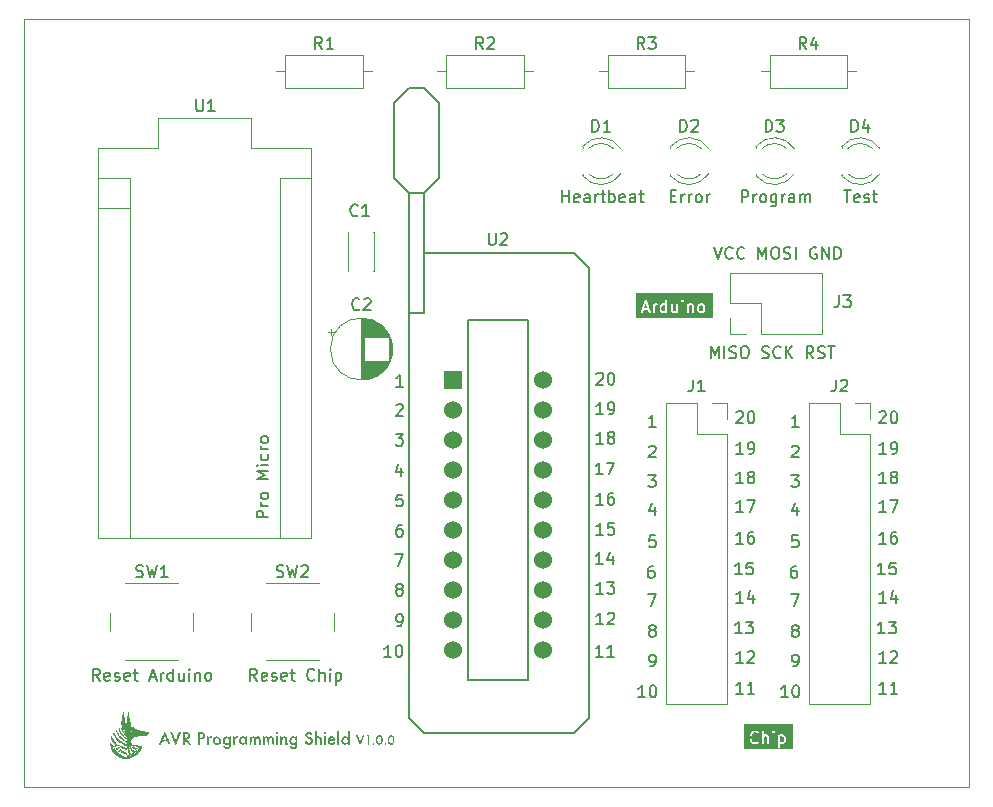
<source format=gto>
%TF.GenerationSoftware,KiCad,Pcbnew,7.0.1-0*%
%TF.CreationDate,2023-03-27T18:44:24+09:00*%
%TF.ProjectId,ProgrammingShield V1.0,50726f67-7261-46d6-9d69-6e6753686965,rev?*%
%TF.SameCoordinates,Original*%
%TF.FileFunction,Legend,Top*%
%TF.FilePolarity,Positive*%
%FSLAX46Y46*%
G04 Gerber Fmt 4.6, Leading zero omitted, Abs format (unit mm)*
G04 Created by KiCad (PCBNEW 7.0.1-0) date 2023-03-27 18:44:24*
%MOMM*%
%LPD*%
G01*
G04 APERTURE LIST*
%ADD10C,0.150000*%
%ADD11C,0.120000*%
%ADD12C,1.524000*%
%ADD13R,1.524000X1.524000*%
%TA.AperFunction,Profile*%
%ADD14C,0.100000*%
%TD*%
G04 APERTURE END LIST*
D10*
X175280952Y-116806190D02*
X175185714Y-116758571D01*
X175185714Y-116758571D02*
X175138095Y-116710952D01*
X175138095Y-116710952D02*
X175090476Y-116615714D01*
X175090476Y-116615714D02*
X175090476Y-116568095D01*
X175090476Y-116568095D02*
X175138095Y-116472857D01*
X175138095Y-116472857D02*
X175185714Y-116425238D01*
X175185714Y-116425238D02*
X175280952Y-116377619D01*
X175280952Y-116377619D02*
X175471428Y-116377619D01*
X175471428Y-116377619D02*
X175566666Y-116425238D01*
X175566666Y-116425238D02*
X175614285Y-116472857D01*
X175614285Y-116472857D02*
X175661904Y-116568095D01*
X175661904Y-116568095D02*
X175661904Y-116615714D01*
X175661904Y-116615714D02*
X175614285Y-116710952D01*
X175614285Y-116710952D02*
X175566666Y-116758571D01*
X175566666Y-116758571D02*
X175471428Y-116806190D01*
X175471428Y-116806190D02*
X175280952Y-116806190D01*
X175280952Y-116806190D02*
X175185714Y-116853809D01*
X175185714Y-116853809D02*
X175138095Y-116901428D01*
X175138095Y-116901428D02*
X175090476Y-116996666D01*
X175090476Y-116996666D02*
X175090476Y-117187142D01*
X175090476Y-117187142D02*
X175138095Y-117282380D01*
X175138095Y-117282380D02*
X175185714Y-117330000D01*
X175185714Y-117330000D02*
X175280952Y-117377619D01*
X175280952Y-117377619D02*
X175471428Y-117377619D01*
X175471428Y-117377619D02*
X175566666Y-117330000D01*
X175566666Y-117330000D02*
X175614285Y-117282380D01*
X175614285Y-117282380D02*
X175661904Y-117187142D01*
X175661904Y-117187142D02*
X175661904Y-116996666D01*
X175661904Y-116996666D02*
X175614285Y-116901428D01*
X175614285Y-116901428D02*
X175566666Y-116853809D01*
X175566666Y-116853809D02*
X175471428Y-116806190D01*
X175466666Y-111377619D02*
X175276190Y-111377619D01*
X175276190Y-111377619D02*
X175180952Y-111425238D01*
X175180952Y-111425238D02*
X175133333Y-111472857D01*
X175133333Y-111472857D02*
X175038095Y-111615714D01*
X175038095Y-111615714D02*
X174990476Y-111806190D01*
X174990476Y-111806190D02*
X174990476Y-112187142D01*
X174990476Y-112187142D02*
X175038095Y-112282380D01*
X175038095Y-112282380D02*
X175085714Y-112330000D01*
X175085714Y-112330000D02*
X175180952Y-112377619D01*
X175180952Y-112377619D02*
X175371428Y-112377619D01*
X175371428Y-112377619D02*
X175466666Y-112330000D01*
X175466666Y-112330000D02*
X175514285Y-112282380D01*
X175514285Y-112282380D02*
X175561904Y-112187142D01*
X175561904Y-112187142D02*
X175561904Y-111949047D01*
X175561904Y-111949047D02*
X175514285Y-111853809D01*
X175514285Y-111853809D02*
X175466666Y-111806190D01*
X175466666Y-111806190D02*
X175371428Y-111758571D01*
X175371428Y-111758571D02*
X175180952Y-111758571D01*
X175180952Y-111758571D02*
X175085714Y-111806190D01*
X175085714Y-111806190D02*
X175038095Y-111853809D01*
X175038095Y-111853809D02*
X174990476Y-111949047D01*
X175042857Y-113777619D02*
X175709523Y-113777619D01*
X175709523Y-113777619D02*
X175280952Y-114777619D01*
X175566666Y-106410952D02*
X175566666Y-107077619D01*
X175328571Y-106030000D02*
X175090476Y-106744285D01*
X175090476Y-106744285D02*
X175709523Y-106744285D01*
X175614285Y-108777619D02*
X175138095Y-108777619D01*
X175138095Y-108777619D02*
X175090476Y-109253809D01*
X175090476Y-109253809D02*
X175138095Y-109206190D01*
X175138095Y-109206190D02*
X175233333Y-109158571D01*
X175233333Y-109158571D02*
X175471428Y-109158571D01*
X175471428Y-109158571D02*
X175566666Y-109206190D01*
X175566666Y-109206190D02*
X175614285Y-109253809D01*
X175614285Y-109253809D02*
X175661904Y-109349047D01*
X175661904Y-109349047D02*
X175661904Y-109587142D01*
X175661904Y-109587142D02*
X175614285Y-109682380D01*
X175614285Y-109682380D02*
X175566666Y-109730000D01*
X175566666Y-109730000D02*
X175471428Y-109777619D01*
X175471428Y-109777619D02*
X175233333Y-109777619D01*
X175233333Y-109777619D02*
X175138095Y-109730000D01*
X175138095Y-109730000D02*
X175090476Y-109682380D01*
X175090476Y-101272857D02*
X175138095Y-101225238D01*
X175138095Y-101225238D02*
X175233333Y-101177619D01*
X175233333Y-101177619D02*
X175471428Y-101177619D01*
X175471428Y-101177619D02*
X175566666Y-101225238D01*
X175566666Y-101225238D02*
X175614285Y-101272857D01*
X175614285Y-101272857D02*
X175661904Y-101368095D01*
X175661904Y-101368095D02*
X175661904Y-101463333D01*
X175661904Y-101463333D02*
X175614285Y-101606190D01*
X175614285Y-101606190D02*
X175042857Y-102177619D01*
X175042857Y-102177619D02*
X175661904Y-102177619D01*
X175042857Y-103677619D02*
X175661904Y-103677619D01*
X175661904Y-103677619D02*
X175328571Y-104058571D01*
X175328571Y-104058571D02*
X175471428Y-104058571D01*
X175471428Y-104058571D02*
X175566666Y-104106190D01*
X175566666Y-104106190D02*
X175614285Y-104153809D01*
X175614285Y-104153809D02*
X175661904Y-104249047D01*
X175661904Y-104249047D02*
X175661904Y-104487142D01*
X175661904Y-104487142D02*
X175614285Y-104582380D01*
X175614285Y-104582380D02*
X175566666Y-104630000D01*
X175566666Y-104630000D02*
X175471428Y-104677619D01*
X175471428Y-104677619D02*
X175185714Y-104677619D01*
X175185714Y-104677619D02*
X175090476Y-104630000D01*
X175090476Y-104630000D02*
X175042857Y-104582380D01*
X175185714Y-119877619D02*
X175376190Y-119877619D01*
X175376190Y-119877619D02*
X175471428Y-119830000D01*
X175471428Y-119830000D02*
X175519047Y-119782380D01*
X175519047Y-119782380D02*
X175614285Y-119639523D01*
X175614285Y-119639523D02*
X175661904Y-119449047D01*
X175661904Y-119449047D02*
X175661904Y-119068095D01*
X175661904Y-119068095D02*
X175614285Y-118972857D01*
X175614285Y-118972857D02*
X175566666Y-118925238D01*
X175566666Y-118925238D02*
X175471428Y-118877619D01*
X175471428Y-118877619D02*
X175280952Y-118877619D01*
X175280952Y-118877619D02*
X175185714Y-118925238D01*
X175185714Y-118925238D02*
X175138095Y-118972857D01*
X175138095Y-118972857D02*
X175090476Y-119068095D01*
X175090476Y-119068095D02*
X175090476Y-119306190D01*
X175090476Y-119306190D02*
X175138095Y-119401428D01*
X175138095Y-119401428D02*
X175185714Y-119449047D01*
X175185714Y-119449047D02*
X175280952Y-119496666D01*
X175280952Y-119496666D02*
X175471428Y-119496666D01*
X175471428Y-119496666D02*
X175566666Y-119449047D01*
X175566666Y-119449047D02*
X175614285Y-119401428D01*
X175614285Y-119401428D02*
X175661904Y-119306190D01*
X175661904Y-99577619D02*
X175090476Y-99577619D01*
X175376190Y-99577619D02*
X175376190Y-98577619D01*
X175376190Y-98577619D02*
X175280952Y-98720476D01*
X175280952Y-98720476D02*
X175185714Y-98815714D01*
X175185714Y-98815714D02*
X175090476Y-98863333D01*
X174761904Y-122477619D02*
X174190476Y-122477619D01*
X174476190Y-122477619D02*
X174476190Y-121477619D01*
X174476190Y-121477619D02*
X174380952Y-121620476D01*
X174380952Y-121620476D02*
X174285714Y-121715714D01*
X174285714Y-121715714D02*
X174190476Y-121763333D01*
X175380952Y-121477619D02*
X175476190Y-121477619D01*
X175476190Y-121477619D02*
X175571428Y-121525238D01*
X175571428Y-121525238D02*
X175619047Y-121572857D01*
X175619047Y-121572857D02*
X175666666Y-121668095D01*
X175666666Y-121668095D02*
X175714285Y-121858571D01*
X175714285Y-121858571D02*
X175714285Y-122096666D01*
X175714285Y-122096666D02*
X175666666Y-122287142D01*
X175666666Y-122287142D02*
X175619047Y-122382380D01*
X175619047Y-122382380D02*
X175571428Y-122430000D01*
X175571428Y-122430000D02*
X175476190Y-122477619D01*
X175476190Y-122477619D02*
X175380952Y-122477619D01*
X175380952Y-122477619D02*
X175285714Y-122430000D01*
X175285714Y-122430000D02*
X175238095Y-122382380D01*
X175238095Y-122382380D02*
X175190476Y-122287142D01*
X175190476Y-122287142D02*
X175142857Y-122096666D01*
X175142857Y-122096666D02*
X175142857Y-121858571D01*
X175142857Y-121858571D02*
X175190476Y-121668095D01*
X175190476Y-121668095D02*
X175238095Y-121572857D01*
X175238095Y-121572857D02*
X175285714Y-121525238D01*
X175285714Y-121525238D02*
X175380952Y-121477619D01*
X183061904Y-104377619D02*
X182490476Y-104377619D01*
X182776190Y-104377619D02*
X182776190Y-103377619D01*
X182776190Y-103377619D02*
X182680952Y-103520476D01*
X182680952Y-103520476D02*
X182585714Y-103615714D01*
X182585714Y-103615714D02*
X182490476Y-103663333D01*
X183633333Y-103806190D02*
X183538095Y-103758571D01*
X183538095Y-103758571D02*
X183490476Y-103710952D01*
X183490476Y-103710952D02*
X183442857Y-103615714D01*
X183442857Y-103615714D02*
X183442857Y-103568095D01*
X183442857Y-103568095D02*
X183490476Y-103472857D01*
X183490476Y-103472857D02*
X183538095Y-103425238D01*
X183538095Y-103425238D02*
X183633333Y-103377619D01*
X183633333Y-103377619D02*
X183823809Y-103377619D01*
X183823809Y-103377619D02*
X183919047Y-103425238D01*
X183919047Y-103425238D02*
X183966666Y-103472857D01*
X183966666Y-103472857D02*
X184014285Y-103568095D01*
X184014285Y-103568095D02*
X184014285Y-103615714D01*
X184014285Y-103615714D02*
X183966666Y-103710952D01*
X183966666Y-103710952D02*
X183919047Y-103758571D01*
X183919047Y-103758571D02*
X183823809Y-103806190D01*
X183823809Y-103806190D02*
X183633333Y-103806190D01*
X183633333Y-103806190D02*
X183538095Y-103853809D01*
X183538095Y-103853809D02*
X183490476Y-103901428D01*
X183490476Y-103901428D02*
X183442857Y-103996666D01*
X183442857Y-103996666D02*
X183442857Y-104187142D01*
X183442857Y-104187142D02*
X183490476Y-104282380D01*
X183490476Y-104282380D02*
X183538095Y-104330000D01*
X183538095Y-104330000D02*
X183633333Y-104377619D01*
X183633333Y-104377619D02*
X183823809Y-104377619D01*
X183823809Y-104377619D02*
X183919047Y-104330000D01*
X183919047Y-104330000D02*
X183966666Y-104282380D01*
X183966666Y-104282380D02*
X184014285Y-104187142D01*
X184014285Y-104187142D02*
X184014285Y-103996666D01*
X184014285Y-103996666D02*
X183966666Y-103901428D01*
X183966666Y-103901428D02*
X183919047Y-103853809D01*
X183919047Y-103853809D02*
X183823809Y-103806190D01*
X182490476Y-98372857D02*
X182538095Y-98325238D01*
X182538095Y-98325238D02*
X182633333Y-98277619D01*
X182633333Y-98277619D02*
X182871428Y-98277619D01*
X182871428Y-98277619D02*
X182966666Y-98325238D01*
X182966666Y-98325238D02*
X183014285Y-98372857D01*
X183014285Y-98372857D02*
X183061904Y-98468095D01*
X183061904Y-98468095D02*
X183061904Y-98563333D01*
X183061904Y-98563333D02*
X183014285Y-98706190D01*
X183014285Y-98706190D02*
X182442857Y-99277619D01*
X182442857Y-99277619D02*
X183061904Y-99277619D01*
X183680952Y-98277619D02*
X183776190Y-98277619D01*
X183776190Y-98277619D02*
X183871428Y-98325238D01*
X183871428Y-98325238D02*
X183919047Y-98372857D01*
X183919047Y-98372857D02*
X183966666Y-98468095D01*
X183966666Y-98468095D02*
X184014285Y-98658571D01*
X184014285Y-98658571D02*
X184014285Y-98896666D01*
X184014285Y-98896666D02*
X183966666Y-99087142D01*
X183966666Y-99087142D02*
X183919047Y-99182380D01*
X183919047Y-99182380D02*
X183871428Y-99230000D01*
X183871428Y-99230000D02*
X183776190Y-99277619D01*
X183776190Y-99277619D02*
X183680952Y-99277619D01*
X183680952Y-99277619D02*
X183585714Y-99230000D01*
X183585714Y-99230000D02*
X183538095Y-99182380D01*
X183538095Y-99182380D02*
X183490476Y-99087142D01*
X183490476Y-99087142D02*
X183442857Y-98896666D01*
X183442857Y-98896666D02*
X183442857Y-98658571D01*
X183442857Y-98658571D02*
X183490476Y-98468095D01*
X183490476Y-98468095D02*
X183538095Y-98372857D01*
X183538095Y-98372857D02*
X183585714Y-98325238D01*
X183585714Y-98325238D02*
X183680952Y-98277619D01*
X183061904Y-109477619D02*
X182490476Y-109477619D01*
X182776190Y-109477619D02*
X182776190Y-108477619D01*
X182776190Y-108477619D02*
X182680952Y-108620476D01*
X182680952Y-108620476D02*
X182585714Y-108715714D01*
X182585714Y-108715714D02*
X182490476Y-108763333D01*
X183919047Y-108477619D02*
X183728571Y-108477619D01*
X183728571Y-108477619D02*
X183633333Y-108525238D01*
X183633333Y-108525238D02*
X183585714Y-108572857D01*
X183585714Y-108572857D02*
X183490476Y-108715714D01*
X183490476Y-108715714D02*
X183442857Y-108906190D01*
X183442857Y-108906190D02*
X183442857Y-109287142D01*
X183442857Y-109287142D02*
X183490476Y-109382380D01*
X183490476Y-109382380D02*
X183538095Y-109430000D01*
X183538095Y-109430000D02*
X183633333Y-109477619D01*
X183633333Y-109477619D02*
X183823809Y-109477619D01*
X183823809Y-109477619D02*
X183919047Y-109430000D01*
X183919047Y-109430000D02*
X183966666Y-109382380D01*
X183966666Y-109382380D02*
X184014285Y-109287142D01*
X184014285Y-109287142D02*
X184014285Y-109049047D01*
X184014285Y-109049047D02*
X183966666Y-108953809D01*
X183966666Y-108953809D02*
X183919047Y-108906190D01*
X183919047Y-108906190D02*
X183823809Y-108858571D01*
X183823809Y-108858571D02*
X183633333Y-108858571D01*
X183633333Y-108858571D02*
X183538095Y-108906190D01*
X183538095Y-108906190D02*
X183490476Y-108953809D01*
X183490476Y-108953809D02*
X183442857Y-109049047D01*
X183061904Y-106777619D02*
X182490476Y-106777619D01*
X182776190Y-106777619D02*
X182776190Y-105777619D01*
X182776190Y-105777619D02*
X182680952Y-105920476D01*
X182680952Y-105920476D02*
X182585714Y-106015714D01*
X182585714Y-106015714D02*
X182490476Y-106063333D01*
X183395238Y-105777619D02*
X184061904Y-105777619D01*
X184061904Y-105777619D02*
X183633333Y-106777619D01*
X182961904Y-117077619D02*
X182390476Y-117077619D01*
X182676190Y-117077619D02*
X182676190Y-116077619D01*
X182676190Y-116077619D02*
X182580952Y-116220476D01*
X182580952Y-116220476D02*
X182485714Y-116315714D01*
X182485714Y-116315714D02*
X182390476Y-116363333D01*
X183295238Y-116077619D02*
X183914285Y-116077619D01*
X183914285Y-116077619D02*
X183580952Y-116458571D01*
X183580952Y-116458571D02*
X183723809Y-116458571D01*
X183723809Y-116458571D02*
X183819047Y-116506190D01*
X183819047Y-116506190D02*
X183866666Y-116553809D01*
X183866666Y-116553809D02*
X183914285Y-116649047D01*
X183914285Y-116649047D02*
X183914285Y-116887142D01*
X183914285Y-116887142D02*
X183866666Y-116982380D01*
X183866666Y-116982380D02*
X183819047Y-117030000D01*
X183819047Y-117030000D02*
X183723809Y-117077619D01*
X183723809Y-117077619D02*
X183438095Y-117077619D01*
X183438095Y-117077619D02*
X183342857Y-117030000D01*
X183342857Y-117030000D02*
X183295238Y-116982380D01*
X182961904Y-112077619D02*
X182390476Y-112077619D01*
X182676190Y-112077619D02*
X182676190Y-111077619D01*
X182676190Y-111077619D02*
X182580952Y-111220476D01*
X182580952Y-111220476D02*
X182485714Y-111315714D01*
X182485714Y-111315714D02*
X182390476Y-111363333D01*
X183866666Y-111077619D02*
X183390476Y-111077619D01*
X183390476Y-111077619D02*
X183342857Y-111553809D01*
X183342857Y-111553809D02*
X183390476Y-111506190D01*
X183390476Y-111506190D02*
X183485714Y-111458571D01*
X183485714Y-111458571D02*
X183723809Y-111458571D01*
X183723809Y-111458571D02*
X183819047Y-111506190D01*
X183819047Y-111506190D02*
X183866666Y-111553809D01*
X183866666Y-111553809D02*
X183914285Y-111649047D01*
X183914285Y-111649047D02*
X183914285Y-111887142D01*
X183914285Y-111887142D02*
X183866666Y-111982380D01*
X183866666Y-111982380D02*
X183819047Y-112030000D01*
X183819047Y-112030000D02*
X183723809Y-112077619D01*
X183723809Y-112077619D02*
X183485714Y-112077619D01*
X183485714Y-112077619D02*
X183390476Y-112030000D01*
X183390476Y-112030000D02*
X183342857Y-111982380D01*
X183061904Y-101877619D02*
X182490476Y-101877619D01*
X182776190Y-101877619D02*
X182776190Y-100877619D01*
X182776190Y-100877619D02*
X182680952Y-101020476D01*
X182680952Y-101020476D02*
X182585714Y-101115714D01*
X182585714Y-101115714D02*
X182490476Y-101163333D01*
X183538095Y-101877619D02*
X183728571Y-101877619D01*
X183728571Y-101877619D02*
X183823809Y-101830000D01*
X183823809Y-101830000D02*
X183871428Y-101782380D01*
X183871428Y-101782380D02*
X183966666Y-101639523D01*
X183966666Y-101639523D02*
X184014285Y-101449047D01*
X184014285Y-101449047D02*
X184014285Y-101068095D01*
X184014285Y-101068095D02*
X183966666Y-100972857D01*
X183966666Y-100972857D02*
X183919047Y-100925238D01*
X183919047Y-100925238D02*
X183823809Y-100877619D01*
X183823809Y-100877619D02*
X183633333Y-100877619D01*
X183633333Y-100877619D02*
X183538095Y-100925238D01*
X183538095Y-100925238D02*
X183490476Y-100972857D01*
X183490476Y-100972857D02*
X183442857Y-101068095D01*
X183442857Y-101068095D02*
X183442857Y-101306190D01*
X183442857Y-101306190D02*
X183490476Y-101401428D01*
X183490476Y-101401428D02*
X183538095Y-101449047D01*
X183538095Y-101449047D02*
X183633333Y-101496666D01*
X183633333Y-101496666D02*
X183823809Y-101496666D01*
X183823809Y-101496666D02*
X183919047Y-101449047D01*
X183919047Y-101449047D02*
X183966666Y-101401428D01*
X183966666Y-101401428D02*
X184014285Y-101306190D01*
X183061904Y-122177619D02*
X182490476Y-122177619D01*
X182776190Y-122177619D02*
X182776190Y-121177619D01*
X182776190Y-121177619D02*
X182680952Y-121320476D01*
X182680952Y-121320476D02*
X182585714Y-121415714D01*
X182585714Y-121415714D02*
X182490476Y-121463333D01*
X184014285Y-122177619D02*
X183442857Y-122177619D01*
X183728571Y-122177619D02*
X183728571Y-121177619D01*
X183728571Y-121177619D02*
X183633333Y-121320476D01*
X183633333Y-121320476D02*
X183538095Y-121415714D01*
X183538095Y-121415714D02*
X183442857Y-121463333D01*
X183061904Y-114477619D02*
X182490476Y-114477619D01*
X182776190Y-114477619D02*
X182776190Y-113477619D01*
X182776190Y-113477619D02*
X182680952Y-113620476D01*
X182680952Y-113620476D02*
X182585714Y-113715714D01*
X182585714Y-113715714D02*
X182490476Y-113763333D01*
X183919047Y-113810952D02*
X183919047Y-114477619D01*
X183680952Y-113430000D02*
X183442857Y-114144285D01*
X183442857Y-114144285D02*
X184061904Y-114144285D01*
X183061904Y-119577619D02*
X182490476Y-119577619D01*
X182776190Y-119577619D02*
X182776190Y-118577619D01*
X182776190Y-118577619D02*
X182680952Y-118720476D01*
X182680952Y-118720476D02*
X182585714Y-118815714D01*
X182585714Y-118815714D02*
X182490476Y-118863333D01*
X183442857Y-118672857D02*
X183490476Y-118625238D01*
X183490476Y-118625238D02*
X183585714Y-118577619D01*
X183585714Y-118577619D02*
X183823809Y-118577619D01*
X183823809Y-118577619D02*
X183919047Y-118625238D01*
X183919047Y-118625238D02*
X183966666Y-118672857D01*
X183966666Y-118672857D02*
X184014285Y-118768095D01*
X184014285Y-118768095D02*
X184014285Y-118863333D01*
X184014285Y-118863333D02*
X183966666Y-119006190D01*
X183966666Y-119006190D02*
X183395238Y-119577619D01*
X183395238Y-119577619D02*
X184014285Y-119577619D01*
G36*
X174355573Y-125820211D02*
G01*
X174385978Y-125850616D01*
X174420237Y-125919132D01*
X174420237Y-126169436D01*
X174385978Y-126237953D01*
X174355570Y-126268361D01*
X174287056Y-126302619D01*
X174131991Y-126302619D01*
X174094047Y-126283647D01*
X174094047Y-125804924D01*
X174131989Y-125785952D01*
X174287055Y-125785952D01*
X174355573Y-125820211D01*
G37*
G36*
X175228571Y-126867857D02*
G01*
X171032143Y-126867857D01*
X171032143Y-125945873D01*
X171512374Y-125945873D01*
X171515476Y-125958281D01*
X171515476Y-125959829D01*
X171518080Y-125968698D01*
X171562094Y-126144753D01*
X171561164Y-126153367D01*
X171567330Y-126165700D01*
X171567949Y-126168173D01*
X171572131Y-126175300D01*
X171614426Y-126259890D01*
X171617109Y-126272222D01*
X171631738Y-126286851D01*
X171645798Y-126301967D01*
X171647216Y-126302329D01*
X171725064Y-126380178D01*
X171736343Y-126394187D01*
X171750884Y-126399034D01*
X171764337Y-126406380D01*
X171771405Y-126405874D01*
X171891172Y-126445797D01*
X171901787Y-126452619D01*
X171922466Y-126452619D01*
X171943106Y-126453365D01*
X171944365Y-126452619D01*
X172009645Y-126452619D01*
X172021872Y-126455734D01*
X172041484Y-126449196D01*
X172061307Y-126443376D01*
X172062265Y-126442269D01*
X172181789Y-126402428D01*
X172199366Y-126398605D01*
X172210207Y-126387762D01*
X172222789Y-126379019D01*
X172225496Y-126372473D01*
X172270180Y-126327788D01*
X172285903Y-126298994D01*
X172282760Y-126255063D01*
X172256365Y-126219805D01*
X172215098Y-126204413D01*
X172172061Y-126213776D01*
X172121390Y-126264447D01*
X172006875Y-126302619D01*
X171935979Y-126302619D01*
X171821464Y-126264447D01*
X171747352Y-126190333D01*
X171708859Y-126113347D01*
X171665476Y-125939813D01*
X171665476Y-125815425D01*
X171671938Y-125789575D01*
X172561715Y-125789575D01*
X172563095Y-125808864D01*
X172563095Y-126388401D01*
X172572338Y-126419879D01*
X172605624Y-126448721D01*
X172649219Y-126454989D01*
X172689283Y-126436693D01*
X172713095Y-126399641D01*
X172713095Y-125837256D01*
X172730140Y-125820210D01*
X172798656Y-125785952D01*
X172906103Y-125785952D01*
X172963145Y-125814473D01*
X172991666Y-125871513D01*
X172991666Y-126388401D01*
X173000909Y-126419879D01*
X173034195Y-126448721D01*
X173077790Y-126454989D01*
X173117854Y-126436693D01*
X173141666Y-126399641D01*
X173141666Y-126388401D01*
X173467857Y-126388401D01*
X173477100Y-126419879D01*
X173510386Y-126448721D01*
X173553981Y-126454989D01*
X173594045Y-126436693D01*
X173617857Y-126399641D01*
X173617857Y-125761326D01*
X173940930Y-125761326D01*
X173944047Y-125770705D01*
X173944047Y-126328690D01*
X173943318Y-126349365D01*
X173944047Y-126350592D01*
X173944047Y-126721734D01*
X173953290Y-126753212D01*
X173986576Y-126782054D01*
X174030171Y-126788322D01*
X174070235Y-126770026D01*
X174094047Y-126732974D01*
X174094047Y-126452619D01*
X174107593Y-126452619D01*
X174122676Y-126455333D01*
X174129220Y-126452619D01*
X174300721Y-126452619D01*
X174318605Y-126454550D01*
X174332318Y-126447693D01*
X174347021Y-126443376D01*
X174351659Y-126438022D01*
X174425127Y-126401287D01*
X174437461Y-126398605D01*
X174452092Y-126383972D01*
X174467205Y-126369916D01*
X174467567Y-126368496D01*
X174494001Y-126342062D01*
X174504852Y-126335618D01*
X174514108Y-126317104D01*
X174523998Y-126298994D01*
X174523893Y-126297534D01*
X174560515Y-126224290D01*
X174570237Y-126209164D01*
X174570237Y-126193834D01*
X174572951Y-126178751D01*
X174570237Y-126172207D01*
X174570237Y-125905459D01*
X174572167Y-125887584D01*
X174565312Y-125873874D01*
X174560994Y-125859168D01*
X174555639Y-125854528D01*
X174518905Y-125781059D01*
X174516223Y-125768729D01*
X174501603Y-125754109D01*
X174487534Y-125738984D01*
X174486115Y-125738621D01*
X174459680Y-125712186D01*
X174453237Y-125701337D01*
X174434736Y-125692086D01*
X174416614Y-125682191D01*
X174415153Y-125682295D01*
X174341912Y-125645675D01*
X174326783Y-125635952D01*
X174311453Y-125635952D01*
X174296370Y-125633238D01*
X174289826Y-125635952D01*
X174118316Y-125635952D01*
X174100441Y-125634022D01*
X174086731Y-125640876D01*
X174072025Y-125645195D01*
X174067385Y-125650549D01*
X174065153Y-125651665D01*
X174051518Y-125639850D01*
X174007923Y-125633582D01*
X173967859Y-125651878D01*
X173944047Y-125688930D01*
X173944047Y-125749136D01*
X173940930Y-125761326D01*
X173617857Y-125761326D01*
X173617857Y-125700170D01*
X173608614Y-125668692D01*
X173575328Y-125639850D01*
X173531733Y-125633582D01*
X173491669Y-125651878D01*
X173467857Y-125688930D01*
X173467857Y-126388401D01*
X173141666Y-126388401D01*
X173141666Y-125857840D01*
X173143596Y-125839965D01*
X173136741Y-125826255D01*
X173132423Y-125811549D01*
X173127068Y-125806909D01*
X173094673Y-125742118D01*
X173094776Y-125739206D01*
X173084916Y-125722605D01*
X173081307Y-125715386D01*
X173079431Y-125713369D01*
X173072285Y-125701337D01*
X173064720Y-125697554D01*
X173058963Y-125691365D01*
X173045409Y-125687899D01*
X172960960Y-125645675D01*
X172945831Y-125635952D01*
X172930501Y-125635952D01*
X172915418Y-125633238D01*
X172908874Y-125635952D01*
X172784983Y-125635952D01*
X172767108Y-125634022D01*
X172753398Y-125640876D01*
X172738692Y-125645195D01*
X172734052Y-125650549D01*
X172713095Y-125661028D01*
X172713095Y-125419662D01*
X173417271Y-125419662D01*
X173420812Y-125435942D01*
X173422001Y-125452554D01*
X173425419Y-125457120D01*
X173426633Y-125462699D01*
X173438415Y-125474481D01*
X173448395Y-125487813D01*
X173453740Y-125489806D01*
X173476288Y-125512354D01*
X173477100Y-125515117D01*
X173487649Y-125524257D01*
X173496014Y-125535432D01*
X173503969Y-125538399D01*
X173510386Y-125543959D01*
X173518790Y-125545167D01*
X173526242Y-125549236D01*
X173531932Y-125548829D01*
X173537281Y-125550824D01*
X173545578Y-125549018D01*
X173553981Y-125550227D01*
X173561705Y-125546699D01*
X173570173Y-125546094D01*
X173574739Y-125542675D01*
X173580318Y-125541462D01*
X173586322Y-125535457D01*
X173594045Y-125531931D01*
X173598636Y-125524786D01*
X173605431Y-125519700D01*
X173607424Y-125514355D01*
X173639720Y-125482059D01*
X173653050Y-125472081D01*
X173658871Y-125456474D01*
X173666855Y-125441853D01*
X173666447Y-125436162D01*
X173668443Y-125430814D01*
X173664900Y-125414530D01*
X173663713Y-125397922D01*
X173660294Y-125393355D01*
X173659081Y-125387777D01*
X173647297Y-125375993D01*
X173637319Y-125362664D01*
X173631974Y-125360670D01*
X173609425Y-125338121D01*
X173608614Y-125335359D01*
X173598063Y-125326216D01*
X173589700Y-125315045D01*
X173581745Y-125312078D01*
X173575328Y-125306517D01*
X173566925Y-125305308D01*
X173559472Y-125301239D01*
X173553779Y-125301646D01*
X173548433Y-125299652D01*
X173540135Y-125301457D01*
X173531733Y-125300249D01*
X173524009Y-125303776D01*
X173515541Y-125304382D01*
X173510974Y-125307800D01*
X173505396Y-125309014D01*
X173499391Y-125315018D01*
X173491669Y-125318545D01*
X173487078Y-125325688D01*
X173480282Y-125330776D01*
X173478288Y-125336121D01*
X173445994Y-125368415D01*
X173432663Y-125378395D01*
X173426841Y-125394002D01*
X173418858Y-125408623D01*
X173419265Y-125414315D01*
X173417271Y-125419662D01*
X172713095Y-125419662D01*
X172713095Y-125366837D01*
X172703852Y-125335359D01*
X172670566Y-125306517D01*
X172626971Y-125300249D01*
X172586907Y-125318545D01*
X172563095Y-125355597D01*
X172563095Y-125787048D01*
X172561715Y-125789575D01*
X171671938Y-125789575D01*
X171708859Y-125641891D01*
X171747354Y-125564902D01*
X171821465Y-125490790D01*
X171935980Y-125452619D01*
X172006877Y-125452619D01*
X172121390Y-125490790D01*
X172164114Y-125533514D01*
X172192908Y-125549236D01*
X172236839Y-125546094D01*
X172272097Y-125519700D01*
X172287490Y-125478433D01*
X172278128Y-125435396D01*
X172217790Y-125375058D01*
X172206513Y-125361051D01*
X172191971Y-125356203D01*
X172178519Y-125348858D01*
X172171451Y-125349363D01*
X172051684Y-125309441D01*
X172041069Y-125302619D01*
X172020389Y-125302619D01*
X171999750Y-125301873D01*
X171998491Y-125302619D01*
X171933211Y-125302619D01*
X171920983Y-125299504D01*
X171901363Y-125306043D01*
X171881549Y-125311862D01*
X171880590Y-125312968D01*
X171761061Y-125352810D01*
X171743491Y-125356633D01*
X171732652Y-125367471D01*
X171720066Y-125376219D01*
X171717357Y-125382766D01*
X171639329Y-125460794D01*
X171628480Y-125467238D01*
X171619229Y-125485738D01*
X171609334Y-125503861D01*
X171609438Y-125505321D01*
X171576986Y-125570225D01*
X171570675Y-125576160D01*
X171567330Y-125589537D01*
X171566191Y-125591817D01*
X171564727Y-125599949D01*
X171520708Y-125776026D01*
X171515476Y-125784168D01*
X171515476Y-125796956D01*
X171515100Y-125798460D01*
X171515476Y-125807706D01*
X171515476Y-125936704D01*
X171512374Y-125945873D01*
X171032143Y-125945873D01*
X171032143Y-124757143D01*
X175228571Y-124757143D01*
X175228571Y-126867857D01*
G37*
X142161904Y-96177619D02*
X141590476Y-96177619D01*
X141876190Y-96177619D02*
X141876190Y-95177619D01*
X141876190Y-95177619D02*
X141780952Y-95320476D01*
X141780952Y-95320476D02*
X141685714Y-95415714D01*
X141685714Y-95415714D02*
X141590476Y-95463333D01*
X116509523Y-121077619D02*
X116176190Y-120601428D01*
X115938095Y-121077619D02*
X115938095Y-120077619D01*
X115938095Y-120077619D02*
X116319047Y-120077619D01*
X116319047Y-120077619D02*
X116414285Y-120125238D01*
X116414285Y-120125238D02*
X116461904Y-120172857D01*
X116461904Y-120172857D02*
X116509523Y-120268095D01*
X116509523Y-120268095D02*
X116509523Y-120410952D01*
X116509523Y-120410952D02*
X116461904Y-120506190D01*
X116461904Y-120506190D02*
X116414285Y-120553809D01*
X116414285Y-120553809D02*
X116319047Y-120601428D01*
X116319047Y-120601428D02*
X115938095Y-120601428D01*
X117319047Y-121030000D02*
X117223809Y-121077619D01*
X117223809Y-121077619D02*
X117033333Y-121077619D01*
X117033333Y-121077619D02*
X116938095Y-121030000D01*
X116938095Y-121030000D02*
X116890476Y-120934761D01*
X116890476Y-120934761D02*
X116890476Y-120553809D01*
X116890476Y-120553809D02*
X116938095Y-120458571D01*
X116938095Y-120458571D02*
X117033333Y-120410952D01*
X117033333Y-120410952D02*
X117223809Y-120410952D01*
X117223809Y-120410952D02*
X117319047Y-120458571D01*
X117319047Y-120458571D02*
X117366666Y-120553809D01*
X117366666Y-120553809D02*
X117366666Y-120649047D01*
X117366666Y-120649047D02*
X116890476Y-120744285D01*
X117747619Y-121030000D02*
X117842857Y-121077619D01*
X117842857Y-121077619D02*
X118033333Y-121077619D01*
X118033333Y-121077619D02*
X118128571Y-121030000D01*
X118128571Y-121030000D02*
X118176190Y-120934761D01*
X118176190Y-120934761D02*
X118176190Y-120887142D01*
X118176190Y-120887142D02*
X118128571Y-120791904D01*
X118128571Y-120791904D02*
X118033333Y-120744285D01*
X118033333Y-120744285D02*
X117890476Y-120744285D01*
X117890476Y-120744285D02*
X117795238Y-120696666D01*
X117795238Y-120696666D02*
X117747619Y-120601428D01*
X117747619Y-120601428D02*
X117747619Y-120553809D01*
X117747619Y-120553809D02*
X117795238Y-120458571D01*
X117795238Y-120458571D02*
X117890476Y-120410952D01*
X117890476Y-120410952D02*
X118033333Y-120410952D01*
X118033333Y-120410952D02*
X118128571Y-120458571D01*
X118985714Y-121030000D02*
X118890476Y-121077619D01*
X118890476Y-121077619D02*
X118700000Y-121077619D01*
X118700000Y-121077619D02*
X118604762Y-121030000D01*
X118604762Y-121030000D02*
X118557143Y-120934761D01*
X118557143Y-120934761D02*
X118557143Y-120553809D01*
X118557143Y-120553809D02*
X118604762Y-120458571D01*
X118604762Y-120458571D02*
X118700000Y-120410952D01*
X118700000Y-120410952D02*
X118890476Y-120410952D01*
X118890476Y-120410952D02*
X118985714Y-120458571D01*
X118985714Y-120458571D02*
X119033333Y-120553809D01*
X119033333Y-120553809D02*
X119033333Y-120649047D01*
X119033333Y-120649047D02*
X118557143Y-120744285D01*
X119319048Y-120410952D02*
X119700000Y-120410952D01*
X119461905Y-120077619D02*
X119461905Y-120934761D01*
X119461905Y-120934761D02*
X119509524Y-121030000D01*
X119509524Y-121030000D02*
X119604762Y-121077619D01*
X119604762Y-121077619D02*
X119700000Y-121077619D01*
X120747620Y-120791904D02*
X121223810Y-120791904D01*
X120652382Y-121077619D02*
X120985715Y-120077619D01*
X120985715Y-120077619D02*
X121319048Y-121077619D01*
X121652382Y-121077619D02*
X121652382Y-120410952D01*
X121652382Y-120601428D02*
X121700001Y-120506190D01*
X121700001Y-120506190D02*
X121747620Y-120458571D01*
X121747620Y-120458571D02*
X121842858Y-120410952D01*
X121842858Y-120410952D02*
X121938096Y-120410952D01*
X122700001Y-121077619D02*
X122700001Y-120077619D01*
X122700001Y-121030000D02*
X122604763Y-121077619D01*
X122604763Y-121077619D02*
X122414287Y-121077619D01*
X122414287Y-121077619D02*
X122319049Y-121030000D01*
X122319049Y-121030000D02*
X122271430Y-120982380D01*
X122271430Y-120982380D02*
X122223811Y-120887142D01*
X122223811Y-120887142D02*
X122223811Y-120601428D01*
X122223811Y-120601428D02*
X122271430Y-120506190D01*
X122271430Y-120506190D02*
X122319049Y-120458571D01*
X122319049Y-120458571D02*
X122414287Y-120410952D01*
X122414287Y-120410952D02*
X122604763Y-120410952D01*
X122604763Y-120410952D02*
X122700001Y-120458571D01*
X123604763Y-120410952D02*
X123604763Y-121077619D01*
X123176192Y-120410952D02*
X123176192Y-120934761D01*
X123176192Y-120934761D02*
X123223811Y-121030000D01*
X123223811Y-121030000D02*
X123319049Y-121077619D01*
X123319049Y-121077619D02*
X123461906Y-121077619D01*
X123461906Y-121077619D02*
X123557144Y-121030000D01*
X123557144Y-121030000D02*
X123604763Y-120982380D01*
X124080954Y-121077619D02*
X124080954Y-120410952D01*
X124080954Y-120077619D02*
X124033335Y-120125238D01*
X124033335Y-120125238D02*
X124080954Y-120172857D01*
X124080954Y-120172857D02*
X124128573Y-120125238D01*
X124128573Y-120125238D02*
X124080954Y-120077619D01*
X124080954Y-120077619D02*
X124080954Y-120172857D01*
X124557144Y-120410952D02*
X124557144Y-121077619D01*
X124557144Y-120506190D02*
X124604763Y-120458571D01*
X124604763Y-120458571D02*
X124700001Y-120410952D01*
X124700001Y-120410952D02*
X124842858Y-120410952D01*
X124842858Y-120410952D02*
X124938096Y-120458571D01*
X124938096Y-120458571D02*
X124985715Y-120553809D01*
X124985715Y-120553809D02*
X124985715Y-121077619D01*
X125604763Y-121077619D02*
X125509525Y-121030000D01*
X125509525Y-121030000D02*
X125461906Y-120982380D01*
X125461906Y-120982380D02*
X125414287Y-120887142D01*
X125414287Y-120887142D02*
X125414287Y-120601428D01*
X125414287Y-120601428D02*
X125461906Y-120506190D01*
X125461906Y-120506190D02*
X125509525Y-120458571D01*
X125509525Y-120458571D02*
X125604763Y-120410952D01*
X125604763Y-120410952D02*
X125747620Y-120410952D01*
X125747620Y-120410952D02*
X125842858Y-120458571D01*
X125842858Y-120458571D02*
X125890477Y-120506190D01*
X125890477Y-120506190D02*
X125938096Y-120601428D01*
X125938096Y-120601428D02*
X125938096Y-120887142D01*
X125938096Y-120887142D02*
X125890477Y-120982380D01*
X125890477Y-120982380D02*
X125842858Y-121030000D01*
X125842858Y-121030000D02*
X125747620Y-121077619D01*
X125747620Y-121077619D02*
X125604763Y-121077619D01*
X162661904Y-122477619D02*
X162090476Y-122477619D01*
X162376190Y-122477619D02*
X162376190Y-121477619D01*
X162376190Y-121477619D02*
X162280952Y-121620476D01*
X162280952Y-121620476D02*
X162185714Y-121715714D01*
X162185714Y-121715714D02*
X162090476Y-121763333D01*
X163280952Y-121477619D02*
X163376190Y-121477619D01*
X163376190Y-121477619D02*
X163471428Y-121525238D01*
X163471428Y-121525238D02*
X163519047Y-121572857D01*
X163519047Y-121572857D02*
X163566666Y-121668095D01*
X163566666Y-121668095D02*
X163614285Y-121858571D01*
X163614285Y-121858571D02*
X163614285Y-122096666D01*
X163614285Y-122096666D02*
X163566666Y-122287142D01*
X163566666Y-122287142D02*
X163519047Y-122382380D01*
X163519047Y-122382380D02*
X163471428Y-122430000D01*
X163471428Y-122430000D02*
X163376190Y-122477619D01*
X163376190Y-122477619D02*
X163280952Y-122477619D01*
X163280952Y-122477619D02*
X163185714Y-122430000D01*
X163185714Y-122430000D02*
X163138095Y-122382380D01*
X163138095Y-122382380D02*
X163090476Y-122287142D01*
X163090476Y-122287142D02*
X163042857Y-122096666D01*
X163042857Y-122096666D02*
X163042857Y-121858571D01*
X163042857Y-121858571D02*
X163090476Y-121668095D01*
X163090476Y-121668095D02*
X163138095Y-121572857D01*
X163138095Y-121572857D02*
X163185714Y-121525238D01*
X163185714Y-121525238D02*
X163280952Y-121477619D01*
X159121904Y-116317619D02*
X158550476Y-116317619D01*
X158836190Y-116317619D02*
X158836190Y-115317619D01*
X158836190Y-115317619D02*
X158740952Y-115460476D01*
X158740952Y-115460476D02*
X158645714Y-115555714D01*
X158645714Y-115555714D02*
X158550476Y-115603333D01*
X159502857Y-115412857D02*
X159550476Y-115365238D01*
X159550476Y-115365238D02*
X159645714Y-115317619D01*
X159645714Y-115317619D02*
X159883809Y-115317619D01*
X159883809Y-115317619D02*
X159979047Y-115365238D01*
X159979047Y-115365238D02*
X160026666Y-115412857D01*
X160026666Y-115412857D02*
X160074285Y-115508095D01*
X160074285Y-115508095D02*
X160074285Y-115603333D01*
X160074285Y-115603333D02*
X160026666Y-115746190D01*
X160026666Y-115746190D02*
X159455238Y-116317619D01*
X159455238Y-116317619D02*
X160074285Y-116317619D01*
X141161904Y-119077619D02*
X140590476Y-119077619D01*
X140876190Y-119077619D02*
X140876190Y-118077619D01*
X140876190Y-118077619D02*
X140780952Y-118220476D01*
X140780952Y-118220476D02*
X140685714Y-118315714D01*
X140685714Y-118315714D02*
X140590476Y-118363333D01*
X141780952Y-118077619D02*
X141876190Y-118077619D01*
X141876190Y-118077619D02*
X141971428Y-118125238D01*
X141971428Y-118125238D02*
X142019047Y-118172857D01*
X142019047Y-118172857D02*
X142066666Y-118268095D01*
X142066666Y-118268095D02*
X142114285Y-118458571D01*
X142114285Y-118458571D02*
X142114285Y-118696666D01*
X142114285Y-118696666D02*
X142066666Y-118887142D01*
X142066666Y-118887142D02*
X142019047Y-118982380D01*
X142019047Y-118982380D02*
X141971428Y-119030000D01*
X141971428Y-119030000D02*
X141876190Y-119077619D01*
X141876190Y-119077619D02*
X141780952Y-119077619D01*
X141780952Y-119077619D02*
X141685714Y-119030000D01*
X141685714Y-119030000D02*
X141638095Y-118982380D01*
X141638095Y-118982380D02*
X141590476Y-118887142D01*
X141590476Y-118887142D02*
X141542857Y-118696666D01*
X141542857Y-118696666D02*
X141542857Y-118458571D01*
X141542857Y-118458571D02*
X141590476Y-118268095D01*
X141590476Y-118268095D02*
X141638095Y-118172857D01*
X141638095Y-118172857D02*
X141685714Y-118125238D01*
X141685714Y-118125238D02*
X141780952Y-118077619D01*
X159121904Y-108717619D02*
X158550476Y-108717619D01*
X158836190Y-108717619D02*
X158836190Y-107717619D01*
X158836190Y-107717619D02*
X158740952Y-107860476D01*
X158740952Y-107860476D02*
X158645714Y-107955714D01*
X158645714Y-107955714D02*
X158550476Y-108003333D01*
X160026666Y-107717619D02*
X159550476Y-107717619D01*
X159550476Y-107717619D02*
X159502857Y-108193809D01*
X159502857Y-108193809D02*
X159550476Y-108146190D01*
X159550476Y-108146190D02*
X159645714Y-108098571D01*
X159645714Y-108098571D02*
X159883809Y-108098571D01*
X159883809Y-108098571D02*
X159979047Y-108146190D01*
X159979047Y-108146190D02*
X160026666Y-108193809D01*
X160026666Y-108193809D02*
X160074285Y-108289047D01*
X160074285Y-108289047D02*
X160074285Y-108527142D01*
X160074285Y-108527142D02*
X160026666Y-108622380D01*
X160026666Y-108622380D02*
X159979047Y-108670000D01*
X159979047Y-108670000D02*
X159883809Y-108717619D01*
X159883809Y-108717619D02*
X159645714Y-108717619D01*
X159645714Y-108717619D02*
X159550476Y-108670000D01*
X159550476Y-108670000D02*
X159502857Y-108622380D01*
X163085714Y-119877619D02*
X163276190Y-119877619D01*
X163276190Y-119877619D02*
X163371428Y-119830000D01*
X163371428Y-119830000D02*
X163419047Y-119782380D01*
X163419047Y-119782380D02*
X163514285Y-119639523D01*
X163514285Y-119639523D02*
X163561904Y-119449047D01*
X163561904Y-119449047D02*
X163561904Y-119068095D01*
X163561904Y-119068095D02*
X163514285Y-118972857D01*
X163514285Y-118972857D02*
X163466666Y-118925238D01*
X163466666Y-118925238D02*
X163371428Y-118877619D01*
X163371428Y-118877619D02*
X163180952Y-118877619D01*
X163180952Y-118877619D02*
X163085714Y-118925238D01*
X163085714Y-118925238D02*
X163038095Y-118972857D01*
X163038095Y-118972857D02*
X162990476Y-119068095D01*
X162990476Y-119068095D02*
X162990476Y-119306190D01*
X162990476Y-119306190D02*
X163038095Y-119401428D01*
X163038095Y-119401428D02*
X163085714Y-119449047D01*
X163085714Y-119449047D02*
X163180952Y-119496666D01*
X163180952Y-119496666D02*
X163371428Y-119496666D01*
X163371428Y-119496666D02*
X163466666Y-119449047D01*
X163466666Y-119449047D02*
X163514285Y-119401428D01*
X163514285Y-119401428D02*
X163561904Y-119306190D01*
X141492857Y-110377619D02*
X142159523Y-110377619D01*
X142159523Y-110377619D02*
X141730952Y-111377619D01*
X162942857Y-103677619D02*
X163561904Y-103677619D01*
X163561904Y-103677619D02*
X163228571Y-104058571D01*
X163228571Y-104058571D02*
X163371428Y-104058571D01*
X163371428Y-104058571D02*
X163466666Y-104106190D01*
X163466666Y-104106190D02*
X163514285Y-104153809D01*
X163514285Y-104153809D02*
X163561904Y-104249047D01*
X163561904Y-104249047D02*
X163561904Y-104487142D01*
X163561904Y-104487142D02*
X163514285Y-104582380D01*
X163514285Y-104582380D02*
X163466666Y-104630000D01*
X163466666Y-104630000D02*
X163371428Y-104677619D01*
X163371428Y-104677619D02*
X163085714Y-104677619D01*
X163085714Y-104677619D02*
X162990476Y-104630000D01*
X162990476Y-104630000D02*
X162942857Y-104582380D01*
X162990476Y-101272857D02*
X163038095Y-101225238D01*
X163038095Y-101225238D02*
X163133333Y-101177619D01*
X163133333Y-101177619D02*
X163371428Y-101177619D01*
X163371428Y-101177619D02*
X163466666Y-101225238D01*
X163466666Y-101225238D02*
X163514285Y-101272857D01*
X163514285Y-101272857D02*
X163561904Y-101368095D01*
X163561904Y-101368095D02*
X163561904Y-101463333D01*
X163561904Y-101463333D02*
X163514285Y-101606190D01*
X163514285Y-101606190D02*
X162942857Y-102177619D01*
X162942857Y-102177619D02*
X163561904Y-102177619D01*
X170961904Y-119577619D02*
X170390476Y-119577619D01*
X170676190Y-119577619D02*
X170676190Y-118577619D01*
X170676190Y-118577619D02*
X170580952Y-118720476D01*
X170580952Y-118720476D02*
X170485714Y-118815714D01*
X170485714Y-118815714D02*
X170390476Y-118863333D01*
X171342857Y-118672857D02*
X171390476Y-118625238D01*
X171390476Y-118625238D02*
X171485714Y-118577619D01*
X171485714Y-118577619D02*
X171723809Y-118577619D01*
X171723809Y-118577619D02*
X171819047Y-118625238D01*
X171819047Y-118625238D02*
X171866666Y-118672857D01*
X171866666Y-118672857D02*
X171914285Y-118768095D01*
X171914285Y-118768095D02*
X171914285Y-118863333D01*
X171914285Y-118863333D02*
X171866666Y-119006190D01*
X171866666Y-119006190D02*
X171295238Y-119577619D01*
X171295238Y-119577619D02*
X171914285Y-119577619D01*
X155638095Y-80577619D02*
X155638095Y-79577619D01*
X155638095Y-80053809D02*
X156209523Y-80053809D01*
X156209523Y-80577619D02*
X156209523Y-79577619D01*
X157066666Y-80530000D02*
X156971428Y-80577619D01*
X156971428Y-80577619D02*
X156780952Y-80577619D01*
X156780952Y-80577619D02*
X156685714Y-80530000D01*
X156685714Y-80530000D02*
X156638095Y-80434761D01*
X156638095Y-80434761D02*
X156638095Y-80053809D01*
X156638095Y-80053809D02*
X156685714Y-79958571D01*
X156685714Y-79958571D02*
X156780952Y-79910952D01*
X156780952Y-79910952D02*
X156971428Y-79910952D01*
X156971428Y-79910952D02*
X157066666Y-79958571D01*
X157066666Y-79958571D02*
X157114285Y-80053809D01*
X157114285Y-80053809D02*
X157114285Y-80149047D01*
X157114285Y-80149047D02*
X156638095Y-80244285D01*
X157971428Y-80577619D02*
X157971428Y-80053809D01*
X157971428Y-80053809D02*
X157923809Y-79958571D01*
X157923809Y-79958571D02*
X157828571Y-79910952D01*
X157828571Y-79910952D02*
X157638095Y-79910952D01*
X157638095Y-79910952D02*
X157542857Y-79958571D01*
X157971428Y-80530000D02*
X157876190Y-80577619D01*
X157876190Y-80577619D02*
X157638095Y-80577619D01*
X157638095Y-80577619D02*
X157542857Y-80530000D01*
X157542857Y-80530000D02*
X157495238Y-80434761D01*
X157495238Y-80434761D02*
X157495238Y-80339523D01*
X157495238Y-80339523D02*
X157542857Y-80244285D01*
X157542857Y-80244285D02*
X157638095Y-80196666D01*
X157638095Y-80196666D02*
X157876190Y-80196666D01*
X157876190Y-80196666D02*
X157971428Y-80149047D01*
X158447619Y-80577619D02*
X158447619Y-79910952D01*
X158447619Y-80101428D02*
X158495238Y-80006190D01*
X158495238Y-80006190D02*
X158542857Y-79958571D01*
X158542857Y-79958571D02*
X158638095Y-79910952D01*
X158638095Y-79910952D02*
X158733333Y-79910952D01*
X158923810Y-79910952D02*
X159304762Y-79910952D01*
X159066667Y-79577619D02*
X159066667Y-80434761D01*
X159066667Y-80434761D02*
X159114286Y-80530000D01*
X159114286Y-80530000D02*
X159209524Y-80577619D01*
X159209524Y-80577619D02*
X159304762Y-80577619D01*
X159638096Y-80577619D02*
X159638096Y-79577619D01*
X159638096Y-79958571D02*
X159733334Y-79910952D01*
X159733334Y-79910952D02*
X159923810Y-79910952D01*
X159923810Y-79910952D02*
X160019048Y-79958571D01*
X160019048Y-79958571D02*
X160066667Y-80006190D01*
X160066667Y-80006190D02*
X160114286Y-80101428D01*
X160114286Y-80101428D02*
X160114286Y-80387142D01*
X160114286Y-80387142D02*
X160066667Y-80482380D01*
X160066667Y-80482380D02*
X160019048Y-80530000D01*
X160019048Y-80530000D02*
X159923810Y-80577619D01*
X159923810Y-80577619D02*
X159733334Y-80577619D01*
X159733334Y-80577619D02*
X159638096Y-80530000D01*
X160923810Y-80530000D02*
X160828572Y-80577619D01*
X160828572Y-80577619D02*
X160638096Y-80577619D01*
X160638096Y-80577619D02*
X160542858Y-80530000D01*
X160542858Y-80530000D02*
X160495239Y-80434761D01*
X160495239Y-80434761D02*
X160495239Y-80053809D01*
X160495239Y-80053809D02*
X160542858Y-79958571D01*
X160542858Y-79958571D02*
X160638096Y-79910952D01*
X160638096Y-79910952D02*
X160828572Y-79910952D01*
X160828572Y-79910952D02*
X160923810Y-79958571D01*
X160923810Y-79958571D02*
X160971429Y-80053809D01*
X160971429Y-80053809D02*
X160971429Y-80149047D01*
X160971429Y-80149047D02*
X160495239Y-80244285D01*
X161828572Y-80577619D02*
X161828572Y-80053809D01*
X161828572Y-80053809D02*
X161780953Y-79958571D01*
X161780953Y-79958571D02*
X161685715Y-79910952D01*
X161685715Y-79910952D02*
X161495239Y-79910952D01*
X161495239Y-79910952D02*
X161400001Y-79958571D01*
X161828572Y-80530000D02*
X161733334Y-80577619D01*
X161733334Y-80577619D02*
X161495239Y-80577619D01*
X161495239Y-80577619D02*
X161400001Y-80530000D01*
X161400001Y-80530000D02*
X161352382Y-80434761D01*
X161352382Y-80434761D02*
X161352382Y-80339523D01*
X161352382Y-80339523D02*
X161400001Y-80244285D01*
X161400001Y-80244285D02*
X161495239Y-80196666D01*
X161495239Y-80196666D02*
X161733334Y-80196666D01*
X161733334Y-80196666D02*
X161828572Y-80149047D01*
X162161906Y-79910952D02*
X162542858Y-79910952D01*
X162304763Y-79577619D02*
X162304763Y-80434761D01*
X162304763Y-80434761D02*
X162352382Y-80530000D01*
X162352382Y-80530000D02*
X162447620Y-80577619D01*
X162447620Y-80577619D02*
X162542858Y-80577619D01*
X142016666Y-103110952D02*
X142016666Y-103777619D01*
X141778571Y-102730000D02*
X141540476Y-103444285D01*
X141540476Y-103444285D02*
X142159523Y-103444285D01*
X130777619Y-107261904D02*
X129777619Y-107261904D01*
X129777619Y-107261904D02*
X129777619Y-106880952D01*
X129777619Y-106880952D02*
X129825238Y-106785714D01*
X129825238Y-106785714D02*
X129872857Y-106738095D01*
X129872857Y-106738095D02*
X129968095Y-106690476D01*
X129968095Y-106690476D02*
X130110952Y-106690476D01*
X130110952Y-106690476D02*
X130206190Y-106738095D01*
X130206190Y-106738095D02*
X130253809Y-106785714D01*
X130253809Y-106785714D02*
X130301428Y-106880952D01*
X130301428Y-106880952D02*
X130301428Y-107261904D01*
X130777619Y-106261904D02*
X130110952Y-106261904D01*
X130301428Y-106261904D02*
X130206190Y-106214285D01*
X130206190Y-106214285D02*
X130158571Y-106166666D01*
X130158571Y-106166666D02*
X130110952Y-106071428D01*
X130110952Y-106071428D02*
X130110952Y-105976190D01*
X130777619Y-105499999D02*
X130730000Y-105595237D01*
X130730000Y-105595237D02*
X130682380Y-105642856D01*
X130682380Y-105642856D02*
X130587142Y-105690475D01*
X130587142Y-105690475D02*
X130301428Y-105690475D01*
X130301428Y-105690475D02*
X130206190Y-105642856D01*
X130206190Y-105642856D02*
X130158571Y-105595237D01*
X130158571Y-105595237D02*
X130110952Y-105499999D01*
X130110952Y-105499999D02*
X130110952Y-105357142D01*
X130110952Y-105357142D02*
X130158571Y-105261904D01*
X130158571Y-105261904D02*
X130206190Y-105214285D01*
X130206190Y-105214285D02*
X130301428Y-105166666D01*
X130301428Y-105166666D02*
X130587142Y-105166666D01*
X130587142Y-105166666D02*
X130682380Y-105214285D01*
X130682380Y-105214285D02*
X130730000Y-105261904D01*
X130730000Y-105261904D02*
X130777619Y-105357142D01*
X130777619Y-105357142D02*
X130777619Y-105499999D01*
X130777619Y-103976189D02*
X129777619Y-103976189D01*
X129777619Y-103976189D02*
X130491904Y-103642856D01*
X130491904Y-103642856D02*
X129777619Y-103309523D01*
X129777619Y-103309523D02*
X130777619Y-103309523D01*
X130777619Y-102833332D02*
X130110952Y-102833332D01*
X129777619Y-102833332D02*
X129825238Y-102880951D01*
X129825238Y-102880951D02*
X129872857Y-102833332D01*
X129872857Y-102833332D02*
X129825238Y-102785713D01*
X129825238Y-102785713D02*
X129777619Y-102833332D01*
X129777619Y-102833332D02*
X129872857Y-102833332D01*
X130730000Y-101928571D02*
X130777619Y-102023809D01*
X130777619Y-102023809D02*
X130777619Y-102214285D01*
X130777619Y-102214285D02*
X130730000Y-102309523D01*
X130730000Y-102309523D02*
X130682380Y-102357142D01*
X130682380Y-102357142D02*
X130587142Y-102404761D01*
X130587142Y-102404761D02*
X130301428Y-102404761D01*
X130301428Y-102404761D02*
X130206190Y-102357142D01*
X130206190Y-102357142D02*
X130158571Y-102309523D01*
X130158571Y-102309523D02*
X130110952Y-102214285D01*
X130110952Y-102214285D02*
X130110952Y-102023809D01*
X130110952Y-102023809D02*
X130158571Y-101928571D01*
X130777619Y-101499999D02*
X130110952Y-101499999D01*
X130301428Y-101499999D02*
X130206190Y-101452380D01*
X130206190Y-101452380D02*
X130158571Y-101404761D01*
X130158571Y-101404761D02*
X130110952Y-101309523D01*
X130110952Y-101309523D02*
X130110952Y-101214285D01*
X130777619Y-100738094D02*
X130730000Y-100833332D01*
X130730000Y-100833332D02*
X130682380Y-100880951D01*
X130682380Y-100880951D02*
X130587142Y-100928570D01*
X130587142Y-100928570D02*
X130301428Y-100928570D01*
X130301428Y-100928570D02*
X130206190Y-100880951D01*
X130206190Y-100880951D02*
X130158571Y-100833332D01*
X130158571Y-100833332D02*
X130110952Y-100738094D01*
X130110952Y-100738094D02*
X130110952Y-100595237D01*
X130110952Y-100595237D02*
X130158571Y-100499999D01*
X130158571Y-100499999D02*
X130206190Y-100452380D01*
X130206190Y-100452380D02*
X130301428Y-100404761D01*
X130301428Y-100404761D02*
X130587142Y-100404761D01*
X130587142Y-100404761D02*
X130682380Y-100452380D01*
X130682380Y-100452380D02*
X130730000Y-100499999D01*
X130730000Y-100499999D02*
X130777619Y-100595237D01*
X130777619Y-100595237D02*
X130777619Y-100738094D01*
X159121904Y-113717619D02*
X158550476Y-113717619D01*
X158836190Y-113717619D02*
X158836190Y-112717619D01*
X158836190Y-112717619D02*
X158740952Y-112860476D01*
X158740952Y-112860476D02*
X158645714Y-112955714D01*
X158645714Y-112955714D02*
X158550476Y-113003333D01*
X159455238Y-112717619D02*
X160074285Y-112717619D01*
X160074285Y-112717619D02*
X159740952Y-113098571D01*
X159740952Y-113098571D02*
X159883809Y-113098571D01*
X159883809Y-113098571D02*
X159979047Y-113146190D01*
X159979047Y-113146190D02*
X160026666Y-113193809D01*
X160026666Y-113193809D02*
X160074285Y-113289047D01*
X160074285Y-113289047D02*
X160074285Y-113527142D01*
X160074285Y-113527142D02*
X160026666Y-113622380D01*
X160026666Y-113622380D02*
X159979047Y-113670000D01*
X159979047Y-113670000D02*
X159883809Y-113717619D01*
X159883809Y-113717619D02*
X159598095Y-113717619D01*
X159598095Y-113717619D02*
X159502857Y-113670000D01*
X159502857Y-113670000D02*
X159455238Y-113622380D01*
X142114285Y-105327619D02*
X141638095Y-105327619D01*
X141638095Y-105327619D02*
X141590476Y-105803809D01*
X141590476Y-105803809D02*
X141638095Y-105756190D01*
X141638095Y-105756190D02*
X141733333Y-105708571D01*
X141733333Y-105708571D02*
X141971428Y-105708571D01*
X141971428Y-105708571D02*
X142066666Y-105756190D01*
X142066666Y-105756190D02*
X142114285Y-105803809D01*
X142114285Y-105803809D02*
X142161904Y-105899047D01*
X142161904Y-105899047D02*
X142161904Y-106137142D01*
X142161904Y-106137142D02*
X142114285Y-106232380D01*
X142114285Y-106232380D02*
X142066666Y-106280000D01*
X142066666Y-106280000D02*
X141971428Y-106327619D01*
X141971428Y-106327619D02*
X141733333Y-106327619D01*
X141733333Y-106327619D02*
X141638095Y-106280000D01*
X141638095Y-106280000D02*
X141590476Y-106232380D01*
X170961904Y-114477619D02*
X170390476Y-114477619D01*
X170676190Y-114477619D02*
X170676190Y-113477619D01*
X170676190Y-113477619D02*
X170580952Y-113620476D01*
X170580952Y-113620476D02*
X170485714Y-113715714D01*
X170485714Y-113715714D02*
X170390476Y-113763333D01*
X171819047Y-113810952D02*
X171819047Y-114477619D01*
X171580952Y-113430000D02*
X171342857Y-114144285D01*
X171342857Y-114144285D02*
X171961904Y-114144285D01*
X163514285Y-108777619D02*
X163038095Y-108777619D01*
X163038095Y-108777619D02*
X162990476Y-109253809D01*
X162990476Y-109253809D02*
X163038095Y-109206190D01*
X163038095Y-109206190D02*
X163133333Y-109158571D01*
X163133333Y-109158571D02*
X163371428Y-109158571D01*
X163371428Y-109158571D02*
X163466666Y-109206190D01*
X163466666Y-109206190D02*
X163514285Y-109253809D01*
X163514285Y-109253809D02*
X163561904Y-109349047D01*
X163561904Y-109349047D02*
X163561904Y-109587142D01*
X163561904Y-109587142D02*
X163514285Y-109682380D01*
X163514285Y-109682380D02*
X163466666Y-109730000D01*
X163466666Y-109730000D02*
X163371428Y-109777619D01*
X163371428Y-109777619D02*
X163133333Y-109777619D01*
X163133333Y-109777619D02*
X163038095Y-109730000D01*
X163038095Y-109730000D02*
X162990476Y-109682380D01*
X158550476Y-95112857D02*
X158598095Y-95065238D01*
X158598095Y-95065238D02*
X158693333Y-95017619D01*
X158693333Y-95017619D02*
X158931428Y-95017619D01*
X158931428Y-95017619D02*
X159026666Y-95065238D01*
X159026666Y-95065238D02*
X159074285Y-95112857D01*
X159074285Y-95112857D02*
X159121904Y-95208095D01*
X159121904Y-95208095D02*
X159121904Y-95303333D01*
X159121904Y-95303333D02*
X159074285Y-95446190D01*
X159074285Y-95446190D02*
X158502857Y-96017619D01*
X158502857Y-96017619D02*
X159121904Y-96017619D01*
X159740952Y-95017619D02*
X159836190Y-95017619D01*
X159836190Y-95017619D02*
X159931428Y-95065238D01*
X159931428Y-95065238D02*
X159979047Y-95112857D01*
X159979047Y-95112857D02*
X160026666Y-95208095D01*
X160026666Y-95208095D02*
X160074285Y-95398571D01*
X160074285Y-95398571D02*
X160074285Y-95636666D01*
X160074285Y-95636666D02*
X160026666Y-95827142D01*
X160026666Y-95827142D02*
X159979047Y-95922380D01*
X159979047Y-95922380D02*
X159931428Y-95970000D01*
X159931428Y-95970000D02*
X159836190Y-96017619D01*
X159836190Y-96017619D02*
X159740952Y-96017619D01*
X159740952Y-96017619D02*
X159645714Y-95970000D01*
X159645714Y-95970000D02*
X159598095Y-95922380D01*
X159598095Y-95922380D02*
X159550476Y-95827142D01*
X159550476Y-95827142D02*
X159502857Y-95636666D01*
X159502857Y-95636666D02*
X159502857Y-95398571D01*
X159502857Y-95398571D02*
X159550476Y-95208095D01*
X159550476Y-95208095D02*
X159598095Y-95112857D01*
X159598095Y-95112857D02*
X159645714Y-95065238D01*
X159645714Y-95065238D02*
X159740952Y-95017619D01*
X168238095Y-93777619D02*
X168238095Y-92777619D01*
X168238095Y-92777619D02*
X168571428Y-93491904D01*
X168571428Y-93491904D02*
X168904761Y-92777619D01*
X168904761Y-92777619D02*
X168904761Y-93777619D01*
X169380952Y-93777619D02*
X169380952Y-92777619D01*
X169809523Y-93730000D02*
X169952380Y-93777619D01*
X169952380Y-93777619D02*
X170190475Y-93777619D01*
X170190475Y-93777619D02*
X170285713Y-93730000D01*
X170285713Y-93730000D02*
X170333332Y-93682380D01*
X170333332Y-93682380D02*
X170380951Y-93587142D01*
X170380951Y-93587142D02*
X170380951Y-93491904D01*
X170380951Y-93491904D02*
X170333332Y-93396666D01*
X170333332Y-93396666D02*
X170285713Y-93349047D01*
X170285713Y-93349047D02*
X170190475Y-93301428D01*
X170190475Y-93301428D02*
X169999999Y-93253809D01*
X169999999Y-93253809D02*
X169904761Y-93206190D01*
X169904761Y-93206190D02*
X169857142Y-93158571D01*
X169857142Y-93158571D02*
X169809523Y-93063333D01*
X169809523Y-93063333D02*
X169809523Y-92968095D01*
X169809523Y-92968095D02*
X169857142Y-92872857D01*
X169857142Y-92872857D02*
X169904761Y-92825238D01*
X169904761Y-92825238D02*
X169999999Y-92777619D01*
X169999999Y-92777619D02*
X170238094Y-92777619D01*
X170238094Y-92777619D02*
X170380951Y-92825238D01*
X170999999Y-92777619D02*
X171190475Y-92777619D01*
X171190475Y-92777619D02*
X171285713Y-92825238D01*
X171285713Y-92825238D02*
X171380951Y-92920476D01*
X171380951Y-92920476D02*
X171428570Y-93110952D01*
X171428570Y-93110952D02*
X171428570Y-93444285D01*
X171428570Y-93444285D02*
X171380951Y-93634761D01*
X171380951Y-93634761D02*
X171285713Y-93730000D01*
X171285713Y-93730000D02*
X171190475Y-93777619D01*
X171190475Y-93777619D02*
X170999999Y-93777619D01*
X170999999Y-93777619D02*
X170904761Y-93730000D01*
X170904761Y-93730000D02*
X170809523Y-93634761D01*
X170809523Y-93634761D02*
X170761904Y-93444285D01*
X170761904Y-93444285D02*
X170761904Y-93110952D01*
X170761904Y-93110952D02*
X170809523Y-92920476D01*
X170809523Y-92920476D02*
X170904761Y-92825238D01*
X170904761Y-92825238D02*
X170999999Y-92777619D01*
X172571428Y-93730000D02*
X172714285Y-93777619D01*
X172714285Y-93777619D02*
X172952380Y-93777619D01*
X172952380Y-93777619D02*
X173047618Y-93730000D01*
X173047618Y-93730000D02*
X173095237Y-93682380D01*
X173095237Y-93682380D02*
X173142856Y-93587142D01*
X173142856Y-93587142D02*
X173142856Y-93491904D01*
X173142856Y-93491904D02*
X173095237Y-93396666D01*
X173095237Y-93396666D02*
X173047618Y-93349047D01*
X173047618Y-93349047D02*
X172952380Y-93301428D01*
X172952380Y-93301428D02*
X172761904Y-93253809D01*
X172761904Y-93253809D02*
X172666666Y-93206190D01*
X172666666Y-93206190D02*
X172619047Y-93158571D01*
X172619047Y-93158571D02*
X172571428Y-93063333D01*
X172571428Y-93063333D02*
X172571428Y-92968095D01*
X172571428Y-92968095D02*
X172619047Y-92872857D01*
X172619047Y-92872857D02*
X172666666Y-92825238D01*
X172666666Y-92825238D02*
X172761904Y-92777619D01*
X172761904Y-92777619D02*
X172999999Y-92777619D01*
X172999999Y-92777619D02*
X173142856Y-92825238D01*
X174142856Y-93682380D02*
X174095237Y-93730000D01*
X174095237Y-93730000D02*
X173952380Y-93777619D01*
X173952380Y-93777619D02*
X173857142Y-93777619D01*
X173857142Y-93777619D02*
X173714285Y-93730000D01*
X173714285Y-93730000D02*
X173619047Y-93634761D01*
X173619047Y-93634761D02*
X173571428Y-93539523D01*
X173571428Y-93539523D02*
X173523809Y-93349047D01*
X173523809Y-93349047D02*
X173523809Y-93206190D01*
X173523809Y-93206190D02*
X173571428Y-93015714D01*
X173571428Y-93015714D02*
X173619047Y-92920476D01*
X173619047Y-92920476D02*
X173714285Y-92825238D01*
X173714285Y-92825238D02*
X173857142Y-92777619D01*
X173857142Y-92777619D02*
X173952380Y-92777619D01*
X173952380Y-92777619D02*
X174095237Y-92825238D01*
X174095237Y-92825238D02*
X174142856Y-92872857D01*
X174571428Y-93777619D02*
X174571428Y-92777619D01*
X175142856Y-93777619D02*
X174714285Y-93206190D01*
X175142856Y-92777619D02*
X174571428Y-93349047D01*
X176904761Y-93777619D02*
X176571428Y-93301428D01*
X176333333Y-93777619D02*
X176333333Y-92777619D01*
X176333333Y-92777619D02*
X176714285Y-92777619D01*
X176714285Y-92777619D02*
X176809523Y-92825238D01*
X176809523Y-92825238D02*
X176857142Y-92872857D01*
X176857142Y-92872857D02*
X176904761Y-92968095D01*
X176904761Y-92968095D02*
X176904761Y-93110952D01*
X176904761Y-93110952D02*
X176857142Y-93206190D01*
X176857142Y-93206190D02*
X176809523Y-93253809D01*
X176809523Y-93253809D02*
X176714285Y-93301428D01*
X176714285Y-93301428D02*
X176333333Y-93301428D01*
X177285714Y-93730000D02*
X177428571Y-93777619D01*
X177428571Y-93777619D02*
X177666666Y-93777619D01*
X177666666Y-93777619D02*
X177761904Y-93730000D01*
X177761904Y-93730000D02*
X177809523Y-93682380D01*
X177809523Y-93682380D02*
X177857142Y-93587142D01*
X177857142Y-93587142D02*
X177857142Y-93491904D01*
X177857142Y-93491904D02*
X177809523Y-93396666D01*
X177809523Y-93396666D02*
X177761904Y-93349047D01*
X177761904Y-93349047D02*
X177666666Y-93301428D01*
X177666666Y-93301428D02*
X177476190Y-93253809D01*
X177476190Y-93253809D02*
X177380952Y-93206190D01*
X177380952Y-93206190D02*
X177333333Y-93158571D01*
X177333333Y-93158571D02*
X177285714Y-93063333D01*
X177285714Y-93063333D02*
X177285714Y-92968095D01*
X177285714Y-92968095D02*
X177333333Y-92872857D01*
X177333333Y-92872857D02*
X177380952Y-92825238D01*
X177380952Y-92825238D02*
X177476190Y-92777619D01*
X177476190Y-92777619D02*
X177714285Y-92777619D01*
X177714285Y-92777619D02*
X177857142Y-92825238D01*
X178142857Y-92777619D02*
X178714285Y-92777619D01*
X178428571Y-93777619D02*
X178428571Y-92777619D01*
X164838095Y-80053809D02*
X165171428Y-80053809D01*
X165314285Y-80577619D02*
X164838095Y-80577619D01*
X164838095Y-80577619D02*
X164838095Y-79577619D01*
X164838095Y-79577619D02*
X165314285Y-79577619D01*
X165742857Y-80577619D02*
X165742857Y-79910952D01*
X165742857Y-80101428D02*
X165790476Y-80006190D01*
X165790476Y-80006190D02*
X165838095Y-79958571D01*
X165838095Y-79958571D02*
X165933333Y-79910952D01*
X165933333Y-79910952D02*
X166028571Y-79910952D01*
X166361905Y-80577619D02*
X166361905Y-79910952D01*
X166361905Y-80101428D02*
X166409524Y-80006190D01*
X166409524Y-80006190D02*
X166457143Y-79958571D01*
X166457143Y-79958571D02*
X166552381Y-79910952D01*
X166552381Y-79910952D02*
X166647619Y-79910952D01*
X167123810Y-80577619D02*
X167028572Y-80530000D01*
X167028572Y-80530000D02*
X166980953Y-80482380D01*
X166980953Y-80482380D02*
X166933334Y-80387142D01*
X166933334Y-80387142D02*
X166933334Y-80101428D01*
X166933334Y-80101428D02*
X166980953Y-80006190D01*
X166980953Y-80006190D02*
X167028572Y-79958571D01*
X167028572Y-79958571D02*
X167123810Y-79910952D01*
X167123810Y-79910952D02*
X167266667Y-79910952D01*
X167266667Y-79910952D02*
X167361905Y-79958571D01*
X167361905Y-79958571D02*
X167409524Y-80006190D01*
X167409524Y-80006190D02*
X167457143Y-80101428D01*
X167457143Y-80101428D02*
X167457143Y-80387142D01*
X167457143Y-80387142D02*
X167409524Y-80482380D01*
X167409524Y-80482380D02*
X167361905Y-80530000D01*
X167361905Y-80530000D02*
X167266667Y-80577619D01*
X167266667Y-80577619D02*
X167123810Y-80577619D01*
X167885715Y-80577619D02*
X167885715Y-79910952D01*
X167885715Y-80101428D02*
X167933334Y-80006190D01*
X167933334Y-80006190D02*
X167980953Y-79958571D01*
X167980953Y-79958571D02*
X168076191Y-79910952D01*
X168076191Y-79910952D02*
X168171429Y-79910952D01*
X129809523Y-121077619D02*
X129476190Y-120601428D01*
X129238095Y-121077619D02*
X129238095Y-120077619D01*
X129238095Y-120077619D02*
X129619047Y-120077619D01*
X129619047Y-120077619D02*
X129714285Y-120125238D01*
X129714285Y-120125238D02*
X129761904Y-120172857D01*
X129761904Y-120172857D02*
X129809523Y-120268095D01*
X129809523Y-120268095D02*
X129809523Y-120410952D01*
X129809523Y-120410952D02*
X129761904Y-120506190D01*
X129761904Y-120506190D02*
X129714285Y-120553809D01*
X129714285Y-120553809D02*
X129619047Y-120601428D01*
X129619047Y-120601428D02*
X129238095Y-120601428D01*
X130619047Y-121030000D02*
X130523809Y-121077619D01*
X130523809Y-121077619D02*
X130333333Y-121077619D01*
X130333333Y-121077619D02*
X130238095Y-121030000D01*
X130238095Y-121030000D02*
X130190476Y-120934761D01*
X130190476Y-120934761D02*
X130190476Y-120553809D01*
X130190476Y-120553809D02*
X130238095Y-120458571D01*
X130238095Y-120458571D02*
X130333333Y-120410952D01*
X130333333Y-120410952D02*
X130523809Y-120410952D01*
X130523809Y-120410952D02*
X130619047Y-120458571D01*
X130619047Y-120458571D02*
X130666666Y-120553809D01*
X130666666Y-120553809D02*
X130666666Y-120649047D01*
X130666666Y-120649047D02*
X130190476Y-120744285D01*
X131047619Y-121030000D02*
X131142857Y-121077619D01*
X131142857Y-121077619D02*
X131333333Y-121077619D01*
X131333333Y-121077619D02*
X131428571Y-121030000D01*
X131428571Y-121030000D02*
X131476190Y-120934761D01*
X131476190Y-120934761D02*
X131476190Y-120887142D01*
X131476190Y-120887142D02*
X131428571Y-120791904D01*
X131428571Y-120791904D02*
X131333333Y-120744285D01*
X131333333Y-120744285D02*
X131190476Y-120744285D01*
X131190476Y-120744285D02*
X131095238Y-120696666D01*
X131095238Y-120696666D02*
X131047619Y-120601428D01*
X131047619Y-120601428D02*
X131047619Y-120553809D01*
X131047619Y-120553809D02*
X131095238Y-120458571D01*
X131095238Y-120458571D02*
X131190476Y-120410952D01*
X131190476Y-120410952D02*
X131333333Y-120410952D01*
X131333333Y-120410952D02*
X131428571Y-120458571D01*
X132285714Y-121030000D02*
X132190476Y-121077619D01*
X132190476Y-121077619D02*
X132000000Y-121077619D01*
X132000000Y-121077619D02*
X131904762Y-121030000D01*
X131904762Y-121030000D02*
X131857143Y-120934761D01*
X131857143Y-120934761D02*
X131857143Y-120553809D01*
X131857143Y-120553809D02*
X131904762Y-120458571D01*
X131904762Y-120458571D02*
X132000000Y-120410952D01*
X132000000Y-120410952D02*
X132190476Y-120410952D01*
X132190476Y-120410952D02*
X132285714Y-120458571D01*
X132285714Y-120458571D02*
X132333333Y-120553809D01*
X132333333Y-120553809D02*
X132333333Y-120649047D01*
X132333333Y-120649047D02*
X131857143Y-120744285D01*
X132619048Y-120410952D02*
X133000000Y-120410952D01*
X132761905Y-120077619D02*
X132761905Y-120934761D01*
X132761905Y-120934761D02*
X132809524Y-121030000D01*
X132809524Y-121030000D02*
X132904762Y-121077619D01*
X132904762Y-121077619D02*
X133000000Y-121077619D01*
X134666667Y-120982380D02*
X134619048Y-121030000D01*
X134619048Y-121030000D02*
X134476191Y-121077619D01*
X134476191Y-121077619D02*
X134380953Y-121077619D01*
X134380953Y-121077619D02*
X134238096Y-121030000D01*
X134238096Y-121030000D02*
X134142858Y-120934761D01*
X134142858Y-120934761D02*
X134095239Y-120839523D01*
X134095239Y-120839523D02*
X134047620Y-120649047D01*
X134047620Y-120649047D02*
X134047620Y-120506190D01*
X134047620Y-120506190D02*
X134095239Y-120315714D01*
X134095239Y-120315714D02*
X134142858Y-120220476D01*
X134142858Y-120220476D02*
X134238096Y-120125238D01*
X134238096Y-120125238D02*
X134380953Y-120077619D01*
X134380953Y-120077619D02*
X134476191Y-120077619D01*
X134476191Y-120077619D02*
X134619048Y-120125238D01*
X134619048Y-120125238D02*
X134666667Y-120172857D01*
X135095239Y-121077619D02*
X135095239Y-120077619D01*
X135523810Y-121077619D02*
X135523810Y-120553809D01*
X135523810Y-120553809D02*
X135476191Y-120458571D01*
X135476191Y-120458571D02*
X135380953Y-120410952D01*
X135380953Y-120410952D02*
X135238096Y-120410952D01*
X135238096Y-120410952D02*
X135142858Y-120458571D01*
X135142858Y-120458571D02*
X135095239Y-120506190D01*
X136000001Y-121077619D02*
X136000001Y-120410952D01*
X136000001Y-120077619D02*
X135952382Y-120125238D01*
X135952382Y-120125238D02*
X136000001Y-120172857D01*
X136000001Y-120172857D02*
X136047620Y-120125238D01*
X136047620Y-120125238D02*
X136000001Y-120077619D01*
X136000001Y-120077619D02*
X136000001Y-120172857D01*
X136476191Y-120410952D02*
X136476191Y-121410952D01*
X136476191Y-120458571D02*
X136571429Y-120410952D01*
X136571429Y-120410952D02*
X136761905Y-120410952D01*
X136761905Y-120410952D02*
X136857143Y-120458571D01*
X136857143Y-120458571D02*
X136904762Y-120506190D01*
X136904762Y-120506190D02*
X136952381Y-120601428D01*
X136952381Y-120601428D02*
X136952381Y-120887142D01*
X136952381Y-120887142D02*
X136904762Y-120982380D01*
X136904762Y-120982380D02*
X136857143Y-121030000D01*
X136857143Y-121030000D02*
X136761905Y-121077619D01*
X136761905Y-121077619D02*
X136571429Y-121077619D01*
X136571429Y-121077619D02*
X136476191Y-121030000D01*
X141542857Y-100177619D02*
X142161904Y-100177619D01*
X142161904Y-100177619D02*
X141828571Y-100558571D01*
X141828571Y-100558571D02*
X141971428Y-100558571D01*
X141971428Y-100558571D02*
X142066666Y-100606190D01*
X142066666Y-100606190D02*
X142114285Y-100653809D01*
X142114285Y-100653809D02*
X142161904Y-100749047D01*
X142161904Y-100749047D02*
X142161904Y-100987142D01*
X142161904Y-100987142D02*
X142114285Y-101082380D01*
X142114285Y-101082380D02*
X142066666Y-101130000D01*
X142066666Y-101130000D02*
X141971428Y-101177619D01*
X141971428Y-101177619D02*
X141685714Y-101177619D01*
X141685714Y-101177619D02*
X141590476Y-101130000D01*
X141590476Y-101130000D02*
X141542857Y-101082380D01*
X159121904Y-101017619D02*
X158550476Y-101017619D01*
X158836190Y-101017619D02*
X158836190Y-100017619D01*
X158836190Y-100017619D02*
X158740952Y-100160476D01*
X158740952Y-100160476D02*
X158645714Y-100255714D01*
X158645714Y-100255714D02*
X158550476Y-100303333D01*
X159693333Y-100446190D02*
X159598095Y-100398571D01*
X159598095Y-100398571D02*
X159550476Y-100350952D01*
X159550476Y-100350952D02*
X159502857Y-100255714D01*
X159502857Y-100255714D02*
X159502857Y-100208095D01*
X159502857Y-100208095D02*
X159550476Y-100112857D01*
X159550476Y-100112857D02*
X159598095Y-100065238D01*
X159598095Y-100065238D02*
X159693333Y-100017619D01*
X159693333Y-100017619D02*
X159883809Y-100017619D01*
X159883809Y-100017619D02*
X159979047Y-100065238D01*
X159979047Y-100065238D02*
X160026666Y-100112857D01*
X160026666Y-100112857D02*
X160074285Y-100208095D01*
X160074285Y-100208095D02*
X160074285Y-100255714D01*
X160074285Y-100255714D02*
X160026666Y-100350952D01*
X160026666Y-100350952D02*
X159979047Y-100398571D01*
X159979047Y-100398571D02*
X159883809Y-100446190D01*
X159883809Y-100446190D02*
X159693333Y-100446190D01*
X159693333Y-100446190D02*
X159598095Y-100493809D01*
X159598095Y-100493809D02*
X159550476Y-100541428D01*
X159550476Y-100541428D02*
X159502857Y-100636666D01*
X159502857Y-100636666D02*
X159502857Y-100827142D01*
X159502857Y-100827142D02*
X159550476Y-100922380D01*
X159550476Y-100922380D02*
X159598095Y-100970000D01*
X159598095Y-100970000D02*
X159693333Y-101017619D01*
X159693333Y-101017619D02*
X159883809Y-101017619D01*
X159883809Y-101017619D02*
X159979047Y-100970000D01*
X159979047Y-100970000D02*
X160026666Y-100922380D01*
X160026666Y-100922380D02*
X160074285Y-100827142D01*
X160074285Y-100827142D02*
X160074285Y-100636666D01*
X160074285Y-100636666D02*
X160026666Y-100541428D01*
X160026666Y-100541428D02*
X159979047Y-100493809D01*
X159979047Y-100493809D02*
X159883809Y-100446190D01*
X170961904Y-122177619D02*
X170390476Y-122177619D01*
X170676190Y-122177619D02*
X170676190Y-121177619D01*
X170676190Y-121177619D02*
X170580952Y-121320476D01*
X170580952Y-121320476D02*
X170485714Y-121415714D01*
X170485714Y-121415714D02*
X170390476Y-121463333D01*
X171914285Y-122177619D02*
X171342857Y-122177619D01*
X171628571Y-122177619D02*
X171628571Y-121177619D01*
X171628571Y-121177619D02*
X171533333Y-121320476D01*
X171533333Y-121320476D02*
X171438095Y-121415714D01*
X171438095Y-121415714D02*
X171342857Y-121463333D01*
X170961904Y-101877619D02*
X170390476Y-101877619D01*
X170676190Y-101877619D02*
X170676190Y-100877619D01*
X170676190Y-100877619D02*
X170580952Y-101020476D01*
X170580952Y-101020476D02*
X170485714Y-101115714D01*
X170485714Y-101115714D02*
X170390476Y-101163333D01*
X171438095Y-101877619D02*
X171628571Y-101877619D01*
X171628571Y-101877619D02*
X171723809Y-101830000D01*
X171723809Y-101830000D02*
X171771428Y-101782380D01*
X171771428Y-101782380D02*
X171866666Y-101639523D01*
X171866666Y-101639523D02*
X171914285Y-101449047D01*
X171914285Y-101449047D02*
X171914285Y-101068095D01*
X171914285Y-101068095D02*
X171866666Y-100972857D01*
X171866666Y-100972857D02*
X171819047Y-100925238D01*
X171819047Y-100925238D02*
X171723809Y-100877619D01*
X171723809Y-100877619D02*
X171533333Y-100877619D01*
X171533333Y-100877619D02*
X171438095Y-100925238D01*
X171438095Y-100925238D02*
X171390476Y-100972857D01*
X171390476Y-100972857D02*
X171342857Y-101068095D01*
X171342857Y-101068095D02*
X171342857Y-101306190D01*
X171342857Y-101306190D02*
X171390476Y-101401428D01*
X171390476Y-101401428D02*
X171438095Y-101449047D01*
X171438095Y-101449047D02*
X171533333Y-101496666D01*
X171533333Y-101496666D02*
X171723809Y-101496666D01*
X171723809Y-101496666D02*
X171819047Y-101449047D01*
X171819047Y-101449047D02*
X171866666Y-101401428D01*
X171866666Y-101401428D02*
X171914285Y-101306190D01*
X170838095Y-80577619D02*
X170838095Y-79577619D01*
X170838095Y-79577619D02*
X171219047Y-79577619D01*
X171219047Y-79577619D02*
X171314285Y-79625238D01*
X171314285Y-79625238D02*
X171361904Y-79672857D01*
X171361904Y-79672857D02*
X171409523Y-79768095D01*
X171409523Y-79768095D02*
X171409523Y-79910952D01*
X171409523Y-79910952D02*
X171361904Y-80006190D01*
X171361904Y-80006190D02*
X171314285Y-80053809D01*
X171314285Y-80053809D02*
X171219047Y-80101428D01*
X171219047Y-80101428D02*
X170838095Y-80101428D01*
X171838095Y-80577619D02*
X171838095Y-79910952D01*
X171838095Y-80101428D02*
X171885714Y-80006190D01*
X171885714Y-80006190D02*
X171933333Y-79958571D01*
X171933333Y-79958571D02*
X172028571Y-79910952D01*
X172028571Y-79910952D02*
X172123809Y-79910952D01*
X172600000Y-80577619D02*
X172504762Y-80530000D01*
X172504762Y-80530000D02*
X172457143Y-80482380D01*
X172457143Y-80482380D02*
X172409524Y-80387142D01*
X172409524Y-80387142D02*
X172409524Y-80101428D01*
X172409524Y-80101428D02*
X172457143Y-80006190D01*
X172457143Y-80006190D02*
X172504762Y-79958571D01*
X172504762Y-79958571D02*
X172600000Y-79910952D01*
X172600000Y-79910952D02*
X172742857Y-79910952D01*
X172742857Y-79910952D02*
X172838095Y-79958571D01*
X172838095Y-79958571D02*
X172885714Y-80006190D01*
X172885714Y-80006190D02*
X172933333Y-80101428D01*
X172933333Y-80101428D02*
X172933333Y-80387142D01*
X172933333Y-80387142D02*
X172885714Y-80482380D01*
X172885714Y-80482380D02*
X172838095Y-80530000D01*
X172838095Y-80530000D02*
X172742857Y-80577619D01*
X172742857Y-80577619D02*
X172600000Y-80577619D01*
X173790476Y-79910952D02*
X173790476Y-80720476D01*
X173790476Y-80720476D02*
X173742857Y-80815714D01*
X173742857Y-80815714D02*
X173695238Y-80863333D01*
X173695238Y-80863333D02*
X173600000Y-80910952D01*
X173600000Y-80910952D02*
X173457143Y-80910952D01*
X173457143Y-80910952D02*
X173361905Y-80863333D01*
X173790476Y-80530000D02*
X173695238Y-80577619D01*
X173695238Y-80577619D02*
X173504762Y-80577619D01*
X173504762Y-80577619D02*
X173409524Y-80530000D01*
X173409524Y-80530000D02*
X173361905Y-80482380D01*
X173361905Y-80482380D02*
X173314286Y-80387142D01*
X173314286Y-80387142D02*
X173314286Y-80101428D01*
X173314286Y-80101428D02*
X173361905Y-80006190D01*
X173361905Y-80006190D02*
X173409524Y-79958571D01*
X173409524Y-79958571D02*
X173504762Y-79910952D01*
X173504762Y-79910952D02*
X173695238Y-79910952D01*
X173695238Y-79910952D02*
X173790476Y-79958571D01*
X174266667Y-80577619D02*
X174266667Y-79910952D01*
X174266667Y-80101428D02*
X174314286Y-80006190D01*
X174314286Y-80006190D02*
X174361905Y-79958571D01*
X174361905Y-79958571D02*
X174457143Y-79910952D01*
X174457143Y-79910952D02*
X174552381Y-79910952D01*
X175314286Y-80577619D02*
X175314286Y-80053809D01*
X175314286Y-80053809D02*
X175266667Y-79958571D01*
X175266667Y-79958571D02*
X175171429Y-79910952D01*
X175171429Y-79910952D02*
X174980953Y-79910952D01*
X174980953Y-79910952D02*
X174885715Y-79958571D01*
X175314286Y-80530000D02*
X175219048Y-80577619D01*
X175219048Y-80577619D02*
X174980953Y-80577619D01*
X174980953Y-80577619D02*
X174885715Y-80530000D01*
X174885715Y-80530000D02*
X174838096Y-80434761D01*
X174838096Y-80434761D02*
X174838096Y-80339523D01*
X174838096Y-80339523D02*
X174885715Y-80244285D01*
X174885715Y-80244285D02*
X174980953Y-80196666D01*
X174980953Y-80196666D02*
X175219048Y-80196666D01*
X175219048Y-80196666D02*
X175314286Y-80149047D01*
X175790477Y-80577619D02*
X175790477Y-79910952D01*
X175790477Y-80006190D02*
X175838096Y-79958571D01*
X175838096Y-79958571D02*
X175933334Y-79910952D01*
X175933334Y-79910952D02*
X176076191Y-79910952D01*
X176076191Y-79910952D02*
X176171429Y-79958571D01*
X176171429Y-79958571D02*
X176219048Y-80053809D01*
X176219048Y-80053809D02*
X176219048Y-80577619D01*
X176219048Y-80053809D02*
X176266667Y-79958571D01*
X176266667Y-79958571D02*
X176361905Y-79910952D01*
X176361905Y-79910952D02*
X176504762Y-79910952D01*
X176504762Y-79910952D02*
X176600001Y-79958571D01*
X176600001Y-79958571D02*
X176647620Y-80053809D01*
X176647620Y-80053809D02*
X176647620Y-80577619D01*
X163466666Y-106410952D02*
X163466666Y-107077619D01*
X163228571Y-106030000D02*
X162990476Y-106744285D01*
X162990476Y-106744285D02*
X163609523Y-106744285D01*
X179495238Y-79577619D02*
X180066666Y-79577619D01*
X179780952Y-80577619D02*
X179780952Y-79577619D01*
X180780952Y-80530000D02*
X180685714Y-80577619D01*
X180685714Y-80577619D02*
X180495238Y-80577619D01*
X180495238Y-80577619D02*
X180400000Y-80530000D01*
X180400000Y-80530000D02*
X180352381Y-80434761D01*
X180352381Y-80434761D02*
X180352381Y-80053809D01*
X180352381Y-80053809D02*
X180400000Y-79958571D01*
X180400000Y-79958571D02*
X180495238Y-79910952D01*
X180495238Y-79910952D02*
X180685714Y-79910952D01*
X180685714Y-79910952D02*
X180780952Y-79958571D01*
X180780952Y-79958571D02*
X180828571Y-80053809D01*
X180828571Y-80053809D02*
X180828571Y-80149047D01*
X180828571Y-80149047D02*
X180352381Y-80244285D01*
X181209524Y-80530000D02*
X181304762Y-80577619D01*
X181304762Y-80577619D02*
X181495238Y-80577619D01*
X181495238Y-80577619D02*
X181590476Y-80530000D01*
X181590476Y-80530000D02*
X181638095Y-80434761D01*
X181638095Y-80434761D02*
X181638095Y-80387142D01*
X181638095Y-80387142D02*
X181590476Y-80291904D01*
X181590476Y-80291904D02*
X181495238Y-80244285D01*
X181495238Y-80244285D02*
X181352381Y-80244285D01*
X181352381Y-80244285D02*
X181257143Y-80196666D01*
X181257143Y-80196666D02*
X181209524Y-80101428D01*
X181209524Y-80101428D02*
X181209524Y-80053809D01*
X181209524Y-80053809D02*
X181257143Y-79958571D01*
X181257143Y-79958571D02*
X181352381Y-79910952D01*
X181352381Y-79910952D02*
X181495238Y-79910952D01*
X181495238Y-79910952D02*
X181590476Y-79958571D01*
X181923810Y-79910952D02*
X182304762Y-79910952D01*
X182066667Y-79577619D02*
X182066667Y-80434761D01*
X182066667Y-80434761D02*
X182114286Y-80530000D01*
X182114286Y-80530000D02*
X182209524Y-80577619D01*
X182209524Y-80577619D02*
X182304762Y-80577619D01*
X159071904Y-119067619D02*
X158500476Y-119067619D01*
X158786190Y-119067619D02*
X158786190Y-118067619D01*
X158786190Y-118067619D02*
X158690952Y-118210476D01*
X158690952Y-118210476D02*
X158595714Y-118305714D01*
X158595714Y-118305714D02*
X158500476Y-118353333D01*
X160024285Y-119067619D02*
X159452857Y-119067619D01*
X159738571Y-119067619D02*
X159738571Y-118067619D01*
X159738571Y-118067619D02*
X159643333Y-118210476D01*
X159643333Y-118210476D02*
X159548095Y-118305714D01*
X159548095Y-118305714D02*
X159452857Y-118353333D01*
X141590476Y-97772857D02*
X141638095Y-97725238D01*
X141638095Y-97725238D02*
X141733333Y-97677619D01*
X141733333Y-97677619D02*
X141971428Y-97677619D01*
X141971428Y-97677619D02*
X142066666Y-97725238D01*
X142066666Y-97725238D02*
X142114285Y-97772857D01*
X142114285Y-97772857D02*
X142161904Y-97868095D01*
X142161904Y-97868095D02*
X142161904Y-97963333D01*
X142161904Y-97963333D02*
X142114285Y-98106190D01*
X142114285Y-98106190D02*
X141542857Y-98677619D01*
X141542857Y-98677619D02*
X142161904Y-98677619D01*
X170861904Y-112077619D02*
X170290476Y-112077619D01*
X170576190Y-112077619D02*
X170576190Y-111077619D01*
X170576190Y-111077619D02*
X170480952Y-111220476D01*
X170480952Y-111220476D02*
X170385714Y-111315714D01*
X170385714Y-111315714D02*
X170290476Y-111363333D01*
X171766666Y-111077619D02*
X171290476Y-111077619D01*
X171290476Y-111077619D02*
X171242857Y-111553809D01*
X171242857Y-111553809D02*
X171290476Y-111506190D01*
X171290476Y-111506190D02*
X171385714Y-111458571D01*
X171385714Y-111458571D02*
X171623809Y-111458571D01*
X171623809Y-111458571D02*
X171719047Y-111506190D01*
X171719047Y-111506190D02*
X171766666Y-111553809D01*
X171766666Y-111553809D02*
X171814285Y-111649047D01*
X171814285Y-111649047D02*
X171814285Y-111887142D01*
X171814285Y-111887142D02*
X171766666Y-111982380D01*
X171766666Y-111982380D02*
X171719047Y-112030000D01*
X171719047Y-112030000D02*
X171623809Y-112077619D01*
X171623809Y-112077619D02*
X171385714Y-112077619D01*
X171385714Y-112077619D02*
X171290476Y-112030000D01*
X171290476Y-112030000D02*
X171242857Y-111982380D01*
X170861904Y-117077619D02*
X170290476Y-117077619D01*
X170576190Y-117077619D02*
X170576190Y-116077619D01*
X170576190Y-116077619D02*
X170480952Y-116220476D01*
X170480952Y-116220476D02*
X170385714Y-116315714D01*
X170385714Y-116315714D02*
X170290476Y-116363333D01*
X171195238Y-116077619D02*
X171814285Y-116077619D01*
X171814285Y-116077619D02*
X171480952Y-116458571D01*
X171480952Y-116458571D02*
X171623809Y-116458571D01*
X171623809Y-116458571D02*
X171719047Y-116506190D01*
X171719047Y-116506190D02*
X171766666Y-116553809D01*
X171766666Y-116553809D02*
X171814285Y-116649047D01*
X171814285Y-116649047D02*
X171814285Y-116887142D01*
X171814285Y-116887142D02*
X171766666Y-116982380D01*
X171766666Y-116982380D02*
X171719047Y-117030000D01*
X171719047Y-117030000D02*
X171623809Y-117077619D01*
X171623809Y-117077619D02*
X171338095Y-117077619D01*
X171338095Y-117077619D02*
X171242857Y-117030000D01*
X171242857Y-117030000D02*
X171195238Y-116982380D01*
X159121904Y-106167619D02*
X158550476Y-106167619D01*
X158836190Y-106167619D02*
X158836190Y-105167619D01*
X158836190Y-105167619D02*
X158740952Y-105310476D01*
X158740952Y-105310476D02*
X158645714Y-105405714D01*
X158645714Y-105405714D02*
X158550476Y-105453333D01*
X159979047Y-105167619D02*
X159788571Y-105167619D01*
X159788571Y-105167619D02*
X159693333Y-105215238D01*
X159693333Y-105215238D02*
X159645714Y-105262857D01*
X159645714Y-105262857D02*
X159550476Y-105405714D01*
X159550476Y-105405714D02*
X159502857Y-105596190D01*
X159502857Y-105596190D02*
X159502857Y-105977142D01*
X159502857Y-105977142D02*
X159550476Y-106072380D01*
X159550476Y-106072380D02*
X159598095Y-106120000D01*
X159598095Y-106120000D02*
X159693333Y-106167619D01*
X159693333Y-106167619D02*
X159883809Y-106167619D01*
X159883809Y-106167619D02*
X159979047Y-106120000D01*
X159979047Y-106120000D02*
X160026666Y-106072380D01*
X160026666Y-106072380D02*
X160074285Y-105977142D01*
X160074285Y-105977142D02*
X160074285Y-105739047D01*
X160074285Y-105739047D02*
X160026666Y-105643809D01*
X160026666Y-105643809D02*
X159979047Y-105596190D01*
X159979047Y-105596190D02*
X159883809Y-105548571D01*
X159883809Y-105548571D02*
X159693333Y-105548571D01*
X159693333Y-105548571D02*
X159598095Y-105596190D01*
X159598095Y-105596190D02*
X159550476Y-105643809D01*
X159550476Y-105643809D02*
X159502857Y-105739047D01*
X141780952Y-113306190D02*
X141685714Y-113258571D01*
X141685714Y-113258571D02*
X141638095Y-113210952D01*
X141638095Y-113210952D02*
X141590476Y-113115714D01*
X141590476Y-113115714D02*
X141590476Y-113068095D01*
X141590476Y-113068095D02*
X141638095Y-112972857D01*
X141638095Y-112972857D02*
X141685714Y-112925238D01*
X141685714Y-112925238D02*
X141780952Y-112877619D01*
X141780952Y-112877619D02*
X141971428Y-112877619D01*
X141971428Y-112877619D02*
X142066666Y-112925238D01*
X142066666Y-112925238D02*
X142114285Y-112972857D01*
X142114285Y-112972857D02*
X142161904Y-113068095D01*
X142161904Y-113068095D02*
X142161904Y-113115714D01*
X142161904Y-113115714D02*
X142114285Y-113210952D01*
X142114285Y-113210952D02*
X142066666Y-113258571D01*
X142066666Y-113258571D02*
X141971428Y-113306190D01*
X141971428Y-113306190D02*
X141780952Y-113306190D01*
X141780952Y-113306190D02*
X141685714Y-113353809D01*
X141685714Y-113353809D02*
X141638095Y-113401428D01*
X141638095Y-113401428D02*
X141590476Y-113496666D01*
X141590476Y-113496666D02*
X141590476Y-113687142D01*
X141590476Y-113687142D02*
X141638095Y-113782380D01*
X141638095Y-113782380D02*
X141685714Y-113830000D01*
X141685714Y-113830000D02*
X141780952Y-113877619D01*
X141780952Y-113877619D02*
X141971428Y-113877619D01*
X141971428Y-113877619D02*
X142066666Y-113830000D01*
X142066666Y-113830000D02*
X142114285Y-113782380D01*
X142114285Y-113782380D02*
X142161904Y-113687142D01*
X142161904Y-113687142D02*
X142161904Y-113496666D01*
X142161904Y-113496666D02*
X142114285Y-113401428D01*
X142114285Y-113401428D02*
X142066666Y-113353809D01*
X142066666Y-113353809D02*
X141971428Y-113306190D01*
X162942857Y-113777619D02*
X163609523Y-113777619D01*
X163609523Y-113777619D02*
X163180952Y-114777619D01*
X170961904Y-106777619D02*
X170390476Y-106777619D01*
X170676190Y-106777619D02*
X170676190Y-105777619D01*
X170676190Y-105777619D02*
X170580952Y-105920476D01*
X170580952Y-105920476D02*
X170485714Y-106015714D01*
X170485714Y-106015714D02*
X170390476Y-106063333D01*
X171295238Y-105777619D02*
X171961904Y-105777619D01*
X171961904Y-105777619D02*
X171533333Y-106777619D01*
X159121904Y-98517619D02*
X158550476Y-98517619D01*
X158836190Y-98517619D02*
X158836190Y-97517619D01*
X158836190Y-97517619D02*
X158740952Y-97660476D01*
X158740952Y-97660476D02*
X158645714Y-97755714D01*
X158645714Y-97755714D02*
X158550476Y-97803333D01*
X159598095Y-98517619D02*
X159788571Y-98517619D01*
X159788571Y-98517619D02*
X159883809Y-98470000D01*
X159883809Y-98470000D02*
X159931428Y-98422380D01*
X159931428Y-98422380D02*
X160026666Y-98279523D01*
X160026666Y-98279523D02*
X160074285Y-98089047D01*
X160074285Y-98089047D02*
X160074285Y-97708095D01*
X160074285Y-97708095D02*
X160026666Y-97612857D01*
X160026666Y-97612857D02*
X159979047Y-97565238D01*
X159979047Y-97565238D02*
X159883809Y-97517619D01*
X159883809Y-97517619D02*
X159693333Y-97517619D01*
X159693333Y-97517619D02*
X159598095Y-97565238D01*
X159598095Y-97565238D02*
X159550476Y-97612857D01*
X159550476Y-97612857D02*
X159502857Y-97708095D01*
X159502857Y-97708095D02*
X159502857Y-97946190D01*
X159502857Y-97946190D02*
X159550476Y-98041428D01*
X159550476Y-98041428D02*
X159598095Y-98089047D01*
X159598095Y-98089047D02*
X159693333Y-98136666D01*
X159693333Y-98136666D02*
X159883809Y-98136666D01*
X159883809Y-98136666D02*
X159979047Y-98089047D01*
X159979047Y-98089047D02*
X160026666Y-98041428D01*
X160026666Y-98041428D02*
X160074285Y-97946190D01*
X163561904Y-99577619D02*
X162990476Y-99577619D01*
X163276190Y-99577619D02*
X163276190Y-98577619D01*
X163276190Y-98577619D02*
X163180952Y-98720476D01*
X163180952Y-98720476D02*
X163085714Y-98815714D01*
X163085714Y-98815714D02*
X162990476Y-98863333D01*
X170961904Y-109477619D02*
X170390476Y-109477619D01*
X170676190Y-109477619D02*
X170676190Y-108477619D01*
X170676190Y-108477619D02*
X170580952Y-108620476D01*
X170580952Y-108620476D02*
X170485714Y-108715714D01*
X170485714Y-108715714D02*
X170390476Y-108763333D01*
X171819047Y-108477619D02*
X171628571Y-108477619D01*
X171628571Y-108477619D02*
X171533333Y-108525238D01*
X171533333Y-108525238D02*
X171485714Y-108572857D01*
X171485714Y-108572857D02*
X171390476Y-108715714D01*
X171390476Y-108715714D02*
X171342857Y-108906190D01*
X171342857Y-108906190D02*
X171342857Y-109287142D01*
X171342857Y-109287142D02*
X171390476Y-109382380D01*
X171390476Y-109382380D02*
X171438095Y-109430000D01*
X171438095Y-109430000D02*
X171533333Y-109477619D01*
X171533333Y-109477619D02*
X171723809Y-109477619D01*
X171723809Y-109477619D02*
X171819047Y-109430000D01*
X171819047Y-109430000D02*
X171866666Y-109382380D01*
X171866666Y-109382380D02*
X171914285Y-109287142D01*
X171914285Y-109287142D02*
X171914285Y-109049047D01*
X171914285Y-109049047D02*
X171866666Y-108953809D01*
X171866666Y-108953809D02*
X171819047Y-108906190D01*
X171819047Y-108906190D02*
X171723809Y-108858571D01*
X171723809Y-108858571D02*
X171533333Y-108858571D01*
X171533333Y-108858571D02*
X171438095Y-108906190D01*
X171438095Y-108906190D02*
X171390476Y-108953809D01*
X171390476Y-108953809D02*
X171342857Y-109049047D01*
X170390476Y-98372857D02*
X170438095Y-98325238D01*
X170438095Y-98325238D02*
X170533333Y-98277619D01*
X170533333Y-98277619D02*
X170771428Y-98277619D01*
X170771428Y-98277619D02*
X170866666Y-98325238D01*
X170866666Y-98325238D02*
X170914285Y-98372857D01*
X170914285Y-98372857D02*
X170961904Y-98468095D01*
X170961904Y-98468095D02*
X170961904Y-98563333D01*
X170961904Y-98563333D02*
X170914285Y-98706190D01*
X170914285Y-98706190D02*
X170342857Y-99277619D01*
X170342857Y-99277619D02*
X170961904Y-99277619D01*
X171580952Y-98277619D02*
X171676190Y-98277619D01*
X171676190Y-98277619D02*
X171771428Y-98325238D01*
X171771428Y-98325238D02*
X171819047Y-98372857D01*
X171819047Y-98372857D02*
X171866666Y-98468095D01*
X171866666Y-98468095D02*
X171914285Y-98658571D01*
X171914285Y-98658571D02*
X171914285Y-98896666D01*
X171914285Y-98896666D02*
X171866666Y-99087142D01*
X171866666Y-99087142D02*
X171819047Y-99182380D01*
X171819047Y-99182380D02*
X171771428Y-99230000D01*
X171771428Y-99230000D02*
X171676190Y-99277619D01*
X171676190Y-99277619D02*
X171580952Y-99277619D01*
X171580952Y-99277619D02*
X171485714Y-99230000D01*
X171485714Y-99230000D02*
X171438095Y-99182380D01*
X171438095Y-99182380D02*
X171390476Y-99087142D01*
X171390476Y-99087142D02*
X171342857Y-98896666D01*
X171342857Y-98896666D02*
X171342857Y-98658571D01*
X171342857Y-98658571D02*
X171390476Y-98468095D01*
X171390476Y-98468095D02*
X171438095Y-98372857D01*
X171438095Y-98372857D02*
X171485714Y-98325238D01*
X171485714Y-98325238D02*
X171580952Y-98277619D01*
X168495238Y-84377619D02*
X168828571Y-85377619D01*
X168828571Y-85377619D02*
X169161904Y-84377619D01*
X170066666Y-85282380D02*
X170019047Y-85330000D01*
X170019047Y-85330000D02*
X169876190Y-85377619D01*
X169876190Y-85377619D02*
X169780952Y-85377619D01*
X169780952Y-85377619D02*
X169638095Y-85330000D01*
X169638095Y-85330000D02*
X169542857Y-85234761D01*
X169542857Y-85234761D02*
X169495238Y-85139523D01*
X169495238Y-85139523D02*
X169447619Y-84949047D01*
X169447619Y-84949047D02*
X169447619Y-84806190D01*
X169447619Y-84806190D02*
X169495238Y-84615714D01*
X169495238Y-84615714D02*
X169542857Y-84520476D01*
X169542857Y-84520476D02*
X169638095Y-84425238D01*
X169638095Y-84425238D02*
X169780952Y-84377619D01*
X169780952Y-84377619D02*
X169876190Y-84377619D01*
X169876190Y-84377619D02*
X170019047Y-84425238D01*
X170019047Y-84425238D02*
X170066666Y-84472857D01*
X171066666Y-85282380D02*
X171019047Y-85330000D01*
X171019047Y-85330000D02*
X170876190Y-85377619D01*
X170876190Y-85377619D02*
X170780952Y-85377619D01*
X170780952Y-85377619D02*
X170638095Y-85330000D01*
X170638095Y-85330000D02*
X170542857Y-85234761D01*
X170542857Y-85234761D02*
X170495238Y-85139523D01*
X170495238Y-85139523D02*
X170447619Y-84949047D01*
X170447619Y-84949047D02*
X170447619Y-84806190D01*
X170447619Y-84806190D02*
X170495238Y-84615714D01*
X170495238Y-84615714D02*
X170542857Y-84520476D01*
X170542857Y-84520476D02*
X170638095Y-84425238D01*
X170638095Y-84425238D02*
X170780952Y-84377619D01*
X170780952Y-84377619D02*
X170876190Y-84377619D01*
X170876190Y-84377619D02*
X171019047Y-84425238D01*
X171019047Y-84425238D02*
X171066666Y-84472857D01*
X172257143Y-85377619D02*
X172257143Y-84377619D01*
X172257143Y-84377619D02*
X172590476Y-85091904D01*
X172590476Y-85091904D02*
X172923809Y-84377619D01*
X172923809Y-84377619D02*
X172923809Y-85377619D01*
X173590476Y-84377619D02*
X173780952Y-84377619D01*
X173780952Y-84377619D02*
X173876190Y-84425238D01*
X173876190Y-84425238D02*
X173971428Y-84520476D01*
X173971428Y-84520476D02*
X174019047Y-84710952D01*
X174019047Y-84710952D02*
X174019047Y-85044285D01*
X174019047Y-85044285D02*
X173971428Y-85234761D01*
X173971428Y-85234761D02*
X173876190Y-85330000D01*
X173876190Y-85330000D02*
X173780952Y-85377619D01*
X173780952Y-85377619D02*
X173590476Y-85377619D01*
X173590476Y-85377619D02*
X173495238Y-85330000D01*
X173495238Y-85330000D02*
X173400000Y-85234761D01*
X173400000Y-85234761D02*
X173352381Y-85044285D01*
X173352381Y-85044285D02*
X173352381Y-84710952D01*
X173352381Y-84710952D02*
X173400000Y-84520476D01*
X173400000Y-84520476D02*
X173495238Y-84425238D01*
X173495238Y-84425238D02*
X173590476Y-84377619D01*
X174400000Y-85330000D02*
X174542857Y-85377619D01*
X174542857Y-85377619D02*
X174780952Y-85377619D01*
X174780952Y-85377619D02*
X174876190Y-85330000D01*
X174876190Y-85330000D02*
X174923809Y-85282380D01*
X174923809Y-85282380D02*
X174971428Y-85187142D01*
X174971428Y-85187142D02*
X174971428Y-85091904D01*
X174971428Y-85091904D02*
X174923809Y-84996666D01*
X174923809Y-84996666D02*
X174876190Y-84949047D01*
X174876190Y-84949047D02*
X174780952Y-84901428D01*
X174780952Y-84901428D02*
X174590476Y-84853809D01*
X174590476Y-84853809D02*
X174495238Y-84806190D01*
X174495238Y-84806190D02*
X174447619Y-84758571D01*
X174447619Y-84758571D02*
X174400000Y-84663333D01*
X174400000Y-84663333D02*
X174400000Y-84568095D01*
X174400000Y-84568095D02*
X174447619Y-84472857D01*
X174447619Y-84472857D02*
X174495238Y-84425238D01*
X174495238Y-84425238D02*
X174590476Y-84377619D01*
X174590476Y-84377619D02*
X174828571Y-84377619D01*
X174828571Y-84377619D02*
X174971428Y-84425238D01*
X175400000Y-85377619D02*
X175400000Y-84377619D01*
X177161904Y-84425238D02*
X177066666Y-84377619D01*
X177066666Y-84377619D02*
X176923809Y-84377619D01*
X176923809Y-84377619D02*
X176780952Y-84425238D01*
X176780952Y-84425238D02*
X176685714Y-84520476D01*
X176685714Y-84520476D02*
X176638095Y-84615714D01*
X176638095Y-84615714D02*
X176590476Y-84806190D01*
X176590476Y-84806190D02*
X176590476Y-84949047D01*
X176590476Y-84949047D02*
X176638095Y-85139523D01*
X176638095Y-85139523D02*
X176685714Y-85234761D01*
X176685714Y-85234761D02*
X176780952Y-85330000D01*
X176780952Y-85330000D02*
X176923809Y-85377619D01*
X176923809Y-85377619D02*
X177019047Y-85377619D01*
X177019047Y-85377619D02*
X177161904Y-85330000D01*
X177161904Y-85330000D02*
X177209523Y-85282380D01*
X177209523Y-85282380D02*
X177209523Y-84949047D01*
X177209523Y-84949047D02*
X177019047Y-84949047D01*
X177638095Y-85377619D02*
X177638095Y-84377619D01*
X177638095Y-84377619D02*
X178209523Y-85377619D01*
X178209523Y-85377619D02*
X178209523Y-84377619D01*
X178685714Y-85377619D02*
X178685714Y-84377619D01*
X178685714Y-84377619D02*
X178923809Y-84377619D01*
X178923809Y-84377619D02*
X179066666Y-84425238D01*
X179066666Y-84425238D02*
X179161904Y-84520476D01*
X179161904Y-84520476D02*
X179209523Y-84615714D01*
X179209523Y-84615714D02*
X179257142Y-84806190D01*
X179257142Y-84806190D02*
X179257142Y-84949047D01*
X179257142Y-84949047D02*
X179209523Y-85139523D01*
X179209523Y-85139523D02*
X179161904Y-85234761D01*
X179161904Y-85234761D02*
X179066666Y-85330000D01*
X179066666Y-85330000D02*
X178923809Y-85377619D01*
X178923809Y-85377619D02*
X178685714Y-85377619D01*
X170961904Y-104377619D02*
X170390476Y-104377619D01*
X170676190Y-104377619D02*
X170676190Y-103377619D01*
X170676190Y-103377619D02*
X170580952Y-103520476D01*
X170580952Y-103520476D02*
X170485714Y-103615714D01*
X170485714Y-103615714D02*
X170390476Y-103663333D01*
X171533333Y-103806190D02*
X171438095Y-103758571D01*
X171438095Y-103758571D02*
X171390476Y-103710952D01*
X171390476Y-103710952D02*
X171342857Y-103615714D01*
X171342857Y-103615714D02*
X171342857Y-103568095D01*
X171342857Y-103568095D02*
X171390476Y-103472857D01*
X171390476Y-103472857D02*
X171438095Y-103425238D01*
X171438095Y-103425238D02*
X171533333Y-103377619D01*
X171533333Y-103377619D02*
X171723809Y-103377619D01*
X171723809Y-103377619D02*
X171819047Y-103425238D01*
X171819047Y-103425238D02*
X171866666Y-103472857D01*
X171866666Y-103472857D02*
X171914285Y-103568095D01*
X171914285Y-103568095D02*
X171914285Y-103615714D01*
X171914285Y-103615714D02*
X171866666Y-103710952D01*
X171866666Y-103710952D02*
X171819047Y-103758571D01*
X171819047Y-103758571D02*
X171723809Y-103806190D01*
X171723809Y-103806190D02*
X171533333Y-103806190D01*
X171533333Y-103806190D02*
X171438095Y-103853809D01*
X171438095Y-103853809D02*
X171390476Y-103901428D01*
X171390476Y-103901428D02*
X171342857Y-103996666D01*
X171342857Y-103996666D02*
X171342857Y-104187142D01*
X171342857Y-104187142D02*
X171390476Y-104282380D01*
X171390476Y-104282380D02*
X171438095Y-104330000D01*
X171438095Y-104330000D02*
X171533333Y-104377619D01*
X171533333Y-104377619D02*
X171723809Y-104377619D01*
X171723809Y-104377619D02*
X171819047Y-104330000D01*
X171819047Y-104330000D02*
X171866666Y-104282380D01*
X171866666Y-104282380D02*
X171914285Y-104187142D01*
X171914285Y-104187142D02*
X171914285Y-103996666D01*
X171914285Y-103996666D02*
X171866666Y-103901428D01*
X171866666Y-103901428D02*
X171819047Y-103853809D01*
X171819047Y-103853809D02*
X171723809Y-103806190D01*
X142066666Y-107877619D02*
X141876190Y-107877619D01*
X141876190Y-107877619D02*
X141780952Y-107925238D01*
X141780952Y-107925238D02*
X141733333Y-107972857D01*
X141733333Y-107972857D02*
X141638095Y-108115714D01*
X141638095Y-108115714D02*
X141590476Y-108306190D01*
X141590476Y-108306190D02*
X141590476Y-108687142D01*
X141590476Y-108687142D02*
X141638095Y-108782380D01*
X141638095Y-108782380D02*
X141685714Y-108830000D01*
X141685714Y-108830000D02*
X141780952Y-108877619D01*
X141780952Y-108877619D02*
X141971428Y-108877619D01*
X141971428Y-108877619D02*
X142066666Y-108830000D01*
X142066666Y-108830000D02*
X142114285Y-108782380D01*
X142114285Y-108782380D02*
X142161904Y-108687142D01*
X142161904Y-108687142D02*
X142161904Y-108449047D01*
X142161904Y-108449047D02*
X142114285Y-108353809D01*
X142114285Y-108353809D02*
X142066666Y-108306190D01*
X142066666Y-108306190D02*
X141971428Y-108258571D01*
X141971428Y-108258571D02*
X141780952Y-108258571D01*
X141780952Y-108258571D02*
X141685714Y-108306190D01*
X141685714Y-108306190D02*
X141638095Y-108353809D01*
X141638095Y-108353809D02*
X141590476Y-108449047D01*
X159071904Y-111217619D02*
X158500476Y-111217619D01*
X158786190Y-111217619D02*
X158786190Y-110217619D01*
X158786190Y-110217619D02*
X158690952Y-110360476D01*
X158690952Y-110360476D02*
X158595714Y-110455714D01*
X158595714Y-110455714D02*
X158500476Y-110503333D01*
X159929047Y-110550952D02*
X159929047Y-111217619D01*
X159690952Y-110170000D02*
X159452857Y-110884285D01*
X159452857Y-110884285D02*
X160071904Y-110884285D01*
G36*
X162862609Y-89516904D02*
G01*
X162594533Y-89516904D01*
X162728571Y-89114790D01*
X162862609Y-89516904D01*
G37*
G36*
X167541288Y-89320211D02*
G01*
X167571693Y-89350616D01*
X167605952Y-89419132D01*
X167605952Y-89669436D01*
X167571693Y-89737953D01*
X167541285Y-89768361D01*
X167472771Y-89802619D01*
X167365325Y-89802619D01*
X167296807Y-89768360D01*
X167266399Y-89737951D01*
X167232143Y-89669437D01*
X167232143Y-89419134D01*
X167266402Y-89350616D01*
X167296807Y-89320210D01*
X167365323Y-89285952D01*
X167472770Y-89285952D01*
X167541288Y-89320211D01*
G37*
G36*
X164367857Y-89304924D02*
G01*
X164367857Y-89783648D01*
X164329914Y-89802619D01*
X164174849Y-89802619D01*
X164106331Y-89768360D01*
X164075923Y-89737951D01*
X164041667Y-89669437D01*
X164041667Y-89419134D01*
X164075926Y-89350616D01*
X164106331Y-89320210D01*
X164174847Y-89285952D01*
X164329913Y-89285952D01*
X164367857Y-89304924D01*
G37*
G36*
X168414286Y-90367857D02*
G01*
X161932143Y-90367857D01*
X161932143Y-89896916D01*
X162319492Y-89896916D01*
X162341949Y-89934804D01*
X162381325Y-89954536D01*
X162425118Y-89949849D01*
X162459425Y-89922228D01*
X162544533Y-89666904D01*
X162912609Y-89666904D01*
X162994162Y-89911564D01*
X163012885Y-89938504D01*
X163053584Y-89955340D01*
X163096924Y-89947500D01*
X163129146Y-89917474D01*
X163140019Y-89874793D01*
X163043426Y-89585016D01*
X163044036Y-89580780D01*
X163036552Y-89564392D01*
X162985028Y-89409819D01*
X163317524Y-89409819D01*
X163320238Y-89416363D01*
X163320238Y-89888401D01*
X163329481Y-89919879D01*
X163362767Y-89948721D01*
X163406362Y-89954989D01*
X163446426Y-89936693D01*
X163470238Y-89899641D01*
X163470238Y-89419134D01*
X163474896Y-89409819D01*
X163888953Y-89409819D01*
X163891667Y-89416363D01*
X163891667Y-89683102D01*
X163889736Y-89700986D01*
X163896592Y-89714699D01*
X163900910Y-89729402D01*
X163906263Y-89734040D01*
X163942998Y-89807509D01*
X163945681Y-89819840D01*
X163960300Y-89834460D01*
X163974370Y-89849586D01*
X163975788Y-89849948D01*
X164002222Y-89876383D01*
X164008667Y-89887234D01*
X164027178Y-89896489D01*
X164045289Y-89906379D01*
X164046748Y-89906274D01*
X164119994Y-89942897D01*
X164135121Y-89952619D01*
X164150451Y-89952619D01*
X164165534Y-89955333D01*
X164172078Y-89952619D01*
X164343579Y-89952619D01*
X164361463Y-89954550D01*
X164375176Y-89947693D01*
X164389879Y-89943376D01*
X164394517Y-89938022D01*
X164396750Y-89936905D01*
X164410386Y-89948721D01*
X164453981Y-89954989D01*
X164494045Y-89936693D01*
X164517857Y-89899641D01*
X164517857Y-89839435D01*
X164520974Y-89827245D01*
X164517857Y-89817866D01*
X164517857Y-89748605D01*
X164842117Y-89748605D01*
X164848973Y-89762318D01*
X164853291Y-89777021D01*
X164858644Y-89781659D01*
X164891040Y-89846451D01*
X164890938Y-89849365D01*
X164900799Y-89865969D01*
X164904407Y-89873184D01*
X164906281Y-89875198D01*
X164913429Y-89887234D01*
X164920993Y-89891016D01*
X164926751Y-89897206D01*
X164940304Y-89900671D01*
X165024756Y-89942897D01*
X165039883Y-89952619D01*
X165055213Y-89952619D01*
X165070296Y-89955333D01*
X165076840Y-89952619D01*
X165200722Y-89952619D01*
X165218606Y-89954550D01*
X165232319Y-89947693D01*
X165247022Y-89943376D01*
X165251660Y-89938022D01*
X165284088Y-89921808D01*
X165315148Y-89948721D01*
X165358743Y-89954989D01*
X165398807Y-89936693D01*
X165422619Y-89899641D01*
X165422619Y-89888401D01*
X165748810Y-89888401D01*
X165758053Y-89919879D01*
X165791339Y-89948721D01*
X165834934Y-89954989D01*
X165874998Y-89936693D01*
X165898810Y-89899641D01*
X165898810Y-89289575D01*
X166223620Y-89289575D01*
X166225000Y-89308864D01*
X166225000Y-89888401D01*
X166234243Y-89919879D01*
X166267529Y-89948721D01*
X166311124Y-89954989D01*
X166351188Y-89936693D01*
X166375000Y-89899641D01*
X166375000Y-89337256D01*
X166392045Y-89320210D01*
X166460561Y-89285952D01*
X166568008Y-89285952D01*
X166625050Y-89314473D01*
X166653571Y-89371513D01*
X166653571Y-89888401D01*
X166662814Y-89919879D01*
X166696100Y-89948721D01*
X166739695Y-89954989D01*
X166779759Y-89936693D01*
X166803571Y-89899641D01*
X166803571Y-89409819D01*
X167079429Y-89409819D01*
X167082143Y-89416363D01*
X167082143Y-89683102D01*
X167080212Y-89700986D01*
X167087068Y-89714699D01*
X167091386Y-89729402D01*
X167096739Y-89734040D01*
X167133474Y-89807509D01*
X167136157Y-89819840D01*
X167150776Y-89834460D01*
X167164846Y-89849586D01*
X167166264Y-89849948D01*
X167192698Y-89876383D01*
X167199143Y-89887234D01*
X167217654Y-89896489D01*
X167235765Y-89906379D01*
X167237224Y-89906274D01*
X167310470Y-89942897D01*
X167325597Y-89952619D01*
X167340927Y-89952619D01*
X167356010Y-89955333D01*
X167362554Y-89952619D01*
X167486436Y-89952619D01*
X167504320Y-89954550D01*
X167518033Y-89947693D01*
X167532736Y-89943376D01*
X167537374Y-89938022D01*
X167610842Y-89901287D01*
X167623176Y-89898605D01*
X167637807Y-89883972D01*
X167652920Y-89869916D01*
X167653282Y-89868496D01*
X167679716Y-89842062D01*
X167690567Y-89835618D01*
X167699823Y-89817104D01*
X167709713Y-89798994D01*
X167709608Y-89797534D01*
X167746230Y-89724290D01*
X167755952Y-89709164D01*
X167755952Y-89693834D01*
X167758666Y-89678751D01*
X167755952Y-89672207D01*
X167755952Y-89405459D01*
X167757882Y-89387584D01*
X167751027Y-89373874D01*
X167746709Y-89359168D01*
X167741354Y-89354528D01*
X167704620Y-89281059D01*
X167701938Y-89268729D01*
X167687318Y-89254109D01*
X167673249Y-89238984D01*
X167671830Y-89238621D01*
X167645395Y-89212186D01*
X167638952Y-89201337D01*
X167620451Y-89192086D01*
X167602329Y-89182191D01*
X167600868Y-89182295D01*
X167527627Y-89145675D01*
X167512498Y-89135952D01*
X167497168Y-89135952D01*
X167482085Y-89133238D01*
X167475541Y-89135952D01*
X167351650Y-89135952D01*
X167333775Y-89134022D01*
X167320065Y-89140876D01*
X167305359Y-89145195D01*
X167300719Y-89150549D01*
X167227250Y-89187283D01*
X167214920Y-89189966D01*
X167200300Y-89204585D01*
X167185175Y-89218655D01*
X167184812Y-89220073D01*
X167158377Y-89246508D01*
X167147528Y-89252952D01*
X167138277Y-89271452D01*
X167128382Y-89289575D01*
X167128486Y-89291035D01*
X167091866Y-89364276D01*
X167082143Y-89379406D01*
X167082143Y-89394736D01*
X167079429Y-89409819D01*
X166803571Y-89409819D01*
X166803571Y-89357840D01*
X166805501Y-89339965D01*
X166798646Y-89326255D01*
X166794328Y-89311549D01*
X166788973Y-89306909D01*
X166756578Y-89242118D01*
X166756681Y-89239206D01*
X166746821Y-89222605D01*
X166743212Y-89215386D01*
X166741336Y-89213369D01*
X166734190Y-89201337D01*
X166726625Y-89197554D01*
X166720868Y-89191365D01*
X166707314Y-89187899D01*
X166622865Y-89145675D01*
X166607736Y-89135952D01*
X166592406Y-89135952D01*
X166577323Y-89133238D01*
X166570779Y-89135952D01*
X166446888Y-89135952D01*
X166429013Y-89134022D01*
X166415303Y-89140876D01*
X166400597Y-89145195D01*
X166395957Y-89150549D01*
X166363530Y-89166762D01*
X166332471Y-89139850D01*
X166288876Y-89133582D01*
X166248812Y-89151878D01*
X166225000Y-89188930D01*
X166225000Y-89287048D01*
X166223620Y-89289575D01*
X165898810Y-89289575D01*
X165898810Y-89200170D01*
X165889567Y-89168692D01*
X165856281Y-89139850D01*
X165812686Y-89133582D01*
X165772622Y-89151878D01*
X165748810Y-89188930D01*
X165748810Y-89888401D01*
X165422619Y-89888401D01*
X165422619Y-89801521D01*
X165423999Y-89798994D01*
X165422619Y-89779705D01*
X165422619Y-89200170D01*
X165413376Y-89168692D01*
X165380090Y-89139850D01*
X165336495Y-89133582D01*
X165296431Y-89151878D01*
X165272619Y-89188930D01*
X165272619Y-89751315D01*
X165255571Y-89768361D01*
X165187057Y-89802619D01*
X165079611Y-89802619D01*
X165022569Y-89774098D01*
X164994048Y-89717057D01*
X164994048Y-89200170D01*
X164984805Y-89168692D01*
X164951519Y-89139850D01*
X164907924Y-89133582D01*
X164867860Y-89151878D01*
X164844048Y-89188930D01*
X164844048Y-89730720D01*
X164842117Y-89748605D01*
X164517857Y-89748605D01*
X164517857Y-89259868D01*
X164518586Y-89239206D01*
X164517857Y-89237979D01*
X164517857Y-88919662D01*
X165698224Y-88919662D01*
X165701765Y-88935942D01*
X165702954Y-88952554D01*
X165706372Y-88957120D01*
X165707586Y-88962699D01*
X165719368Y-88974481D01*
X165729348Y-88987813D01*
X165734693Y-88989806D01*
X165757241Y-89012354D01*
X165758053Y-89015117D01*
X165768602Y-89024257D01*
X165776967Y-89035432D01*
X165784922Y-89038399D01*
X165791339Y-89043959D01*
X165799743Y-89045167D01*
X165807195Y-89049236D01*
X165812885Y-89048829D01*
X165818234Y-89050824D01*
X165826531Y-89049018D01*
X165834934Y-89050227D01*
X165842658Y-89046699D01*
X165851126Y-89046094D01*
X165855692Y-89042675D01*
X165861271Y-89041462D01*
X165867275Y-89035457D01*
X165874998Y-89031931D01*
X165879589Y-89024786D01*
X165886384Y-89019700D01*
X165888377Y-89014355D01*
X165920673Y-88982059D01*
X165934003Y-88972081D01*
X165939824Y-88956474D01*
X165947808Y-88941853D01*
X165947400Y-88936162D01*
X165949396Y-88930814D01*
X165945853Y-88914530D01*
X165944666Y-88897922D01*
X165941247Y-88893355D01*
X165940034Y-88887777D01*
X165928250Y-88875993D01*
X165918272Y-88862664D01*
X165912927Y-88860670D01*
X165890378Y-88838121D01*
X165889567Y-88835359D01*
X165879016Y-88826216D01*
X165870653Y-88815045D01*
X165862698Y-88812078D01*
X165856281Y-88806517D01*
X165847878Y-88805308D01*
X165840425Y-88801239D01*
X165834732Y-88801646D01*
X165829386Y-88799652D01*
X165821088Y-88801457D01*
X165812686Y-88800249D01*
X165804962Y-88803776D01*
X165796494Y-88804382D01*
X165791927Y-88807800D01*
X165786349Y-88809014D01*
X165780344Y-88815018D01*
X165772622Y-88818545D01*
X165768031Y-88825688D01*
X165761235Y-88830776D01*
X165759241Y-88836121D01*
X165726947Y-88868415D01*
X165713616Y-88878395D01*
X165707794Y-88894002D01*
X165699811Y-88908623D01*
X165700218Y-88914315D01*
X165698224Y-88919662D01*
X164517857Y-88919662D01*
X164517857Y-88866837D01*
X164508614Y-88835359D01*
X164475328Y-88806517D01*
X164431733Y-88800249D01*
X164391669Y-88818545D01*
X164367857Y-88855597D01*
X164367857Y-89135952D01*
X164354311Y-89135952D01*
X164339228Y-89133238D01*
X164332684Y-89135952D01*
X164161174Y-89135952D01*
X164143299Y-89134022D01*
X164129589Y-89140876D01*
X164114883Y-89145195D01*
X164110243Y-89150549D01*
X164036774Y-89187283D01*
X164024444Y-89189966D01*
X164009824Y-89204585D01*
X163994699Y-89218655D01*
X163994336Y-89220073D01*
X163967901Y-89246508D01*
X163957052Y-89252952D01*
X163947801Y-89271452D01*
X163937906Y-89289575D01*
X163938010Y-89291035D01*
X163901390Y-89364276D01*
X163891667Y-89379406D01*
X163891667Y-89394736D01*
X163888953Y-89409819D01*
X163474896Y-89409819D01*
X163504497Y-89350616D01*
X163534902Y-89320210D01*
X163603418Y-89285952D01*
X163691734Y-89285952D01*
X163723212Y-89276709D01*
X163752054Y-89243423D01*
X163758322Y-89199828D01*
X163740026Y-89159764D01*
X163702974Y-89135952D01*
X163589745Y-89135952D01*
X163571870Y-89134022D01*
X163558160Y-89140876D01*
X163543454Y-89145195D01*
X163538814Y-89150549D01*
X163466312Y-89186800D01*
X163460995Y-89168692D01*
X163427709Y-89139850D01*
X163384114Y-89133582D01*
X163344050Y-89151878D01*
X163320238Y-89188930D01*
X163320238Y-89394736D01*
X163317524Y-89409819D01*
X162985028Y-89409819D01*
X162804011Y-88866769D01*
X162804317Y-88858322D01*
X162797185Y-88846289D01*
X162796313Y-88843673D01*
X162791700Y-88837035D01*
X162781860Y-88820434D01*
X162779254Y-88819128D01*
X162777590Y-88816733D01*
X162759736Y-88809347D01*
X162742484Y-88800702D01*
X162739586Y-88801012D01*
X162736891Y-88799897D01*
X162717883Y-88803335D01*
X162698690Y-88805390D01*
X162696419Y-88807218D01*
X162693551Y-88807737D01*
X162679427Y-88820898D01*
X162664384Y-88833010D01*
X162663461Y-88835776D01*
X162661329Y-88837764D01*
X162656561Y-88856476D01*
X162424036Y-89554051D01*
X162419374Y-89559433D01*
X162417197Y-89574568D01*
X162320677Y-89864131D01*
X162319492Y-89896916D01*
X161932143Y-89896916D01*
X161932143Y-88257143D01*
X168414286Y-88257143D01*
X168414286Y-90367857D01*
G37*
X141685714Y-116477619D02*
X141876190Y-116477619D01*
X141876190Y-116477619D02*
X141971428Y-116430000D01*
X141971428Y-116430000D02*
X142019047Y-116382380D01*
X142019047Y-116382380D02*
X142114285Y-116239523D01*
X142114285Y-116239523D02*
X142161904Y-116049047D01*
X142161904Y-116049047D02*
X142161904Y-115668095D01*
X142161904Y-115668095D02*
X142114285Y-115572857D01*
X142114285Y-115572857D02*
X142066666Y-115525238D01*
X142066666Y-115525238D02*
X141971428Y-115477619D01*
X141971428Y-115477619D02*
X141780952Y-115477619D01*
X141780952Y-115477619D02*
X141685714Y-115525238D01*
X141685714Y-115525238D02*
X141638095Y-115572857D01*
X141638095Y-115572857D02*
X141590476Y-115668095D01*
X141590476Y-115668095D02*
X141590476Y-115906190D01*
X141590476Y-115906190D02*
X141638095Y-116001428D01*
X141638095Y-116001428D02*
X141685714Y-116049047D01*
X141685714Y-116049047D02*
X141780952Y-116096666D01*
X141780952Y-116096666D02*
X141971428Y-116096666D01*
X141971428Y-116096666D02*
X142066666Y-116049047D01*
X142066666Y-116049047D02*
X142114285Y-116001428D01*
X142114285Y-116001428D02*
X142161904Y-115906190D01*
X163366666Y-111377619D02*
X163176190Y-111377619D01*
X163176190Y-111377619D02*
X163080952Y-111425238D01*
X163080952Y-111425238D02*
X163033333Y-111472857D01*
X163033333Y-111472857D02*
X162938095Y-111615714D01*
X162938095Y-111615714D02*
X162890476Y-111806190D01*
X162890476Y-111806190D02*
X162890476Y-112187142D01*
X162890476Y-112187142D02*
X162938095Y-112282380D01*
X162938095Y-112282380D02*
X162985714Y-112330000D01*
X162985714Y-112330000D02*
X163080952Y-112377619D01*
X163080952Y-112377619D02*
X163271428Y-112377619D01*
X163271428Y-112377619D02*
X163366666Y-112330000D01*
X163366666Y-112330000D02*
X163414285Y-112282380D01*
X163414285Y-112282380D02*
X163461904Y-112187142D01*
X163461904Y-112187142D02*
X163461904Y-111949047D01*
X163461904Y-111949047D02*
X163414285Y-111853809D01*
X163414285Y-111853809D02*
X163366666Y-111806190D01*
X163366666Y-111806190D02*
X163271428Y-111758571D01*
X163271428Y-111758571D02*
X163080952Y-111758571D01*
X163080952Y-111758571D02*
X162985714Y-111806190D01*
X162985714Y-111806190D02*
X162938095Y-111853809D01*
X162938095Y-111853809D02*
X162890476Y-111949047D01*
X159071904Y-103617619D02*
X158500476Y-103617619D01*
X158786190Y-103617619D02*
X158786190Y-102617619D01*
X158786190Y-102617619D02*
X158690952Y-102760476D01*
X158690952Y-102760476D02*
X158595714Y-102855714D01*
X158595714Y-102855714D02*
X158500476Y-102903333D01*
X159405238Y-102617619D02*
X160071904Y-102617619D01*
X160071904Y-102617619D02*
X159643333Y-103617619D01*
X163180952Y-116806190D02*
X163085714Y-116758571D01*
X163085714Y-116758571D02*
X163038095Y-116710952D01*
X163038095Y-116710952D02*
X162990476Y-116615714D01*
X162990476Y-116615714D02*
X162990476Y-116568095D01*
X162990476Y-116568095D02*
X163038095Y-116472857D01*
X163038095Y-116472857D02*
X163085714Y-116425238D01*
X163085714Y-116425238D02*
X163180952Y-116377619D01*
X163180952Y-116377619D02*
X163371428Y-116377619D01*
X163371428Y-116377619D02*
X163466666Y-116425238D01*
X163466666Y-116425238D02*
X163514285Y-116472857D01*
X163514285Y-116472857D02*
X163561904Y-116568095D01*
X163561904Y-116568095D02*
X163561904Y-116615714D01*
X163561904Y-116615714D02*
X163514285Y-116710952D01*
X163514285Y-116710952D02*
X163466666Y-116758571D01*
X163466666Y-116758571D02*
X163371428Y-116806190D01*
X163371428Y-116806190D02*
X163180952Y-116806190D01*
X163180952Y-116806190D02*
X163085714Y-116853809D01*
X163085714Y-116853809D02*
X163038095Y-116901428D01*
X163038095Y-116901428D02*
X162990476Y-116996666D01*
X162990476Y-116996666D02*
X162990476Y-117187142D01*
X162990476Y-117187142D02*
X163038095Y-117282380D01*
X163038095Y-117282380D02*
X163085714Y-117330000D01*
X163085714Y-117330000D02*
X163180952Y-117377619D01*
X163180952Y-117377619D02*
X163371428Y-117377619D01*
X163371428Y-117377619D02*
X163466666Y-117330000D01*
X163466666Y-117330000D02*
X163514285Y-117282380D01*
X163514285Y-117282380D02*
X163561904Y-117187142D01*
X163561904Y-117187142D02*
X163561904Y-116996666D01*
X163561904Y-116996666D02*
X163514285Y-116901428D01*
X163514285Y-116901428D02*
X163466666Y-116853809D01*
X163466666Y-116853809D02*
X163371428Y-116806190D01*
%TO.C,SW2*%
X131466667Y-112265000D02*
X131609524Y-112312619D01*
X131609524Y-112312619D02*
X131847619Y-112312619D01*
X131847619Y-112312619D02*
X131942857Y-112265000D01*
X131942857Y-112265000D02*
X131990476Y-112217380D01*
X131990476Y-112217380D02*
X132038095Y-112122142D01*
X132038095Y-112122142D02*
X132038095Y-112026904D01*
X132038095Y-112026904D02*
X131990476Y-111931666D01*
X131990476Y-111931666D02*
X131942857Y-111884047D01*
X131942857Y-111884047D02*
X131847619Y-111836428D01*
X131847619Y-111836428D02*
X131657143Y-111788809D01*
X131657143Y-111788809D02*
X131561905Y-111741190D01*
X131561905Y-111741190D02*
X131514286Y-111693571D01*
X131514286Y-111693571D02*
X131466667Y-111598333D01*
X131466667Y-111598333D02*
X131466667Y-111503095D01*
X131466667Y-111503095D02*
X131514286Y-111407857D01*
X131514286Y-111407857D02*
X131561905Y-111360238D01*
X131561905Y-111360238D02*
X131657143Y-111312619D01*
X131657143Y-111312619D02*
X131895238Y-111312619D01*
X131895238Y-111312619D02*
X132038095Y-111360238D01*
X132371429Y-111312619D02*
X132609524Y-112312619D01*
X132609524Y-112312619D02*
X132800000Y-111598333D01*
X132800000Y-111598333D02*
X132990476Y-112312619D01*
X132990476Y-112312619D02*
X133228572Y-111312619D01*
X133561905Y-111407857D02*
X133609524Y-111360238D01*
X133609524Y-111360238D02*
X133704762Y-111312619D01*
X133704762Y-111312619D02*
X133942857Y-111312619D01*
X133942857Y-111312619D02*
X134038095Y-111360238D01*
X134038095Y-111360238D02*
X134085714Y-111407857D01*
X134085714Y-111407857D02*
X134133333Y-111503095D01*
X134133333Y-111503095D02*
X134133333Y-111598333D01*
X134133333Y-111598333D02*
X134085714Y-111741190D01*
X134085714Y-111741190D02*
X133514286Y-112312619D01*
X133514286Y-112312619D02*
X134133333Y-112312619D01*
%TO.C,SW1*%
X119566667Y-112265000D02*
X119709524Y-112312619D01*
X119709524Y-112312619D02*
X119947619Y-112312619D01*
X119947619Y-112312619D02*
X120042857Y-112265000D01*
X120042857Y-112265000D02*
X120090476Y-112217380D01*
X120090476Y-112217380D02*
X120138095Y-112122142D01*
X120138095Y-112122142D02*
X120138095Y-112026904D01*
X120138095Y-112026904D02*
X120090476Y-111931666D01*
X120090476Y-111931666D02*
X120042857Y-111884047D01*
X120042857Y-111884047D02*
X119947619Y-111836428D01*
X119947619Y-111836428D02*
X119757143Y-111788809D01*
X119757143Y-111788809D02*
X119661905Y-111741190D01*
X119661905Y-111741190D02*
X119614286Y-111693571D01*
X119614286Y-111693571D02*
X119566667Y-111598333D01*
X119566667Y-111598333D02*
X119566667Y-111503095D01*
X119566667Y-111503095D02*
X119614286Y-111407857D01*
X119614286Y-111407857D02*
X119661905Y-111360238D01*
X119661905Y-111360238D02*
X119757143Y-111312619D01*
X119757143Y-111312619D02*
X119995238Y-111312619D01*
X119995238Y-111312619D02*
X120138095Y-111360238D01*
X120471429Y-111312619D02*
X120709524Y-112312619D01*
X120709524Y-112312619D02*
X120900000Y-111598333D01*
X120900000Y-111598333D02*
X121090476Y-112312619D01*
X121090476Y-112312619D02*
X121328572Y-111312619D01*
X122233333Y-112312619D02*
X121661905Y-112312619D01*
X121947619Y-112312619D02*
X121947619Y-111312619D01*
X121947619Y-111312619D02*
X121852381Y-111455476D01*
X121852381Y-111455476D02*
X121757143Y-111550714D01*
X121757143Y-111550714D02*
X121661905Y-111598333D01*
%TO.C,J1*%
X166696666Y-95592619D02*
X166696666Y-96306904D01*
X166696666Y-96306904D02*
X166649047Y-96449761D01*
X166649047Y-96449761D02*
X166553809Y-96545000D01*
X166553809Y-96545000D02*
X166410952Y-96592619D01*
X166410952Y-96592619D02*
X166315714Y-96592619D01*
X167696666Y-96592619D02*
X167125238Y-96592619D01*
X167410952Y-96592619D02*
X167410952Y-95592619D01*
X167410952Y-95592619D02*
X167315714Y-95735476D01*
X167315714Y-95735476D02*
X167220476Y-95830714D01*
X167220476Y-95830714D02*
X167125238Y-95878333D01*
%TO.C,D1*%
X158191905Y-74602619D02*
X158191905Y-73602619D01*
X158191905Y-73602619D02*
X158430000Y-73602619D01*
X158430000Y-73602619D02*
X158572857Y-73650238D01*
X158572857Y-73650238D02*
X158668095Y-73745476D01*
X158668095Y-73745476D02*
X158715714Y-73840714D01*
X158715714Y-73840714D02*
X158763333Y-74031190D01*
X158763333Y-74031190D02*
X158763333Y-74174047D01*
X158763333Y-74174047D02*
X158715714Y-74364523D01*
X158715714Y-74364523D02*
X158668095Y-74459761D01*
X158668095Y-74459761D02*
X158572857Y-74555000D01*
X158572857Y-74555000D02*
X158430000Y-74602619D01*
X158430000Y-74602619D02*
X158191905Y-74602619D01*
X159715714Y-74602619D02*
X159144286Y-74602619D01*
X159430000Y-74602619D02*
X159430000Y-73602619D01*
X159430000Y-73602619D02*
X159334762Y-73745476D01*
X159334762Y-73745476D02*
X159239524Y-73840714D01*
X159239524Y-73840714D02*
X159144286Y-73888333D01*
%TO.C,C1*%
X138333333Y-81667380D02*
X138285714Y-81715000D01*
X138285714Y-81715000D02*
X138142857Y-81762619D01*
X138142857Y-81762619D02*
X138047619Y-81762619D01*
X138047619Y-81762619D02*
X137904762Y-81715000D01*
X137904762Y-81715000D02*
X137809524Y-81619761D01*
X137809524Y-81619761D02*
X137761905Y-81524523D01*
X137761905Y-81524523D02*
X137714286Y-81334047D01*
X137714286Y-81334047D02*
X137714286Y-81191190D01*
X137714286Y-81191190D02*
X137761905Y-81000714D01*
X137761905Y-81000714D02*
X137809524Y-80905476D01*
X137809524Y-80905476D02*
X137904762Y-80810238D01*
X137904762Y-80810238D02*
X138047619Y-80762619D01*
X138047619Y-80762619D02*
X138142857Y-80762619D01*
X138142857Y-80762619D02*
X138285714Y-80810238D01*
X138285714Y-80810238D02*
X138333333Y-80857857D01*
X139285714Y-81762619D02*
X138714286Y-81762619D01*
X139000000Y-81762619D02*
X139000000Y-80762619D01*
X139000000Y-80762619D02*
X138904762Y-80905476D01*
X138904762Y-80905476D02*
X138809524Y-81000714D01*
X138809524Y-81000714D02*
X138714286Y-81048333D01*
%TO.C,R3*%
X162613333Y-67592619D02*
X162280000Y-67116428D01*
X162041905Y-67592619D02*
X162041905Y-66592619D01*
X162041905Y-66592619D02*
X162422857Y-66592619D01*
X162422857Y-66592619D02*
X162518095Y-66640238D01*
X162518095Y-66640238D02*
X162565714Y-66687857D01*
X162565714Y-66687857D02*
X162613333Y-66783095D01*
X162613333Y-66783095D02*
X162613333Y-66925952D01*
X162613333Y-66925952D02*
X162565714Y-67021190D01*
X162565714Y-67021190D02*
X162518095Y-67068809D01*
X162518095Y-67068809D02*
X162422857Y-67116428D01*
X162422857Y-67116428D02*
X162041905Y-67116428D01*
X162946667Y-66592619D02*
X163565714Y-66592619D01*
X163565714Y-66592619D02*
X163232381Y-66973571D01*
X163232381Y-66973571D02*
X163375238Y-66973571D01*
X163375238Y-66973571D02*
X163470476Y-67021190D01*
X163470476Y-67021190D02*
X163518095Y-67068809D01*
X163518095Y-67068809D02*
X163565714Y-67164047D01*
X163565714Y-67164047D02*
X163565714Y-67402142D01*
X163565714Y-67402142D02*
X163518095Y-67497380D01*
X163518095Y-67497380D02*
X163470476Y-67545000D01*
X163470476Y-67545000D02*
X163375238Y-67592619D01*
X163375238Y-67592619D02*
X163089524Y-67592619D01*
X163089524Y-67592619D02*
X162994286Y-67545000D01*
X162994286Y-67545000D02*
X162946667Y-67497380D01*
%TO.C,C2*%
X138483333Y-89617380D02*
X138435714Y-89665000D01*
X138435714Y-89665000D02*
X138292857Y-89712619D01*
X138292857Y-89712619D02*
X138197619Y-89712619D01*
X138197619Y-89712619D02*
X138054762Y-89665000D01*
X138054762Y-89665000D02*
X137959524Y-89569761D01*
X137959524Y-89569761D02*
X137911905Y-89474523D01*
X137911905Y-89474523D02*
X137864286Y-89284047D01*
X137864286Y-89284047D02*
X137864286Y-89141190D01*
X137864286Y-89141190D02*
X137911905Y-88950714D01*
X137911905Y-88950714D02*
X137959524Y-88855476D01*
X137959524Y-88855476D02*
X138054762Y-88760238D01*
X138054762Y-88760238D02*
X138197619Y-88712619D01*
X138197619Y-88712619D02*
X138292857Y-88712619D01*
X138292857Y-88712619D02*
X138435714Y-88760238D01*
X138435714Y-88760238D02*
X138483333Y-88807857D01*
X138864286Y-88807857D02*
X138911905Y-88760238D01*
X138911905Y-88760238D02*
X139007143Y-88712619D01*
X139007143Y-88712619D02*
X139245238Y-88712619D01*
X139245238Y-88712619D02*
X139340476Y-88760238D01*
X139340476Y-88760238D02*
X139388095Y-88807857D01*
X139388095Y-88807857D02*
X139435714Y-88903095D01*
X139435714Y-88903095D02*
X139435714Y-88998333D01*
X139435714Y-88998333D02*
X139388095Y-89141190D01*
X139388095Y-89141190D02*
X138816667Y-89712619D01*
X138816667Y-89712619D02*
X139435714Y-89712619D01*
%TO.C,D2*%
X165631905Y-74602619D02*
X165631905Y-73602619D01*
X165631905Y-73602619D02*
X165870000Y-73602619D01*
X165870000Y-73602619D02*
X166012857Y-73650238D01*
X166012857Y-73650238D02*
X166108095Y-73745476D01*
X166108095Y-73745476D02*
X166155714Y-73840714D01*
X166155714Y-73840714D02*
X166203333Y-74031190D01*
X166203333Y-74031190D02*
X166203333Y-74174047D01*
X166203333Y-74174047D02*
X166155714Y-74364523D01*
X166155714Y-74364523D02*
X166108095Y-74459761D01*
X166108095Y-74459761D02*
X166012857Y-74555000D01*
X166012857Y-74555000D02*
X165870000Y-74602619D01*
X165870000Y-74602619D02*
X165631905Y-74602619D01*
X166584286Y-73697857D02*
X166631905Y-73650238D01*
X166631905Y-73650238D02*
X166727143Y-73602619D01*
X166727143Y-73602619D02*
X166965238Y-73602619D01*
X166965238Y-73602619D02*
X167060476Y-73650238D01*
X167060476Y-73650238D02*
X167108095Y-73697857D01*
X167108095Y-73697857D02*
X167155714Y-73793095D01*
X167155714Y-73793095D02*
X167155714Y-73888333D01*
X167155714Y-73888333D02*
X167108095Y-74031190D01*
X167108095Y-74031190D02*
X166536667Y-74602619D01*
X166536667Y-74602619D02*
X167155714Y-74602619D01*
%TO.C,R1*%
X135313333Y-67592619D02*
X134980000Y-67116428D01*
X134741905Y-67592619D02*
X134741905Y-66592619D01*
X134741905Y-66592619D02*
X135122857Y-66592619D01*
X135122857Y-66592619D02*
X135218095Y-66640238D01*
X135218095Y-66640238D02*
X135265714Y-66687857D01*
X135265714Y-66687857D02*
X135313333Y-66783095D01*
X135313333Y-66783095D02*
X135313333Y-66925952D01*
X135313333Y-66925952D02*
X135265714Y-67021190D01*
X135265714Y-67021190D02*
X135218095Y-67068809D01*
X135218095Y-67068809D02*
X135122857Y-67116428D01*
X135122857Y-67116428D02*
X134741905Y-67116428D01*
X136265714Y-67592619D02*
X135694286Y-67592619D01*
X135980000Y-67592619D02*
X135980000Y-66592619D01*
X135980000Y-66592619D02*
X135884762Y-66735476D01*
X135884762Y-66735476D02*
X135789524Y-66830714D01*
X135789524Y-66830714D02*
X135694286Y-66878333D01*
%TO.C,D3*%
X172871905Y-74602619D02*
X172871905Y-73602619D01*
X172871905Y-73602619D02*
X173110000Y-73602619D01*
X173110000Y-73602619D02*
X173252857Y-73650238D01*
X173252857Y-73650238D02*
X173348095Y-73745476D01*
X173348095Y-73745476D02*
X173395714Y-73840714D01*
X173395714Y-73840714D02*
X173443333Y-74031190D01*
X173443333Y-74031190D02*
X173443333Y-74174047D01*
X173443333Y-74174047D02*
X173395714Y-74364523D01*
X173395714Y-74364523D02*
X173348095Y-74459761D01*
X173348095Y-74459761D02*
X173252857Y-74555000D01*
X173252857Y-74555000D02*
X173110000Y-74602619D01*
X173110000Y-74602619D02*
X172871905Y-74602619D01*
X173776667Y-73602619D02*
X174395714Y-73602619D01*
X174395714Y-73602619D02*
X174062381Y-73983571D01*
X174062381Y-73983571D02*
X174205238Y-73983571D01*
X174205238Y-73983571D02*
X174300476Y-74031190D01*
X174300476Y-74031190D02*
X174348095Y-74078809D01*
X174348095Y-74078809D02*
X174395714Y-74174047D01*
X174395714Y-74174047D02*
X174395714Y-74412142D01*
X174395714Y-74412142D02*
X174348095Y-74507380D01*
X174348095Y-74507380D02*
X174300476Y-74555000D01*
X174300476Y-74555000D02*
X174205238Y-74602619D01*
X174205238Y-74602619D02*
X173919524Y-74602619D01*
X173919524Y-74602619D02*
X173824286Y-74555000D01*
X173824286Y-74555000D02*
X173776667Y-74507380D01*
%TO.C,J2*%
X178796666Y-95592619D02*
X178796666Y-96306904D01*
X178796666Y-96306904D02*
X178749047Y-96449761D01*
X178749047Y-96449761D02*
X178653809Y-96545000D01*
X178653809Y-96545000D02*
X178510952Y-96592619D01*
X178510952Y-96592619D02*
X178415714Y-96592619D01*
X179225238Y-95687857D02*
X179272857Y-95640238D01*
X179272857Y-95640238D02*
X179368095Y-95592619D01*
X179368095Y-95592619D02*
X179606190Y-95592619D01*
X179606190Y-95592619D02*
X179701428Y-95640238D01*
X179701428Y-95640238D02*
X179749047Y-95687857D01*
X179749047Y-95687857D02*
X179796666Y-95783095D01*
X179796666Y-95783095D02*
X179796666Y-95878333D01*
X179796666Y-95878333D02*
X179749047Y-96021190D01*
X179749047Y-96021190D02*
X179177619Y-96592619D01*
X179177619Y-96592619D02*
X179796666Y-96592619D01*
%TO.C,R2*%
X148953333Y-67592619D02*
X148620000Y-67116428D01*
X148381905Y-67592619D02*
X148381905Y-66592619D01*
X148381905Y-66592619D02*
X148762857Y-66592619D01*
X148762857Y-66592619D02*
X148858095Y-66640238D01*
X148858095Y-66640238D02*
X148905714Y-66687857D01*
X148905714Y-66687857D02*
X148953333Y-66783095D01*
X148953333Y-66783095D02*
X148953333Y-66925952D01*
X148953333Y-66925952D02*
X148905714Y-67021190D01*
X148905714Y-67021190D02*
X148858095Y-67068809D01*
X148858095Y-67068809D02*
X148762857Y-67116428D01*
X148762857Y-67116428D02*
X148381905Y-67116428D01*
X149334286Y-66687857D02*
X149381905Y-66640238D01*
X149381905Y-66640238D02*
X149477143Y-66592619D01*
X149477143Y-66592619D02*
X149715238Y-66592619D01*
X149715238Y-66592619D02*
X149810476Y-66640238D01*
X149810476Y-66640238D02*
X149858095Y-66687857D01*
X149858095Y-66687857D02*
X149905714Y-66783095D01*
X149905714Y-66783095D02*
X149905714Y-66878333D01*
X149905714Y-66878333D02*
X149858095Y-67021190D01*
X149858095Y-67021190D02*
X149286667Y-67592619D01*
X149286667Y-67592619D02*
X149905714Y-67592619D01*
%TO.C,U2*%
X149428095Y-83192619D02*
X149428095Y-84002142D01*
X149428095Y-84002142D02*
X149475714Y-84097380D01*
X149475714Y-84097380D02*
X149523333Y-84145000D01*
X149523333Y-84145000D02*
X149618571Y-84192619D01*
X149618571Y-84192619D02*
X149809047Y-84192619D01*
X149809047Y-84192619D02*
X149904285Y-84145000D01*
X149904285Y-84145000D02*
X149951904Y-84097380D01*
X149951904Y-84097380D02*
X149999523Y-84002142D01*
X149999523Y-84002142D02*
X149999523Y-83192619D01*
X150428095Y-83287857D02*
X150475714Y-83240238D01*
X150475714Y-83240238D02*
X150570952Y-83192619D01*
X150570952Y-83192619D02*
X150809047Y-83192619D01*
X150809047Y-83192619D02*
X150904285Y-83240238D01*
X150904285Y-83240238D02*
X150951904Y-83287857D01*
X150951904Y-83287857D02*
X150999523Y-83383095D01*
X150999523Y-83383095D02*
X150999523Y-83478333D01*
X150999523Y-83478333D02*
X150951904Y-83621190D01*
X150951904Y-83621190D02*
X150380476Y-84192619D01*
X150380476Y-84192619D02*
X150999523Y-84192619D01*
%TO.C,J3*%
X179066666Y-88462619D02*
X179066666Y-89176904D01*
X179066666Y-89176904D02*
X179019047Y-89319761D01*
X179019047Y-89319761D02*
X178923809Y-89415000D01*
X178923809Y-89415000D02*
X178780952Y-89462619D01*
X178780952Y-89462619D02*
X178685714Y-89462619D01*
X179447619Y-88462619D02*
X180066666Y-88462619D01*
X180066666Y-88462619D02*
X179733333Y-88843571D01*
X179733333Y-88843571D02*
X179876190Y-88843571D01*
X179876190Y-88843571D02*
X179971428Y-88891190D01*
X179971428Y-88891190D02*
X180019047Y-88938809D01*
X180019047Y-88938809D02*
X180066666Y-89034047D01*
X180066666Y-89034047D02*
X180066666Y-89272142D01*
X180066666Y-89272142D02*
X180019047Y-89367380D01*
X180019047Y-89367380D02*
X179971428Y-89415000D01*
X179971428Y-89415000D02*
X179876190Y-89462619D01*
X179876190Y-89462619D02*
X179590476Y-89462619D01*
X179590476Y-89462619D02*
X179495238Y-89415000D01*
X179495238Y-89415000D02*
X179447619Y-89367380D01*
%TO.C,D4*%
X180131905Y-74602619D02*
X180131905Y-73602619D01*
X180131905Y-73602619D02*
X180370000Y-73602619D01*
X180370000Y-73602619D02*
X180512857Y-73650238D01*
X180512857Y-73650238D02*
X180608095Y-73745476D01*
X180608095Y-73745476D02*
X180655714Y-73840714D01*
X180655714Y-73840714D02*
X180703333Y-74031190D01*
X180703333Y-74031190D02*
X180703333Y-74174047D01*
X180703333Y-74174047D02*
X180655714Y-74364523D01*
X180655714Y-74364523D02*
X180608095Y-74459761D01*
X180608095Y-74459761D02*
X180512857Y-74555000D01*
X180512857Y-74555000D02*
X180370000Y-74602619D01*
X180370000Y-74602619D02*
X180131905Y-74602619D01*
X181560476Y-73935952D02*
X181560476Y-74602619D01*
X181322381Y-73555000D02*
X181084286Y-74269285D01*
X181084286Y-74269285D02*
X181703333Y-74269285D01*
%TO.C,R4*%
X176313333Y-67592619D02*
X175980000Y-67116428D01*
X175741905Y-67592619D02*
X175741905Y-66592619D01*
X175741905Y-66592619D02*
X176122857Y-66592619D01*
X176122857Y-66592619D02*
X176218095Y-66640238D01*
X176218095Y-66640238D02*
X176265714Y-66687857D01*
X176265714Y-66687857D02*
X176313333Y-66783095D01*
X176313333Y-66783095D02*
X176313333Y-66925952D01*
X176313333Y-66925952D02*
X176265714Y-67021190D01*
X176265714Y-67021190D02*
X176218095Y-67068809D01*
X176218095Y-67068809D02*
X176122857Y-67116428D01*
X176122857Y-67116428D02*
X175741905Y-67116428D01*
X177170476Y-66925952D02*
X177170476Y-67592619D01*
X176932381Y-66545000D02*
X176694286Y-67259285D01*
X176694286Y-67259285D02*
X177313333Y-67259285D01*
%TO.C,U1*%
X124668095Y-71862619D02*
X124668095Y-72672142D01*
X124668095Y-72672142D02*
X124715714Y-72767380D01*
X124715714Y-72767380D02*
X124763333Y-72815000D01*
X124763333Y-72815000D02*
X124858571Y-72862619D01*
X124858571Y-72862619D02*
X125049047Y-72862619D01*
X125049047Y-72862619D02*
X125144285Y-72815000D01*
X125144285Y-72815000D02*
X125191904Y-72767380D01*
X125191904Y-72767380D02*
X125239523Y-72672142D01*
X125239523Y-72672142D02*
X125239523Y-71862619D01*
X126239523Y-72862619D02*
X125668095Y-72862619D01*
X125953809Y-72862619D02*
X125953809Y-71862619D01*
X125953809Y-71862619D02*
X125858571Y-72005476D01*
X125858571Y-72005476D02*
X125763333Y-72100714D01*
X125763333Y-72100714D02*
X125668095Y-72148333D01*
D11*
%TO.C,SW2*%
X130550000Y-119350000D02*
X135050000Y-119350000D01*
X129300000Y-115350000D02*
X129300000Y-116850000D01*
X135050000Y-112850000D02*
X130550000Y-112850000D01*
X136300000Y-116850000D02*
X136300000Y-115350000D01*
%TO.C,SW1*%
X124400000Y-116850000D02*
X124400000Y-115350000D01*
X123150000Y-112850000D02*
X118650000Y-112850000D01*
X117400000Y-115350000D02*
X117400000Y-116850000D01*
X118650000Y-119350000D02*
X123150000Y-119350000D01*
%TO.C,J1*%
X169630000Y-100170000D02*
X169630000Y-123090000D01*
X167030000Y-100170000D02*
X169630000Y-100170000D01*
X169630000Y-97570000D02*
X169630000Y-98900000D01*
X164430000Y-97570000D02*
X164430000Y-123090000D01*
X164430000Y-123090000D02*
X169630000Y-123090000D01*
X164430000Y-97570000D02*
X167030000Y-97570000D01*
X167030000Y-97570000D02*
X167030000Y-100170000D01*
X168300000Y-97570000D02*
X169630000Y-97570000D01*
%TO.C,G\u002A\u002A\u002A*%
G36*
X118397657Y-127415056D02*
G01*
X118476196Y-127449307D01*
X118564619Y-127484827D01*
X118645120Y-127514495D01*
X118652739Y-127517100D01*
X118780280Y-127560254D01*
X118780280Y-127634997D01*
X118780280Y-127709739D01*
X118699118Y-127708343D01*
X118639729Y-127704586D01*
X118567509Y-127696234D01*
X118509739Y-127687111D01*
X118443470Y-127673804D01*
X118378942Y-127658957D01*
X118335819Y-127647410D01*
X118270116Y-127627547D01*
X118270116Y-127491857D01*
X118270116Y-127356167D01*
X118397657Y-127415056D01*
G37*
G36*
X119896108Y-126594566D02*
G01*
X119949571Y-126607193D01*
X119962934Y-126610819D01*
X120013561Y-126625503D01*
X120040906Y-126638005D01*
X120051574Y-126654067D01*
X120052169Y-126679429D01*
X120051523Y-126687833D01*
X120036848Y-126757462D01*
X120004655Y-126843700D01*
X119958318Y-126940360D01*
X119901209Y-127041260D01*
X119836704Y-127140212D01*
X119768174Y-127231034D01*
X119732711Y-127272287D01*
X119617593Y-127381019D01*
X119480268Y-127480277D01*
X119329106Y-127565162D01*
X119172476Y-127630781D01*
X119066282Y-127662098D01*
X118976106Y-127682079D01*
X118900369Y-127695571D01*
X118843566Y-127701958D01*
X118810193Y-127700628D01*
X118804444Y-127697831D01*
X118800209Y-127679177D01*
X118797113Y-127638052D01*
X118795757Y-127582898D01*
X118795740Y-127575756D01*
X118795740Y-127462386D01*
X118845983Y-127462158D01*
X118938503Y-127451743D01*
X119046167Y-127423344D01*
X119161546Y-127380104D01*
X119277210Y-127325169D01*
X119385729Y-127261681D01*
X119476706Y-127195260D01*
X119536863Y-127139852D01*
X119600869Y-127072253D01*
X119655766Y-127006228D01*
X119660176Y-127000350D01*
X119700714Y-126940380D01*
X119742123Y-126870207D01*
X119780913Y-126796859D01*
X119813591Y-126727366D01*
X119836666Y-126668758D01*
X119846646Y-126628064D01*
X119846799Y-126624619D01*
X119850491Y-126602593D01*
X119865005Y-126592804D01*
X119896108Y-126594566D01*
G37*
G36*
X117586244Y-126610147D02*
G01*
X117602104Y-126645491D01*
X117619764Y-126693980D01*
X117645545Y-126760308D01*
X117679952Y-126834735D01*
X117709917Y-126891088D01*
X117766724Y-126973900D01*
X117842935Y-127063482D01*
X117930732Y-127152159D01*
X118022298Y-127232257D01*
X118109817Y-127296101D01*
X118142217Y-127315521D01*
X118253941Y-127377359D01*
X118254299Y-127497170D01*
X118253057Y-127553605D01*
X118249443Y-127595740D01*
X118244172Y-127616144D01*
X118242770Y-127616982D01*
X118224418Y-127610458D01*
X118185651Y-127593045D01*
X118133559Y-127567984D01*
X118111048Y-127556780D01*
X117941165Y-127454425D01*
X117787328Y-127327245D01*
X117652538Y-127178443D01*
X117539793Y-127011226D01*
X117469694Y-126871481D01*
X117444202Y-126808529D01*
X117423248Y-126749492D01*
X117410633Y-126705258D01*
X117409359Y-126698629D01*
X117405733Y-126667818D01*
X117411943Y-126649343D01*
X117434505Y-126636302D01*
X117479931Y-126621794D01*
X117482649Y-126620987D01*
X117529912Y-126607520D01*
X117564602Y-126598683D01*
X117575983Y-126596653D01*
X117586244Y-126610147D01*
G37*
G36*
X119815827Y-126585911D02*
G01*
X119819933Y-126621943D01*
X119807185Y-126679599D01*
X119777863Y-126756914D01*
X119764021Y-126787647D01*
X119675130Y-126942927D01*
X119562172Y-127082579D01*
X119428946Y-127203805D01*
X119279257Y-127303808D01*
X119116906Y-127379791D01*
X118945694Y-127428956D01*
X118876902Y-127440315D01*
X118829865Y-127445647D01*
X118805768Y-127443944D01*
X118796949Y-127432574D01*
X118795740Y-127412423D01*
X118798837Y-127389406D01*
X118813249Y-127376224D01*
X118846659Y-127368264D01*
X118875559Y-127364482D01*
X119024323Y-127332755D01*
X119173611Y-127274628D01*
X119316582Y-127193730D01*
X119446399Y-127093692D01*
X119516738Y-127024239D01*
X119586576Y-126937962D01*
X119651859Y-126839089D01*
X119706418Y-126738028D01*
X119744084Y-126645185D01*
X119746984Y-126635744D01*
X119765306Y-126591661D01*
X119787730Y-126574182D01*
X119794586Y-126573464D01*
X119815827Y-126585911D01*
G37*
G36*
X118281711Y-126923879D02*
G01*
X118299281Y-126932465D01*
X118338701Y-126952103D01*
X118394219Y-126979918D01*
X118460080Y-127013032D01*
X118463360Y-127014684D01*
X118535984Y-127050630D01*
X118604978Y-127083663D01*
X118662152Y-127109927D01*
X118697081Y-127124722D01*
X118733148Y-127140133D01*
X118753395Y-127157414D01*
X118764105Y-127186076D01*
X118771557Y-127235630D01*
X118771846Y-127237939D01*
X118775784Y-127288132D01*
X118774443Y-127325669D01*
X118770018Y-127339471D01*
X118751380Y-127339053D01*
X118710580Y-127328297D01*
X118653851Y-127309093D01*
X118594766Y-127286326D01*
X118519177Y-127254856D01*
X118444863Y-127222533D01*
X118382091Y-127193890D01*
X118351279Y-127178847D01*
X118270116Y-127137215D01*
X118270116Y-127027971D01*
X118271604Y-126975259D01*
X118275525Y-126938089D01*
X118281067Y-126923761D01*
X118281711Y-126923879D01*
G37*
G36*
X117671864Y-126592077D02*
G01*
X117693577Y-126627174D01*
X117711092Y-126670086D01*
X117783796Y-126825170D01*
X117882851Y-126969629D01*
X118004204Y-127098457D01*
X118143803Y-127206648D01*
X118147493Y-127209046D01*
X118210938Y-127253908D01*
X118246226Y-127288327D01*
X118254657Y-127308540D01*
X118250073Y-127330085D01*
X118233989Y-127336120D01*
X118202909Y-127325691D01*
X118153336Y-127297848D01*
X118107066Y-127268342D01*
X117952742Y-127150179D01*
X117823765Y-127014324D01*
X117720090Y-126860718D01*
X117656921Y-126728954D01*
X117631202Y-126662460D01*
X117618446Y-126619193D01*
X117618450Y-126594404D01*
X117631010Y-126583346D01*
X117650576Y-126581193D01*
X117671864Y-126592077D01*
G37*
G36*
X118977003Y-126881947D02*
G01*
X118990539Y-126894970D01*
X119005830Y-126922461D01*
X119025742Y-126968787D01*
X119053140Y-127038312D01*
X119062852Y-127063327D01*
X119090228Y-127134682D01*
X119112946Y-127195439D01*
X119128928Y-127239920D01*
X119136093Y-127262448D01*
X119136285Y-127263824D01*
X119122842Y-127273775D01*
X119089888Y-127288407D01*
X119047664Y-127303991D01*
X119006413Y-127316797D01*
X118976375Y-127323095D01*
X118973110Y-127323251D01*
X118962988Y-127308358D01*
X118950189Y-127265571D01*
X118935425Y-127197730D01*
X118920349Y-127113377D01*
X118908196Y-127036703D01*
X118898852Y-126971630D01*
X118893065Y-126923877D01*
X118891581Y-126899166D01*
X118892082Y-126897105D01*
X118910319Y-126889856D01*
X118943733Y-126881839D01*
X118962356Y-126879025D01*
X118977003Y-126881947D01*
G37*
G36*
X118254657Y-126897240D02*
G01*
X118252205Y-126952052D01*
X118241988Y-126995558D01*
X118219711Y-127041178D01*
X118196683Y-127078391D01*
X118166620Y-127123191D01*
X118142665Y-127155467D01*
X118129825Y-127168494D01*
X118129605Y-127168520D01*
X118112879Y-127160053D01*
X118081162Y-127138504D01*
X118064465Y-127126142D01*
X118030630Y-127097350D01*
X118010372Y-127074103D01*
X118007868Y-127067806D01*
X118018014Y-127051171D01*
X118045971Y-127018074D01*
X118087299Y-126973521D01*
X118130980Y-126929033D01*
X118254657Y-126806082D01*
X118254657Y-126897240D01*
G37*
G36*
X119160094Y-126792875D02*
G01*
X119193304Y-126821181D01*
X119238974Y-126863484D01*
X119292568Y-126915689D01*
X119303684Y-126926803D01*
X119447719Y-127071439D01*
X119388749Y-127120047D01*
X119351455Y-127148267D01*
X119322629Y-127165611D01*
X119313977Y-127168277D01*
X119300049Y-127155915D01*
X119273063Y-127122342D01*
X119236644Y-127072377D01*
X119194414Y-127010841D01*
X119185081Y-126996801D01*
X119139507Y-126927251D01*
X119109282Y-126878714D01*
X119092389Y-126846622D01*
X119086807Y-126826407D01*
X119090519Y-126813503D01*
X119100054Y-126804427D01*
X119128897Y-126787183D01*
X119143885Y-126782659D01*
X119160094Y-126792875D01*
G37*
G36*
X118291928Y-126527242D02*
G01*
X118327209Y-126548615D01*
X118377249Y-126580044D01*
X118426310Y-126611504D01*
X118497255Y-126655356D01*
X118571161Y-126697704D01*
X118636969Y-126732345D01*
X118666811Y-126746350D01*
X118764821Y-126789047D01*
X118764821Y-126878364D01*
X118763005Y-126926072D01*
X118758299Y-126958132D01*
X118753226Y-126966807D01*
X118734898Y-126960226D01*
X118695706Y-126943367D01*
X118642675Y-126919299D01*
X118616499Y-126907090D01*
X118540958Y-126869801D01*
X118458771Y-126826499D01*
X118386601Y-126785987D01*
X118380741Y-126782527D01*
X118270116Y-126716805D01*
X118270116Y-126618080D01*
X118271094Y-126567404D01*
X118273649Y-126531787D01*
X118276967Y-126519355D01*
X118291928Y-126527242D01*
G37*
G36*
X118170416Y-126659741D02*
G01*
X118189874Y-126678546D01*
X118223253Y-126714076D01*
X118063167Y-126833149D01*
X118002660Y-126877737D01*
X117951401Y-126914722D01*
X117914285Y-126940630D01*
X117896207Y-126951987D01*
X117895409Y-126952222D01*
X117883170Y-126940507D01*
X117860698Y-126910724D01*
X117846946Y-126890583D01*
X117806155Y-126828944D01*
X117948722Y-126757343D01*
X118012330Y-126724923D01*
X118068439Y-126695466D01*
X118109361Y-126673052D01*
X118123892Y-126664379D01*
X118149395Y-126652171D01*
X118170416Y-126659741D01*
G37*
G36*
X119446356Y-126736306D02*
G01*
X119512682Y-126769632D01*
X119568375Y-126798847D01*
X119607803Y-126820908D01*
X119625330Y-126832771D01*
X119625554Y-126833079D01*
X119621497Y-126851124D01*
X119603742Y-126881944D01*
X119579483Y-126915521D01*
X119555912Y-126941837D01*
X119540875Y-126951009D01*
X119525050Y-126941817D01*
X119489563Y-126917573D01*
X119439457Y-126881821D01*
X119379772Y-126838103D01*
X119371367Y-126831867D01*
X119212667Y-126713939D01*
X119243738Y-126682867D01*
X119274809Y-126651796D01*
X119446356Y-126736306D01*
G37*
G36*
X119307243Y-126464305D02*
G01*
X119321364Y-126472769D01*
X119333296Y-126485242D01*
X119332117Y-126505076D01*
X119316524Y-126540408D01*
X119307845Y-126557137D01*
X119249910Y-126640419D01*
X119169180Y-126720128D01*
X119073702Y-126790484D01*
X118971521Y-126845705D01*
X118870684Y-126880009D01*
X118853713Y-126883442D01*
X118815996Y-126888482D01*
X118799619Y-126882384D01*
X118795779Y-126860895D01*
X118795740Y-126855431D01*
X118800673Y-126828991D01*
X118821201Y-126814837D01*
X118853713Y-126807758D01*
X118941682Y-126781226D01*
X119033723Y-126732281D01*
X119121729Y-126666927D01*
X119197591Y-126591171D01*
X119252432Y-126512453D01*
X119273920Y-126475054D01*
X119289492Y-126460558D01*
X119307243Y-126464305D01*
G37*
G36*
X126915268Y-126139885D02*
G01*
X127082429Y-126139885D01*
X127086694Y-126210473D01*
X127104169Y-126269874D01*
X127105429Y-126272379D01*
X127148562Y-126325034D01*
X127207795Y-126355608D01*
X127275576Y-126361929D01*
X127344352Y-126341829D01*
X127345363Y-126341309D01*
X127396702Y-126297972D01*
X127429877Y-126232772D01*
X127442647Y-126150347D01*
X127442704Y-126139793D01*
X127435480Y-126065945D01*
X127412763Y-126012681D01*
X127370574Y-125971887D01*
X127355465Y-125962043D01*
X127285731Y-125935216D01*
X127217609Y-125937993D01*
X127156042Y-125969236D01*
X127112135Y-126017963D01*
X127091025Y-126071313D01*
X127082429Y-126139885D01*
X126915268Y-126139885D01*
X126923142Y-126061635D01*
X126956760Y-125968106D01*
X127013938Y-125885405D01*
X127042155Y-125857759D01*
X127109406Y-125816966D01*
X127189838Y-125795789D01*
X127273734Y-125794779D01*
X127351381Y-125814485D01*
X127392845Y-125837881D01*
X127422511Y-125858866D01*
X127434912Y-125861671D01*
X127437584Y-125846585D01*
X127437615Y-125839599D01*
X127441180Y-125821481D01*
X127456778Y-125812043D01*
X127491764Y-125808569D01*
X127522642Y-125808217D01*
X127607669Y-125808217D01*
X127607669Y-126170755D01*
X127606926Y-126283814D01*
X127604832Y-126388758D01*
X127601589Y-126480329D01*
X127597399Y-126553271D01*
X127592465Y-126602328D01*
X127590667Y-126612570D01*
X127557548Y-126698619D01*
X127501519Y-126769083D01*
X127427780Y-126821261D01*
X127341528Y-126852448D01*
X127247963Y-126859944D01*
X127152283Y-126841045D01*
X127151613Y-126840812D01*
X127073896Y-126800316D01*
X127009361Y-126741143D01*
X126972486Y-126683475D01*
X126950622Y-126631228D01*
X126945987Y-126600659D01*
X126961475Y-126586049D01*
X126999977Y-126581682D01*
X127024072Y-126581528D01*
X127072406Y-126583211D01*
X127100082Y-126591034D01*
X127117341Y-126609927D01*
X127128424Y-126631771D01*
X127164617Y-126678253D01*
X127206667Y-126699649D01*
X127281964Y-126711405D01*
X127345561Y-126695899D01*
X127394603Y-126655495D01*
X127426239Y-126592559D01*
X127437613Y-126509455D01*
X127437615Y-126508287D01*
X127437615Y-126424493D01*
X127389824Y-126458523D01*
X127314119Y-126494489D01*
X127229421Y-126505011D01*
X127143237Y-126490794D01*
X127063070Y-126452543D01*
X127027397Y-126424450D01*
X126965214Y-126347400D01*
X126927214Y-126257261D01*
X126913242Y-126160013D01*
X126915268Y-126139885D01*
G37*
G36*
X132544384Y-126150840D02*
G01*
X132710162Y-126150840D01*
X132716403Y-126220680D01*
X132732696Y-126272379D01*
X132775829Y-126325034D01*
X132835062Y-126355608D01*
X132902843Y-126361929D01*
X132971619Y-126341829D01*
X132972631Y-126341309D01*
X133023969Y-126297972D01*
X133057144Y-126232772D01*
X133069914Y-126150347D01*
X133069972Y-126139793D01*
X133062747Y-126065945D01*
X133040031Y-126012681D01*
X132997841Y-125971887D01*
X132982733Y-125962043D01*
X132915938Y-125936901D01*
X132848175Y-125937993D01*
X132787042Y-125963431D01*
X132740137Y-126011328D01*
X132732764Y-126024144D01*
X132715617Y-126080475D01*
X132710162Y-126150840D01*
X132544384Y-126150840D01*
X132546705Y-126095580D01*
X132570131Y-126005326D01*
X132610495Y-125924660D01*
X132665262Y-125859174D01*
X132731902Y-125814461D01*
X132779516Y-125799348D01*
X132856889Y-125793691D01*
X132934206Y-125802968D01*
X132999420Y-125825250D01*
X133020112Y-125837881D01*
X133049778Y-125858866D01*
X133062180Y-125861671D01*
X133064851Y-125846585D01*
X133064882Y-125839599D01*
X133068447Y-125821481D01*
X133084045Y-125812043D01*
X133119032Y-125808569D01*
X133149909Y-125808217D01*
X133234937Y-125808217D01*
X133234937Y-126170755D01*
X133234318Y-126309232D01*
X133232092Y-126420735D01*
X133227706Y-126509187D01*
X133220604Y-126578515D01*
X133210232Y-126632645D01*
X133196036Y-126675502D01*
X133177461Y-126711012D01*
X133154157Y-126742855D01*
X133084387Y-126804267D01*
X132997956Y-126843706D01*
X132901674Y-126859328D01*
X132802351Y-126849287D01*
X132781740Y-126843745D01*
X132713096Y-126809996D01*
X132649992Y-126756095D01*
X132603982Y-126692215D01*
X132599753Y-126683475D01*
X132577889Y-126631228D01*
X132573254Y-126600659D01*
X132588742Y-126586049D01*
X132627244Y-126581682D01*
X132651339Y-126581528D01*
X132699673Y-126583211D01*
X132727350Y-126591034D01*
X132744608Y-126609927D01*
X132755691Y-126631771D01*
X132791885Y-126678253D01*
X132833934Y-126699649D01*
X132909159Y-126711305D01*
X132972862Y-126695697D01*
X133022048Y-126655285D01*
X133053720Y-126592524D01*
X133064882Y-126510236D01*
X133064882Y-126428391D01*
X132999179Y-126465957D01*
X132920465Y-126495593D01*
X132833130Y-126503854D01*
X132750837Y-126489582D01*
X132745103Y-126487516D01*
X132685102Y-126452015D01*
X132627593Y-126395874D01*
X132581254Y-126328749D01*
X132560791Y-126282475D01*
X132542747Y-126189827D01*
X132544384Y-126150840D01*
G37*
G36*
X118595218Y-125262439D02*
G01*
X118949416Y-125262439D01*
X118961793Y-125265243D01*
X118975375Y-125265819D01*
X119015808Y-125261774D01*
X119071836Y-125249939D01*
X119120390Y-125236215D01*
X119220723Y-125211338D01*
X119300322Y-125207760D01*
X119360826Y-125225437D01*
X119368167Y-125229797D01*
X119389772Y-125242927D01*
X119389594Y-125239640D01*
X119366987Y-125218002D01*
X119363015Y-125214338D01*
X119305661Y-125181747D01*
X119234781Y-125175254D01*
X119153768Y-125195077D01*
X119141602Y-125200054D01*
X119088681Y-125219855D01*
X119026608Y-125239191D01*
X119004444Y-125245118D01*
X118962906Y-125256248D01*
X118949416Y-125262439D01*
X118595218Y-125262439D01*
X118595426Y-125251674D01*
X118533258Y-125251674D01*
X118494415Y-125255199D01*
X118472727Y-125264010D01*
X118471090Y-125267648D01*
X118477623Y-125289265D01*
X118494511Y-125328570D01*
X118511742Y-125364270D01*
X118533378Y-125408131D01*
X118541266Y-125428467D01*
X118535952Y-125429170D01*
X118518857Y-125414912D01*
X118485273Y-125373402D01*
X118448941Y-125309791D01*
X118413480Y-125232232D01*
X118382506Y-125148879D01*
X118359639Y-125067887D01*
X118354940Y-125045476D01*
X118345288Y-124973746D01*
X118338217Y-124878698D01*
X118333794Y-124767828D01*
X118332087Y-124648635D01*
X118333163Y-124528614D01*
X118337089Y-124415265D01*
X118343931Y-124316085D01*
X118348072Y-124277319D01*
X118361176Y-124188768D01*
X118378742Y-124095737D01*
X118399399Y-124003184D01*
X118421777Y-123916071D01*
X118444506Y-123839357D01*
X118466216Y-123778003D01*
X118485535Y-123736970D01*
X118501093Y-123721216D01*
X118501723Y-123721181D01*
X118511222Y-123736291D01*
X118522370Y-123780351D01*
X118534839Y-123851454D01*
X118548301Y-123947694D01*
X118562427Y-124067164D01*
X118564314Y-124084480D01*
X118588775Y-124278978D01*
X118617808Y-124453704D01*
X118650824Y-124606013D01*
X118687237Y-124733260D01*
X118726457Y-124832801D01*
X118734076Y-124848166D01*
X118778793Y-124934754D01*
X118779669Y-124733780D01*
X118783908Y-124556709D01*
X118794584Y-124379912D01*
X118810912Y-124213037D01*
X118832107Y-124065727D01*
X118835673Y-124045831D01*
X118852016Y-123967658D01*
X118871666Y-123889309D01*
X118892534Y-123817738D01*
X118912531Y-123759898D01*
X118929566Y-123722744D01*
X118934969Y-123715350D01*
X118946900Y-123717196D01*
X118959225Y-123747465D01*
X118972060Y-123806734D01*
X118985523Y-123895578D01*
X118999731Y-124014575D01*
X119004260Y-124057247D01*
X119031803Y-124286051D01*
X119064465Y-124487837D01*
X119102966Y-124666192D01*
X119148025Y-124824703D01*
X119172675Y-124896105D01*
X119209565Y-124996592D01*
X119315708Y-125036375D01*
X119437918Y-125086590D01*
X119539844Y-125139010D01*
X119631956Y-125199041D01*
X119635021Y-125201266D01*
X119718854Y-125251563D01*
X119822494Y-125294023D01*
X119948230Y-125329208D01*
X120098347Y-125357682D01*
X120275133Y-125380007D01*
X120408567Y-125391725D01*
X120487746Y-125398142D01*
X120555849Y-125404529D01*
X120606945Y-125410262D01*
X120635100Y-125414720D01*
X120638359Y-125415814D01*
X120650682Y-125439703D01*
X120643764Y-125479269D01*
X120621034Y-125529160D01*
X120585918Y-125584026D01*
X120541845Y-125638516D01*
X120492243Y-125687280D01*
X120440540Y-125724967D01*
X120440147Y-125725198D01*
X120412537Y-125740604D01*
X120386349Y-125752077D01*
X120356203Y-125760445D01*
X120316720Y-125766536D01*
X120262518Y-125771177D01*
X120188217Y-125775198D01*
X120088437Y-125779426D01*
X120087543Y-125779462D01*
X119909274Y-125789694D01*
X119757493Y-125805259D01*
X119628133Y-125826766D01*
X119517125Y-125854827D01*
X119462311Y-125873316D01*
X119345276Y-125926849D01*
X119252470Y-125990890D01*
X119185579Y-126063680D01*
X119146290Y-126143459D01*
X119135849Y-126213832D01*
X119140598Y-126278476D01*
X119158321Y-126330100D01*
X119194231Y-126380998D01*
X119217764Y-126406994D01*
X119265050Y-126456959D01*
X119206206Y-126542397D01*
X119120385Y-126641066D01*
X119014845Y-126719764D01*
X118912456Y-126767743D01*
X118869630Y-126783276D01*
X118836930Y-126793785D01*
X118813115Y-126796072D01*
X118796943Y-126786936D01*
X118787174Y-126763176D01*
X118782566Y-126721592D01*
X118781877Y-126658984D01*
X118783867Y-126572151D01*
X118787294Y-126457893D01*
X118787638Y-126445923D01*
X118791308Y-126334010D01*
X118795843Y-126222703D01*
X118800890Y-126119079D01*
X118806096Y-126030215D01*
X118811106Y-125963188D01*
X118812437Y-125949186D01*
X118827248Y-125804154D01*
X118748843Y-125728980D01*
X118669498Y-125637042D01*
X118619042Y-125539239D01*
X118595467Y-125430886D01*
X118593213Y-125365983D01*
X118593359Y-125358422D01*
X119062566Y-125358422D01*
X119066282Y-125359569D01*
X119097653Y-125367679D01*
X119142494Y-125386349D01*
X119166769Y-125398540D01*
X119242192Y-125428868D01*
X119306890Y-125434421D01*
X119357581Y-125415073D01*
X119367742Y-125406269D01*
X119396321Y-125383499D01*
X119416517Y-125375350D01*
X119424564Y-125368307D01*
X119412679Y-125351056D01*
X119387372Y-125329414D01*
X119355153Y-125309199D01*
X119330557Y-125298536D01*
X119299026Y-125291890D01*
X119262180Y-125293593D01*
X119211516Y-125304710D01*
X119158506Y-125320123D01*
X119106844Y-125337133D01*
X119073274Y-125350580D01*
X119062566Y-125358422D01*
X118593359Y-125358422D01*
X118595218Y-125262439D01*
G37*
G36*
X118156653Y-126491588D02*
G01*
X118187363Y-126520208D01*
X118217096Y-126561813D01*
X118240425Y-126608248D01*
X118251919Y-126651356D01*
X118251895Y-126666652D01*
X118246927Y-126707317D01*
X118205989Y-126663580D01*
X118176169Y-126627712D01*
X118144979Y-126584193D01*
X118118380Y-126542125D01*
X118102328Y-126510610D01*
X118100119Y-126501834D01*
X118112858Y-126490516D01*
X118130396Y-126484110D01*
X118156653Y-126491588D01*
G37*
G36*
X118079321Y-126515978D02*
G01*
X118096725Y-126541395D01*
X118106076Y-126571574D01*
X118103343Y-126586480D01*
X118084587Y-126593160D01*
X118043034Y-126605959D01*
X117985689Y-126622758D01*
X117945466Y-126634201D01*
X117879731Y-126652733D01*
X117823310Y-126668699D01*
X117784139Y-126679849D01*
X117772488Y-126683214D01*
X117744168Y-126677303D01*
X117729974Y-126660250D01*
X117713749Y-126624675D01*
X117711974Y-126599139D01*
X117728278Y-126580754D01*
X117766286Y-126566631D01*
X117829626Y-126553882D01*
X117872033Y-126547104D01*
X117940802Y-126535963D01*
X117999655Y-126525349D01*
X118040859Y-126516716D01*
X118054794Y-126512743D01*
X118079321Y-126515978D01*
G37*
G36*
X119413425Y-126510013D02*
G01*
X119454369Y-126516268D01*
X119514796Y-126524826D01*
X119583513Y-126534114D01*
X119603500Y-126536733D01*
X119671692Y-126546563D01*
X119713590Y-126556934D01*
X119733663Y-126571475D01*
X119736384Y-126593814D01*
X119726220Y-126627581D01*
X119723694Y-126634295D01*
X119714475Y-126654157D01*
X119701473Y-126666054D01*
X119679482Y-126669964D01*
X119643297Y-126665866D01*
X119587712Y-126653738D01*
X119507522Y-126633558D01*
X119506878Y-126633392D01*
X119429045Y-126613460D01*
X119376661Y-126599358D01*
X119345370Y-126588688D01*
X119330816Y-126579051D01*
X119328646Y-126568049D01*
X119334502Y-126553284D01*
X119340086Y-126541557D01*
X119356577Y-126514697D01*
X119379775Y-126506473D01*
X119413425Y-126510013D01*
G37*
G36*
X117369598Y-126295192D02*
G01*
X117389549Y-126317493D01*
X117420660Y-126354975D01*
X117458359Y-126401802D01*
X117498074Y-126452144D01*
X117535234Y-126500165D01*
X117565267Y-126540033D01*
X117583601Y-126565914D01*
X117587007Y-126572603D01*
X117570629Y-126577799D01*
X117532683Y-126587730D01*
X117486584Y-126598998D01*
X117434629Y-126610791D01*
X117405168Y-126614484D01*
X117390684Y-126609419D01*
X117383660Y-126594938D01*
X117382216Y-126589865D01*
X117375131Y-126552992D01*
X117369246Y-126502210D01*
X117364873Y-126444803D01*
X117362323Y-126388053D01*
X117361908Y-126339243D01*
X117363941Y-126305656D01*
X117368732Y-126294576D01*
X117369598Y-126295192D01*
G37*
G36*
X118314788Y-126174394D02*
G01*
X118347652Y-126196431D01*
X118398515Y-126234691D01*
X118424298Y-126254563D01*
X118492717Y-126304870D01*
X118565479Y-126354196D01*
X118631620Y-126395276D01*
X118662257Y-126412269D01*
X118764707Y-126465247D01*
X118764764Y-126546409D01*
X118762805Y-126591682D01*
X118757712Y-126620987D01*
X118753226Y-126627221D01*
X118734679Y-126620192D01*
X118697192Y-126602100D01*
X118648876Y-126576860D01*
X118648797Y-126576818D01*
X118586092Y-126540857D01*
X118513102Y-126495720D01*
X118438380Y-126447028D01*
X118370479Y-126400402D01*
X118317954Y-126361464D01*
X118304900Y-126350790D01*
X118277575Y-126308146D01*
X118269801Y-126247068D01*
X118279663Y-126183864D01*
X118285245Y-126170287D01*
X118295469Y-126166405D01*
X118314788Y-126174394D01*
G37*
G36*
X122532238Y-125409363D02*
G01*
X122620288Y-125413999D01*
X122756184Y-125754109D01*
X122795127Y-125851482D01*
X122830741Y-125940359D01*
X122861259Y-126016347D01*
X122884916Y-126075054D01*
X122899946Y-126112085D01*
X122904099Y-126122097D01*
X122911405Y-126122761D01*
X122925183Y-126103397D01*
X122946273Y-126062231D01*
X122975515Y-125997492D01*
X123013746Y-125907407D01*
X123061807Y-125790204D01*
X123065137Y-125781988D01*
X123214155Y-125413999D01*
X123300687Y-125409363D01*
X123352549Y-125409261D01*
X123382243Y-125415042D01*
X123387219Y-125420821D01*
X123381498Y-125437405D01*
X123365369Y-125478751D01*
X123340385Y-125541108D01*
X123308099Y-125620723D01*
X123270062Y-125713846D01*
X123227826Y-125816727D01*
X123182944Y-125925614D01*
X123136968Y-126036756D01*
X123091451Y-126146402D01*
X123047944Y-126250801D01*
X123008001Y-126346201D01*
X122973172Y-126428853D01*
X122945011Y-126495005D01*
X122925070Y-126540905D01*
X122914900Y-126562803D01*
X122914141Y-126564013D01*
X122905554Y-126556282D01*
X122894711Y-126533094D01*
X122885804Y-126510711D01*
X122866616Y-126463123D01*
X122838540Y-126393757D01*
X122802964Y-126306039D01*
X122761278Y-126203398D01*
X122714873Y-126089259D01*
X122665138Y-125967050D01*
X122662386Y-125960290D01*
X122613161Y-125839143D01*
X122567819Y-125727063D01*
X122527642Y-125627256D01*
X122493914Y-125542930D01*
X122467916Y-125477294D01*
X122450931Y-125433554D01*
X122444241Y-125414920D01*
X122444188Y-125414570D01*
X122458162Y-125410001D01*
X122494330Y-125408332D01*
X122532238Y-125409363D01*
G37*
G36*
X118250413Y-126440767D02*
G01*
X118247376Y-126473470D01*
X118243305Y-126494105D01*
X118234756Y-126529500D01*
X118226864Y-126538286D01*
X118214969Y-126524313D01*
X118212143Y-126519838D01*
X118194243Y-126476111D01*
X118202399Y-126445822D01*
X118218220Y-126435618D01*
X118241485Y-126429993D01*
X118250413Y-126440767D01*
G37*
G36*
X117505867Y-125751774D02*
G01*
X117507618Y-125756006D01*
X117517656Y-125775600D01*
X117540176Y-125815645D01*
X117571722Y-125870095D01*
X117604765Y-125926061D01*
X117694573Y-126065107D01*
X117795277Y-126200773D01*
X117899606Y-126323763D01*
X117981026Y-126407004D01*
X118066721Y-126487896D01*
X118009958Y-126502999D01*
X117937977Y-126521595D01*
X117886442Y-126530491D01*
X117847334Y-126527106D01*
X117812630Y-126508855D01*
X117774310Y-126473154D01*
X117724352Y-126417421D01*
X117716503Y-126408476D01*
X117657192Y-126337370D01*
X117591748Y-126253318D01*
X117530372Y-126169625D01*
X117503037Y-126130048D01*
X117402586Y-125980364D01*
X117441132Y-125869526D01*
X117465831Y-125801887D01*
X117483837Y-125761451D01*
X117496674Y-125745615D01*
X117505867Y-125751774D01*
G37*
G36*
X138422834Y-125939528D02*
G01*
X138456787Y-126024245D01*
X138487230Y-126098111D01*
X138512256Y-126156672D01*
X138529961Y-126195471D01*
X138538439Y-126210053D01*
X138538541Y-126210070D01*
X138546816Y-126196485D01*
X138564591Y-126158642D01*
X138589910Y-126100999D01*
X138620813Y-126028014D01*
X138655343Y-125944145D01*
X138655610Y-125943488D01*
X138763963Y-125676811D01*
X138828543Y-125672057D01*
X138868267Y-125671786D01*
X138891224Y-125676760D01*
X138893452Y-125679787D01*
X138887886Y-125697741D01*
X138872133Y-125739353D01*
X138847980Y-125800341D01*
X138817212Y-125876424D01*
X138781617Y-125963321D01*
X138742981Y-126056750D01*
X138703090Y-126152429D01*
X138663731Y-126246078D01*
X138626690Y-126333415D01*
X138593754Y-126410159D01*
X138566710Y-126472027D01*
X138547344Y-126514740D01*
X138537443Y-126534015D01*
X138536720Y-126534685D01*
X138528928Y-126520976D01*
X138511155Y-126482185D01*
X138484945Y-126421923D01*
X138451840Y-126343798D01*
X138413384Y-126251420D01*
X138371122Y-126148398D01*
X138363229Y-126129002D01*
X138320131Y-126022856D01*
X138280540Y-125925160D01*
X138246044Y-125839841D01*
X138218226Y-125770827D01*
X138198673Y-125722047D01*
X138188970Y-125697427D01*
X138188490Y-125696136D01*
X138186680Y-125679328D01*
X138201738Y-125671322D01*
X138240218Y-125669102D01*
X138247261Y-125669081D01*
X138315845Y-125669081D01*
X138422834Y-125939528D01*
G37*
G36*
X126069538Y-126136013D02*
G01*
X126225929Y-126136013D01*
X126229089Y-126207145D01*
X126246476Y-126267235D01*
X126253551Y-126279751D01*
X126302429Y-126328239D01*
X126366639Y-126355781D01*
X126437398Y-126360782D01*
X126505924Y-126341649D01*
X126527081Y-126329411D01*
X126574729Y-126280057D01*
X126604020Y-126213851D01*
X126613782Y-126139645D01*
X126602845Y-126066288D01*
X126570268Y-126002921D01*
X126518703Y-125960320D01*
X126453938Y-125939329D01*
X126384640Y-125939704D01*
X126319478Y-125961197D01*
X126267117Y-126003562D01*
X126260891Y-126011719D01*
X126236646Y-126066613D01*
X126225929Y-126136013D01*
X126069538Y-126136013D01*
X126070462Y-126077172D01*
X126075297Y-126032866D01*
X126086631Y-125998325D01*
X126107146Y-125962982D01*
X126119372Y-125945029D01*
X126186706Y-125871999D01*
X126266773Y-125823161D01*
X126354684Y-125797565D01*
X126445548Y-125794259D01*
X126534476Y-125812293D01*
X126616576Y-125850716D01*
X126686958Y-125908578D01*
X126740733Y-125984928D01*
X126771579Y-126071812D01*
X126779389Y-126172945D01*
X126760646Y-126265734D01*
X126719225Y-126347314D01*
X126659005Y-126414822D01*
X126583860Y-126465392D01*
X126497667Y-126496158D01*
X126404303Y-126504257D01*
X126307643Y-126486824D01*
X126245370Y-126460698D01*
X126176684Y-126415372D01*
X126125571Y-126356827D01*
X126116064Y-126342099D01*
X126092109Y-126300004D01*
X126078083Y-126262658D01*
X126071404Y-126218958D01*
X126069486Y-126157803D01*
X126069447Y-126141809D01*
X126069538Y-126136013D01*
G37*
G36*
X128300140Y-126102562D02*
G01*
X128460599Y-126102562D01*
X128460680Y-126156162D01*
X128461411Y-126167439D01*
X128478398Y-126250635D01*
X128515282Y-126311188D01*
X128570693Y-126347830D01*
X128643264Y-126359291D01*
X128666647Y-126357796D01*
X128727107Y-126340154D01*
X128770170Y-126304560D01*
X128809662Y-126241489D01*
X128826635Y-126171413D01*
X128822872Y-126100652D01*
X128800159Y-126035524D01*
X128760280Y-125982349D01*
X128705020Y-125947444D01*
X128666647Y-125938063D01*
X128597835Y-125940842D01*
X128541107Y-125969240D01*
X128491823Y-126024876D01*
X128470009Y-126063350D01*
X128460599Y-126102562D01*
X128300140Y-126102562D01*
X128305469Y-126043986D01*
X128336514Y-125958097D01*
X128391891Y-125884540D01*
X128432324Y-125848248D01*
X128467032Y-125822785D01*
X128498813Y-125808404D01*
X128538704Y-125802006D01*
X128597738Y-125800491D01*
X128602379Y-125800487D01*
X128667488Y-125802524D01*
X128712297Y-125810154D01*
X128747244Y-125825654D01*
X128761790Y-125835271D01*
X128800343Y-125861029D01*
X128820544Y-125867713D01*
X128828113Y-125855651D01*
X128828972Y-125839136D01*
X128833041Y-125820591D01*
X128850315Y-125811341D01*
X128888391Y-125808349D01*
X128906269Y-125808217D01*
X128983567Y-125808217D01*
X128983567Y-126148327D01*
X128983567Y-126488436D01*
X128906269Y-126488436D01*
X128859906Y-126486808D01*
X128836783Y-126479899D01*
X128829303Y-126464669D01*
X128828972Y-126457517D01*
X128826510Y-126433963D01*
X128815198Y-126429402D01*
X128789150Y-126444103D01*
X128766551Y-126460392D01*
X128711377Y-126486102D01*
X128639962Y-126499155D01*
X128564654Y-126498674D01*
X128497800Y-126483780D01*
X128488973Y-126480119D01*
X128405334Y-126428280D01*
X128345739Y-126358194D01*
X128309540Y-126268750D01*
X128296092Y-126158837D01*
X128295977Y-126148327D01*
X128300140Y-126102562D01*
G37*
G36*
X134310322Y-125405980D02*
G01*
X134394634Y-125451529D01*
X134430515Y-125481467D01*
X134472634Y-125523952D01*
X134490333Y-125554260D01*
X134484069Y-125578577D01*
X134454300Y-125603087D01*
X134440145Y-125611826D01*
X134377559Y-125649148D01*
X134325688Y-125597276D01*
X134277441Y-125559038D01*
X134231225Y-125545564D01*
X134225124Y-125545405D01*
X134157707Y-125557482D01*
X134103957Y-125590655D01*
X134071334Y-125640265D01*
X134063496Y-125680769D01*
X134072796Y-125716204D01*
X134102278Y-125749910D01*
X134154991Y-125785224D01*
X134233979Y-125825487D01*
X134245027Y-125830652D01*
X134338891Y-125877142D01*
X134407914Y-125919073D01*
X134456970Y-125960427D01*
X134490932Y-126005191D01*
X134511386Y-126048408D01*
X134532157Y-126143698D01*
X134524581Y-126239225D01*
X134490619Y-126329110D01*
X134432233Y-126407471D01*
X134376339Y-126453345D01*
X134301098Y-126487131D01*
X134211960Y-126502814D01*
X134120520Y-126499779D01*
X134038378Y-126477414D01*
X134026522Y-126471823D01*
X133947832Y-126415018D01*
X133889319Y-126335511D01*
X133860276Y-126264281D01*
X133848830Y-126224319D01*
X133848071Y-126200333D01*
X133863193Y-126186054D01*
X133899388Y-126175214D01*
X133941724Y-126165951D01*
X133983067Y-126158609D01*
X134004057Y-126161859D01*
X134014154Y-126178103D01*
X134016193Y-126184863D01*
X134044950Y-126262358D01*
X134082459Y-126313061D01*
X134133015Y-126340773D01*
X134200915Y-126349299D01*
X134201935Y-126349300D01*
X134262147Y-126335095D01*
X134313971Y-126297456D01*
X134350163Y-126243847D01*
X134363482Y-126182876D01*
X134357430Y-126133741D01*
X134336742Y-126091336D01*
X134297620Y-126051780D01*
X134236264Y-126011193D01*
X134152731Y-125967565D01*
X134078563Y-125928295D01*
X134015319Y-125888781D01*
X133970748Y-125854002D01*
X133962012Y-125845049D01*
X133913312Y-125770120D01*
X133892515Y-125692424D01*
X133897351Y-125615940D01*
X133925548Y-125544644D01*
X133974837Y-125482516D01*
X134042944Y-125433534D01*
X134127601Y-125401676D01*
X134221249Y-125390896D01*
X134310322Y-125405980D01*
G37*
G36*
X135816195Y-126046823D02*
G01*
X135986732Y-126046823D01*
X136001071Y-126050582D01*
X136039612Y-126053531D01*
X136095642Y-126055271D01*
X136133598Y-126055569D01*
X136205768Y-126054478D01*
X136251399Y-126050800D01*
X136274810Y-126043935D01*
X136280463Y-126035075D01*
X136267402Y-126005325D01*
X136234671Y-125973741D01*
X136191942Y-125948224D01*
X136162050Y-125938357D01*
X136111487Y-125939639D01*
X136060010Y-125958587D01*
X136016673Y-125989598D01*
X135990528Y-126027071D01*
X135986732Y-126046823D01*
X135816195Y-126046823D01*
X135824171Y-126014810D01*
X135858827Y-125939851D01*
X135912186Y-125873261D01*
X135976227Y-125823842D01*
X136013507Y-125807034D01*
X136058385Y-125798453D01*
X136118749Y-125794636D01*
X136165471Y-125795615D01*
X136227980Y-125802454D01*
X136272950Y-125816312D01*
X136313655Y-125841657D01*
X136322402Y-125848458D01*
X136390526Y-125921546D01*
X136434271Y-126010355D01*
X136450486Y-126108380D01*
X136450518Y-126112954D01*
X136450518Y-126194705D01*
X136210895Y-126194705D01*
X136128775Y-126195206D01*
X136058782Y-126196587D01*
X136006174Y-126198670D01*
X135976208Y-126201272D01*
X135971272Y-126202932D01*
X135976696Y-126221239D01*
X135990113Y-126256133D01*
X135993905Y-126265326D01*
X136030582Y-126317664D01*
X136070706Y-126342127D01*
X136134594Y-126362216D01*
X136186103Y-126359872D01*
X136234975Y-126333083D01*
X136270687Y-126300867D01*
X136334571Y-126236975D01*
X136388019Y-126267966D01*
X136423389Y-126291468D01*
X136444783Y-126311307D01*
X136446796Y-126314946D01*
X136440455Y-126338489D01*
X136415238Y-126372774D01*
X136377791Y-126411089D01*
X136334758Y-126446720D01*
X136292783Y-126472954D01*
X136288325Y-126475064D01*
X136216057Y-126495834D01*
X136131799Y-126502168D01*
X136050020Y-126493852D01*
X136002192Y-126479285D01*
X135920325Y-126428121D01*
X135858890Y-126356547D01*
X135819454Y-126268654D01*
X135803584Y-126168529D01*
X135812847Y-126060261D01*
X135816195Y-126046823D01*
G37*
G36*
X136953434Y-126154504D02*
G01*
X137117628Y-126154504D01*
X137118719Y-126174164D01*
X137137740Y-126254764D01*
X137178892Y-126315745D01*
X137231224Y-126350802D01*
X137279947Y-126359838D01*
X137338491Y-126354562D01*
X137391331Y-126337309D01*
X137412342Y-126323556D01*
X137457769Y-126266497D01*
X137481112Y-126200782D01*
X137484297Y-126132042D01*
X137469249Y-126065905D01*
X137437894Y-126007999D01*
X137392157Y-125963954D01*
X137333965Y-125939397D01*
X137280267Y-125937501D01*
X137210479Y-125959795D01*
X137158675Y-126005494D01*
X137127008Y-126071447D01*
X137117628Y-126154504D01*
X136953434Y-126154504D01*
X136953347Y-126153691D01*
X136953311Y-126148327D01*
X136962803Y-126043986D01*
X136993848Y-125958097D01*
X137049225Y-125884540D01*
X137089658Y-125848248D01*
X137124366Y-125822785D01*
X137156148Y-125808404D01*
X137196038Y-125802006D01*
X137255072Y-125800491D01*
X137259713Y-125800487D01*
X137324364Y-125802456D01*
X137368872Y-125809937D01*
X137403851Y-125825296D01*
X137420603Y-125836324D01*
X137470846Y-125872161D01*
X137470846Y-125592836D01*
X137470846Y-125313512D01*
X137555874Y-125313512D01*
X137640901Y-125313512D01*
X137640901Y-125900974D01*
X137640901Y-126488436D01*
X137555874Y-126488436D01*
X137506785Y-126487120D01*
X137481212Y-126481363D01*
X137471800Y-126468451D01*
X137470846Y-126457054D01*
X137469403Y-126437640D01*
X137460179Y-126435654D01*
X137435839Y-126451593D01*
X137424135Y-126460208D01*
X137370026Y-126485532D01*
X137299599Y-126499245D01*
X137225517Y-126500510D01*
X137160442Y-126488491D01*
X137138467Y-126479076D01*
X137055524Y-126420975D01*
X136998312Y-126349680D01*
X136964897Y-126261737D01*
X136953434Y-126154504D01*
G37*
G36*
X139705785Y-126371747D02*
G01*
X139737161Y-126406392D01*
X139739842Y-126446402D01*
X139719103Y-126479602D01*
X139679560Y-126501823D01*
X139639880Y-126494775D01*
X139611996Y-126467425D01*
X139597464Y-126424405D01*
X139607068Y-126387502D01*
X139634348Y-126363306D01*
X139672845Y-126358408D01*
X139705785Y-126371747D01*
G37*
G36*
X139883470Y-126064334D02*
G01*
X140007354Y-126064334D01*
X140011292Y-126153114D01*
X140028737Y-126236714D01*
X140060160Y-126308329D01*
X140079664Y-126335642D01*
X140126684Y-126371657D01*
X140179477Y-126380605D01*
X140230384Y-126362086D01*
X140250738Y-126344576D01*
X140279382Y-126298507D01*
X140303075Y-126231595D01*
X140319570Y-126153798D01*
X140326618Y-126075075D01*
X140324116Y-126019469D01*
X140305142Y-125928944D01*
X140274638Y-125857470D01*
X140235065Y-125807737D01*
X140188885Y-125782432D01*
X140138559Y-125784246D01*
X140117238Y-125793485D01*
X140071864Y-125834949D01*
X140038112Y-125898448D01*
X140016451Y-125977177D01*
X140007354Y-126064334D01*
X139883470Y-126064334D01*
X139883312Y-126058034D01*
X139894671Y-125953727D01*
X139919227Y-125861610D01*
X139934127Y-125827612D01*
X139987692Y-125749951D01*
X140053320Y-125696801D01*
X140126404Y-125668986D01*
X140202339Y-125667333D01*
X140276518Y-125692667D01*
X140344336Y-125745812D01*
X140350812Y-125752939D01*
X140395948Y-125816030D01*
X140425571Y-125888322D01*
X140441706Y-125976720D01*
X140446382Y-126078759D01*
X140445688Y-126153442D01*
X140441966Y-126206971D01*
X140433488Y-126249083D01*
X140418522Y-126289515D01*
X140403092Y-126322375D01*
X140370671Y-126377430D01*
X140332556Y-126426724D01*
X140306371Y-126451826D01*
X140239774Y-126486100D01*
X140164256Y-126499189D01*
X140091871Y-126489482D01*
X140074576Y-126482810D01*
X140016902Y-126442781D01*
X139963415Y-126380677D01*
X139920775Y-126305244D01*
X139903412Y-126258063D01*
X139885958Y-126163241D01*
X139883470Y-126064334D01*
G37*
G36*
X140696074Y-126362681D02*
G01*
X140722562Y-126394925D01*
X140732806Y-126432340D01*
X140720289Y-126476437D01*
X140686105Y-126500765D01*
X140663238Y-126503896D01*
X140627762Y-126495524D01*
X140612222Y-126485344D01*
X140595667Y-126450494D01*
X140599212Y-126409196D01*
X140618748Y-126372407D01*
X140650168Y-126351083D01*
X140663238Y-126349300D01*
X140696074Y-126362681D01*
G37*
G36*
X140877179Y-126110172D02*
G01*
X141004839Y-126110172D01*
X141014685Y-126195639D01*
X141036798Y-126273613D01*
X141071618Y-126337948D01*
X141083631Y-126352600D01*
X141123422Y-126375891D01*
X141173278Y-126378364D01*
X141220933Y-126360584D01*
X141239040Y-126345436D01*
X141286037Y-126274842D01*
X141312246Y-126185249D01*
X141318328Y-126074255D01*
X141317743Y-126059528D01*
X141305541Y-125959859D01*
X141280638Y-125879529D01*
X141244827Y-125821075D01*
X141199902Y-125787037D01*
X141147655Y-125779953D01*
X141124212Y-125785538D01*
X141079323Y-125816285D01*
X141044501Y-125870267D01*
X141020187Y-125941340D01*
X141006819Y-126023357D01*
X141004839Y-126110172D01*
X140877179Y-126110172D01*
X140876129Y-126032101D01*
X140876723Y-126024650D01*
X140896865Y-125911894D01*
X140935112Y-125817340D01*
X140989257Y-125743535D01*
X141057093Y-125693029D01*
X141136414Y-125668371D01*
X141186455Y-125666893D01*
X141262234Y-125686523D01*
X141327448Y-125732688D01*
X141380103Y-125802214D01*
X141418204Y-125891927D01*
X141439755Y-125998655D01*
X141443944Y-126076493D01*
X141433488Y-126206292D01*
X141401916Y-126314268D01*
X141348923Y-126401464D01*
X141348923Y-126401465D01*
X141281689Y-126463820D01*
X141208596Y-126496340D01*
X141131138Y-126498671D01*
X141052740Y-126471487D01*
X140987784Y-126420580D01*
X140935570Y-126345921D01*
X140898173Y-126252776D01*
X140877667Y-126146413D01*
X140877179Y-126110172D01*
G37*
G36*
X121666441Y-126057183D02*
G01*
X121843843Y-126057183D01*
X121855982Y-126062926D01*
X121892832Y-126067506D01*
X121948191Y-126070360D01*
X121996227Y-126071029D01*
X122070394Y-126070099D01*
X122117536Y-126066976D01*
X122141501Y-126061165D01*
X122146136Y-126052169D01*
X122145961Y-126051705D01*
X122121293Y-125992626D01*
X122092956Y-125927856D01*
X122063816Y-125863548D01*
X122036734Y-125805855D01*
X122014576Y-125760930D01*
X122000204Y-125734927D01*
X121996682Y-125730919D01*
X121988023Y-125743970D01*
X121970005Y-125778722D01*
X121945721Y-125828574D01*
X121918263Y-125886926D01*
X121890723Y-125947176D01*
X121866193Y-126002726D01*
X121847766Y-126046973D01*
X121843843Y-126057183D01*
X121666441Y-126057183D01*
X121695634Y-125994497D01*
X121746546Y-125885387D01*
X121797048Y-125777359D01*
X121845445Y-125674045D01*
X121890042Y-125579079D01*
X121929142Y-125496093D01*
X121961050Y-125428720D01*
X121984070Y-125380592D01*
X121996507Y-125355342D01*
X121998155Y-125352445D01*
X122005464Y-125364652D01*
X122023652Y-125401506D01*
X122051081Y-125459382D01*
X122086113Y-125534654D01*
X122127113Y-125623696D01*
X122172443Y-125722882D01*
X122220467Y-125828586D01*
X122269546Y-125937183D01*
X122318045Y-126045048D01*
X122364326Y-126148553D01*
X122406753Y-126244074D01*
X122443687Y-126327984D01*
X122473494Y-126396659D01*
X122494534Y-126446471D01*
X122505173Y-126473796D01*
X122506149Y-126477613D01*
X122492114Y-126483551D01*
X122455933Y-126486130D01*
X122418378Y-126485343D01*
X122330730Y-126480706D01*
X122276847Y-126352776D01*
X122222963Y-126224845D01*
X121992888Y-126229099D01*
X121762813Y-126233354D01*
X121705417Y-126360467D01*
X121648022Y-126487580D01*
X121559130Y-126488008D01*
X121511363Y-126487445D01*
X121479096Y-126485546D01*
X121470238Y-126483406D01*
X121476533Y-126468440D01*
X121494290Y-126429127D01*
X121521812Y-126369100D01*
X121557402Y-126291990D01*
X121599367Y-126201431D01*
X121646010Y-126101056D01*
X121666441Y-126057183D01*
G37*
G36*
X123700274Y-125409586D02*
G01*
X123807122Y-125416981D01*
X123889787Y-125430412D01*
X123954732Y-125451804D01*
X124008419Y-125483081D01*
X124042288Y-125511441D01*
X124097285Y-125583044D01*
X124125294Y-125669494D01*
X124129276Y-125723190D01*
X124115764Y-125820647D01*
X124077031Y-125905099D01*
X124015785Y-125972075D01*
X123956734Y-126008136D01*
X123900139Y-126033921D01*
X124061086Y-126256977D01*
X124112850Y-126328941D01*
X124157700Y-126391721D01*
X124192752Y-126441245D01*
X124215123Y-126473443D01*
X124222033Y-126484235D01*
X124207941Y-126486394D01*
X124171131Y-126487910D01*
X124123547Y-126488436D01*
X124025061Y-126488436D01*
X123875284Y-126272003D01*
X123825191Y-126200793D01*
X123780480Y-126139441D01*
X123744313Y-126092115D01*
X123719857Y-126062982D01*
X123710958Y-126055569D01*
X123705411Y-126070249D01*
X123700937Y-126111186D01*
X123697848Y-126173729D01*
X123696457Y-126253225D01*
X123696409Y-126272003D01*
X123696409Y-126488436D01*
X123611382Y-126488436D01*
X123526355Y-126488436D01*
X123526355Y-125945407D01*
X123526355Y-125557963D01*
X123696409Y-125557963D01*
X123696409Y-125729469D01*
X123696409Y-125900974D01*
X123762112Y-125900950D01*
X123819245Y-125894121D01*
X123874431Y-125877368D01*
X123881924Y-125873896D01*
X123930550Y-125835293D01*
X123959898Y-125782780D01*
X123969471Y-125724227D01*
X123958778Y-125667504D01*
X123927324Y-125620480D01*
X123899071Y-125600597D01*
X123859888Y-125586385D01*
X123805930Y-125573613D01*
X123777572Y-125568956D01*
X123696409Y-125557963D01*
X123526355Y-125557963D01*
X123526355Y-125402379D01*
X123700274Y-125409586D01*
G37*
G36*
X125006808Y-125408942D02*
G01*
X125093091Y-125413105D01*
X125156212Y-125419270D01*
X125203920Y-125428693D01*
X125243963Y-125442632D01*
X125260164Y-125450040D01*
X125334213Y-125501716D01*
X125388013Y-125571485D01*
X125420342Y-125653116D01*
X125429982Y-125740373D01*
X125415712Y-125827025D01*
X125376311Y-125906838D01*
X125354846Y-125933690D01*
X125294876Y-125987966D01*
X125226322Y-126023798D01*
X125140714Y-126044960D01*
X125091632Y-126050964D01*
X124995010Y-126060041D01*
X124995010Y-126274238D01*
X124995010Y-126488436D01*
X124909982Y-126488436D01*
X124824955Y-126488436D01*
X124824955Y-125945447D01*
X124824955Y-125556881D01*
X124995010Y-125556881D01*
X124995010Y-125730709D01*
X124995010Y-125904537D01*
X125083902Y-125894113D01*
X125140452Y-125883459D01*
X125189845Y-125867346D01*
X125211316Y-125855974D01*
X125250831Y-125810790D01*
X125268888Y-125753709D01*
X125265776Y-125693788D01*
X125241781Y-125640079D01*
X125203317Y-125604967D01*
X125160319Y-125587081D01*
X125103730Y-125572214D01*
X125076172Y-125567557D01*
X124995010Y-125556881D01*
X124824955Y-125556881D01*
X124824955Y-125402459D01*
X125006808Y-125408942D01*
G37*
G36*
X125959590Y-125804192D02*
G01*
X125975152Y-125810330D01*
X126013718Y-125827901D01*
X125975021Y-125904267D01*
X125950916Y-125947727D01*
X125933562Y-125966703D01*
X125918520Y-125965533D01*
X125915003Y-125962938D01*
X125875882Y-125948442D01*
X125827836Y-125954094D01*
X125782770Y-125977192D01*
X125762720Y-125997477D01*
X125750008Y-126018032D01*
X125740815Y-126043784D01*
X125734334Y-126080348D01*
X125729760Y-126133343D01*
X125726286Y-126208385D01*
X125724460Y-126264154D01*
X125717713Y-126488436D01*
X125642362Y-126488436D01*
X125567012Y-126488436D01*
X125567012Y-126148327D01*
X125567012Y-125808217D01*
X125644310Y-125808217D01*
X125692919Y-125810700D01*
X125716661Y-125819295D01*
X125721607Y-125831406D01*
X125725651Y-125850834D01*
X125741111Y-125850102D01*
X125772983Y-125828543D01*
X125779227Y-125823677D01*
X125830713Y-125799979D01*
X125895291Y-125793180D01*
X125959590Y-125804192D01*
G37*
G36*
X128188980Y-125805309D02*
G01*
X128238352Y-125831631D01*
X128234866Y-125846348D01*
X128220929Y-125879805D01*
X128209246Y-125904717D01*
X128187987Y-125945443D01*
X128171425Y-125963438D01*
X128151764Y-125964256D01*
X128133968Y-125958335D01*
X128074723Y-125949617D01*
X128023039Y-125967542D01*
X127986709Y-126008647D01*
X127976411Y-126037477D01*
X127969383Y-126080518D01*
X127965188Y-126142667D01*
X127963386Y-126228821D01*
X127963238Y-126271235D01*
X127963238Y-126488436D01*
X127878211Y-126488436D01*
X127793184Y-126488436D01*
X127793184Y-126148327D01*
X127793184Y-125808217D01*
X127878211Y-125808217D01*
X127928901Y-125810132D01*
X127955130Y-125817077D01*
X127963189Y-125830849D01*
X127963238Y-125832528D01*
X127967203Y-125845933D01*
X127983251Y-125840118D01*
X128003972Y-125824799D01*
X128057604Y-125799983D01*
X128123401Y-125793607D01*
X128188980Y-125805309D01*
G37*
G36*
X129961704Y-125797553D02*
G01*
X129990454Y-125811341D01*
X130023496Y-125838059D01*
X130024295Y-125838761D01*
X130065028Y-125884597D01*
X130092914Y-125934828D01*
X130096191Y-125944760D01*
X130101688Y-125979892D01*
X130106361Y-126038978D01*
X130109842Y-126115055D01*
X130111765Y-126201162D01*
X130112026Y-126244949D01*
X130112112Y-126488436D01*
X130037034Y-126488436D01*
X129961956Y-126488436D01*
X129953994Y-126251510D01*
X129949948Y-126163304D01*
X129944353Y-126086080D01*
X129937774Y-126025739D01*
X129930774Y-125988186D01*
X129928139Y-125981150D01*
X129894743Y-125948060D01*
X129848135Y-125936224D01*
X129803053Y-125947283D01*
X129774111Y-125969850D01*
X129752892Y-126004836D01*
X129738440Y-126056344D01*
X129729796Y-126128482D01*
X129726004Y-126225355D01*
X129725624Y-126279236D01*
X129725624Y-126488436D01*
X129650240Y-126488436D01*
X129574855Y-126488436D01*
X129567408Y-126260408D01*
X129563607Y-126176054D01*
X129558239Y-126099711D01*
X129551922Y-126038174D01*
X129545274Y-125998241D01*
X129542852Y-125990298D01*
X129514232Y-125952976D01*
X129473333Y-125937937D01*
X129428010Y-125944002D01*
X129386117Y-125969986D01*
X129355508Y-126014709D01*
X129353906Y-126018736D01*
X129348484Y-126048116D01*
X129343957Y-126101455D01*
X129340729Y-126171795D01*
X129339204Y-126252178D01*
X129339136Y-126273009D01*
X129339136Y-126488436D01*
X129261353Y-126488436D01*
X129208310Y-126484489D01*
X129179330Y-126473393D01*
X129175995Y-126468694D01*
X129173900Y-126447826D01*
X129172438Y-126401004D01*
X129171658Y-126333192D01*
X129171609Y-126249349D01*
X129172342Y-126154437D01*
X129172615Y-126132450D01*
X129176811Y-125815947D01*
X129257974Y-125811274D01*
X129306352Y-125810166D01*
X129331041Y-125815211D01*
X129338957Y-125828163D01*
X129339136Y-125831859D01*
X129342486Y-125846015D01*
X129357138Y-125844262D01*
X129390000Y-125825681D01*
X129391204Y-125824937D01*
X129459372Y-125798688D01*
X129533002Y-125796070D01*
X129602638Y-125815802D01*
X129658824Y-125856597D01*
X129663439Y-125861907D01*
X129679118Y-125875622D01*
X129696372Y-125871826D01*
X129724401Y-125848022D01*
X129728284Y-125844318D01*
X129760153Y-125819151D01*
X129796854Y-125804733D01*
X129849709Y-125797189D01*
X129870344Y-125795691D01*
X129925562Y-125793426D01*
X129961704Y-125797553D01*
G37*
G36*
X131074243Y-125796096D02*
G01*
X131113460Y-125809588D01*
X131152803Y-125838734D01*
X131154717Y-125840408D01*
X131183964Y-125869817D01*
X131205847Y-125902832D01*
X131221387Y-125944268D01*
X131231603Y-125998940D01*
X131237514Y-126071662D01*
X131240141Y-126167249D01*
X131240572Y-126245757D01*
X131240658Y-126490052D01*
X131159495Y-126485379D01*
X131078333Y-126480706D01*
X131070603Y-126228202D01*
X131067385Y-126133365D01*
X131063998Y-126064671D01*
X131059786Y-126017351D01*
X131054093Y-125986633D01*
X131046262Y-125967747D01*
X131035637Y-125955921D01*
X131032864Y-125953796D01*
X130989092Y-125933950D01*
X130945331Y-125941720D01*
X130905275Y-125969181D01*
X130861899Y-126006468D01*
X130856647Y-126247452D01*
X130851395Y-126488436D01*
X130777398Y-126488436D01*
X130703401Y-126488436D01*
X130695953Y-126260408D01*
X130692152Y-126176054D01*
X130686784Y-126099711D01*
X130680467Y-126038174D01*
X130673819Y-125998241D01*
X130671398Y-125990298D01*
X130642777Y-125952976D01*
X130601878Y-125937937D01*
X130556556Y-125944002D01*
X130514663Y-125969986D01*
X130484054Y-126014709D01*
X130482451Y-126018736D01*
X130477029Y-126048116D01*
X130472502Y-126101455D01*
X130469274Y-126171795D01*
X130467749Y-126252178D01*
X130467682Y-126273009D01*
X130467682Y-126488436D01*
X130392960Y-126488436D01*
X130347163Y-126486464D01*
X130315270Y-126481454D01*
X130307933Y-126478130D01*
X130304885Y-126460269D01*
X130302195Y-126416160D01*
X130300003Y-126350471D01*
X130298453Y-126267873D01*
X130297685Y-126173034D01*
X130297627Y-126138020D01*
X130297627Y-125808217D01*
X130382654Y-125808217D01*
X130433282Y-125810114D01*
X130459492Y-125817019D01*
X130467619Y-125830755D01*
X130467682Y-125832667D01*
X130471503Y-125846061D01*
X130487417Y-125843330D01*
X130519750Y-125824937D01*
X130593817Y-125795786D01*
X130670233Y-125796285D01*
X130744651Y-125825899D01*
X130786975Y-125857821D01*
X130812016Y-125877197D01*
X130826297Y-125874989D01*
X130833361Y-125864703D01*
X130867540Y-125831468D01*
X130923611Y-125806778D01*
X130992992Y-125793938D01*
X131019822Y-125792853D01*
X131074243Y-125796096D01*
G37*
G36*
X131596227Y-126148327D02*
G01*
X131596227Y-126488436D01*
X131511199Y-126488436D01*
X131426172Y-126488436D01*
X131426172Y-126148327D01*
X131426172Y-125808217D01*
X131511199Y-125808217D01*
X131596227Y-125808217D01*
X131596227Y-126148327D01*
G37*
G36*
X132242793Y-125815173D02*
G01*
X132305569Y-125857380D01*
X132344309Y-125909002D01*
X132356124Y-125935792D01*
X132364910Y-125967580D01*
X132371301Y-126009775D01*
X132375935Y-126067787D01*
X132379447Y-126147026D01*
X132381851Y-126228371D01*
X132388617Y-126488436D01*
X132301613Y-126488436D01*
X132214608Y-126488436D01*
X132214608Y-126265279D01*
X132213581Y-126182008D01*
X132210761Y-126106964D01*
X132206542Y-126046968D01*
X132201315Y-126008841D01*
X132199459Y-126002278D01*
X132169279Y-125959321D01*
X132124856Y-125937628D01*
X132074144Y-125936936D01*
X132025095Y-125956985D01*
X131985662Y-125997513D01*
X131978874Y-126009533D01*
X131967359Y-126038507D01*
X131959504Y-126075513D01*
X131954703Y-126126519D01*
X131952349Y-126197492D01*
X131951820Y-126275868D01*
X131951796Y-126488436D01*
X131866769Y-126488436D01*
X131781741Y-126488436D01*
X131781741Y-126148327D01*
X131781741Y-125808217D01*
X131866769Y-125808217D01*
X131918027Y-125810294D01*
X131944422Y-125817588D01*
X131951796Y-125831436D01*
X131956237Y-125843770D01*
X131973912Y-125841161D01*
X132009540Y-125823707D01*
X132087786Y-125796555D01*
X132167868Y-125794304D01*
X132242793Y-125815173D01*
G37*
G36*
X134858187Y-125582387D02*
G01*
X134858187Y-125851263D01*
X134915564Y-125822010D01*
X134995004Y-125795966D01*
X135075735Y-125794621D01*
X135150820Y-125816173D01*
X135213323Y-125858823D01*
X135250700Y-125909002D01*
X135262515Y-125935792D01*
X135271301Y-125967580D01*
X135277692Y-126009775D01*
X135282326Y-126067787D01*
X135285838Y-126147026D01*
X135288242Y-126228371D01*
X135295008Y-126488436D01*
X135208003Y-126488436D01*
X135120999Y-126488436D01*
X135120999Y-126248111D01*
X135120817Y-126156875D01*
X135119793Y-126091289D01*
X135117208Y-126046084D01*
X135112344Y-126015991D01*
X135104483Y-125995741D01*
X135092905Y-125980065D01*
X135083053Y-125969839D01*
X135040105Y-125939310D01*
X134992416Y-125933936D01*
X134943473Y-125947254D01*
X134912357Y-125965695D01*
X134889355Y-125996626D01*
X134873462Y-126043963D01*
X134863672Y-126111618D01*
X134858980Y-126203507D01*
X134858187Y-126279236D01*
X134858187Y-126488436D01*
X134780889Y-126488436D01*
X134703591Y-126488436D01*
X134703591Y-125900974D01*
X134703591Y-125313512D01*
X134780889Y-125313512D01*
X134858187Y-125313512D01*
X134858187Y-125582387D01*
G37*
G36*
X135646622Y-126148327D02*
G01*
X135646622Y-126488436D01*
X135561595Y-126488436D01*
X135476568Y-126488436D01*
X135476568Y-126148327D01*
X135476568Y-125808217D01*
X135561595Y-125808217D01*
X135646622Y-125808217D01*
X135646622Y-126148327D01*
G37*
G36*
X136790627Y-125900974D02*
G01*
X136790627Y-126488436D01*
X136705600Y-126488436D01*
X136620573Y-126488436D01*
X136620573Y-125900974D01*
X136620573Y-125313512D01*
X136705600Y-125313512D01*
X136790627Y-125313512D01*
X136790627Y-125900974D01*
G37*
G36*
X139207698Y-125671555D02*
G01*
X139221856Y-125672214D01*
X139318260Y-125676811D01*
X139322381Y-126082624D01*
X139326503Y-126488436D01*
X139256678Y-126488436D01*
X139186854Y-126488436D01*
X139186854Y-126140597D01*
X139186854Y-125792758D01*
X139125016Y-125792758D01*
X139083607Y-125790801D01*
X139066934Y-125780895D01*
X139072495Y-125756981D01*
X139094372Y-125718593D01*
X139112908Y-125690791D01*
X139131627Y-125675993D01*
X139160049Y-125670736D01*
X139207698Y-125671555D01*
G37*
G36*
X117758769Y-125495863D02*
G01*
X117817105Y-125626228D01*
X117896260Y-125765069D01*
X117990934Y-125904312D01*
X118095829Y-126035882D01*
X118157864Y-126104040D01*
X118256305Y-126206618D01*
X118251616Y-126296062D01*
X118246448Y-126345153D01*
X118237913Y-126379877D01*
X118230307Y-126390980D01*
X118212772Y-126383225D01*
X118179106Y-126357917D01*
X118134905Y-126319500D01*
X118105352Y-126291714D01*
X117977417Y-126155838D01*
X117856880Y-126004506D01*
X117749822Y-125846246D01*
X117662324Y-125689588D01*
X117635947Y-125633337D01*
X117619356Y-125593513D01*
X117613248Y-125563945D01*
X117619859Y-125536380D01*
X117641426Y-125502569D01*
X117680184Y-125454262D01*
X117686582Y-125446510D01*
X117723563Y-125401724D01*
X117758769Y-125495863D01*
G37*
G36*
X118356962Y-125864383D02*
G01*
X118388075Y-125890417D01*
X118429880Y-125927706D01*
X118444048Y-125940732D01*
X118502085Y-125991236D01*
X118572806Y-126048149D01*
X118643028Y-126100945D01*
X118658683Y-126112073D01*
X118713986Y-126153437D01*
X118755268Y-126189494D01*
X118777558Y-126215699D01*
X118780069Y-126223046D01*
X118775392Y-126263604D01*
X118764552Y-126299004D01*
X118751376Y-126317670D01*
X118748571Y-126318381D01*
X118731313Y-126310167D01*
X118694512Y-126287953D01*
X118644018Y-126255381D01*
X118599644Y-126225641D01*
X118532692Y-126178374D01*
X118466081Y-126128468D01*
X118409937Y-126083626D01*
X118387975Y-126064627D01*
X118347729Y-126027088D01*
X118326097Y-126000531D01*
X118318615Y-125975361D01*
X118320819Y-125941985D01*
X118323220Y-125925474D01*
X118331157Y-125883645D01*
X118339197Y-125858193D01*
X118342430Y-125854596D01*
X118356962Y-125864383D01*
G37*
G36*
X118516762Y-125695594D02*
G01*
X118568815Y-125751549D01*
X118632496Y-125811739D01*
X118693008Y-125862325D01*
X118741272Y-125902244D01*
X118774289Y-125935605D01*
X118787369Y-125957531D01*
X118787149Y-125960212D01*
X118781670Y-125991537D01*
X118780280Y-126018185D01*
X118778041Y-126043504D01*
X118768074Y-126052257D01*
X118745506Y-126043623D01*
X118705461Y-126016783D01*
X118685465Y-126002239D01*
X118631381Y-125959892D01*
X118572982Y-125909862D01*
X118515642Y-125857291D01*
X118464736Y-125807317D01*
X118425636Y-125765080D01*
X118403718Y-125735721D01*
X118401407Y-125730557D01*
X118401867Y-125697492D01*
X118415482Y-125656597D01*
X118416862Y-125653853D01*
X118441525Y-125606160D01*
X118516762Y-125695594D01*
G37*
G36*
X117960700Y-125230423D02*
G01*
X117978942Y-125267851D01*
X117991708Y-125302390D01*
X118037496Y-125413724D01*
X118095719Y-125531574D01*
X118159925Y-125643836D01*
X118223662Y-125738403D01*
X118225172Y-125740406D01*
X118260522Y-125787490D01*
X118288616Y-125825488D01*
X118304168Y-125847236D01*
X118305171Y-125848781D01*
X118306760Y-125870516D01*
X118301732Y-125911683D01*
X118295034Y-125945684D01*
X118276331Y-126028726D01*
X118209542Y-125953256D01*
X118103069Y-125818290D01*
X118003569Y-125664482D01*
X117918299Y-125503905D01*
X117866717Y-125382749D01*
X117834748Y-125297305D01*
X117870783Y-125266499D01*
X117913553Y-125231805D01*
X117941215Y-125219094D01*
X117960700Y-125230423D01*
G37*
G36*
X118563190Y-125481865D02*
G01*
X118587939Y-125517356D01*
X118600210Y-125547395D01*
X118634133Y-125613797D01*
X118690700Y-125689505D01*
X118720916Y-125723373D01*
X118768151Y-125776282D01*
X118792630Y-125808862D01*
X118795189Y-125820764D01*
X118776668Y-125811640D01*
X118737904Y-125781141D01*
X118688330Y-125736915D01*
X118605196Y-125655965D01*
X118547508Y-125590664D01*
X118515474Y-125541288D01*
X118509302Y-125508113D01*
X118511753Y-125502495D01*
X118537644Y-125476835D01*
X118563190Y-125481865D01*
G37*
G36*
X118185416Y-125096869D02*
G01*
X118192959Y-125121779D01*
X118193101Y-125126710D01*
X118200284Y-125160078D01*
X118219208Y-125213314D01*
X118246665Y-125279223D01*
X118279445Y-125350608D01*
X118314342Y-125420273D01*
X118348146Y-125481021D01*
X118358754Y-125498261D01*
X118422177Y-125597983D01*
X118392211Y-125656721D01*
X118372862Y-125692670D01*
X118359733Y-125713430D01*
X118357450Y-125715460D01*
X118346651Y-125703982D01*
X118324140Y-125674550D01*
X118306287Y-125649757D01*
X118223449Y-125517305D01*
X118150655Y-125371822D01*
X118126308Y-125313512D01*
X118098045Y-125240049D01*
X118081234Y-125189651D01*
X118075723Y-125156727D01*
X118081364Y-125135683D01*
X118098005Y-125120924D01*
X118120820Y-125109081D01*
X118162994Y-125093032D01*
X118185416Y-125096869D01*
G37*
G36*
X131545260Y-125427920D02*
G01*
X131580767Y-125452648D01*
X131607114Y-125496328D01*
X131609233Y-125542813D01*
X131591472Y-125585000D01*
X131558177Y-125615784D01*
X131513696Y-125628061D01*
X131477426Y-125621543D01*
X131434822Y-125591852D01*
X131414429Y-125548553D01*
X131417688Y-125500940D01*
X131446037Y-125458309D01*
X131451446Y-125453770D01*
X131501260Y-125426119D01*
X131545260Y-125427920D01*
G37*
G36*
X135590481Y-125433259D02*
G01*
X135628723Y-125461434D01*
X135655695Y-125496631D01*
X135662082Y-125519898D01*
X135649834Y-125569849D01*
X135618384Y-125608151D01*
X135575676Y-125627994D01*
X135538406Y-125625899D01*
X135491675Y-125597694D01*
X135464809Y-125553095D01*
X135461108Y-125527550D01*
X135472832Y-125482140D01*
X135502117Y-125443867D01*
X135540135Y-125423037D01*
X135551780Y-125421729D01*
X135590481Y-125433259D01*
G37*
G36*
X118324826Y-125035183D02*
G01*
X118337338Y-125067717D01*
X118339351Y-125077550D01*
X118368174Y-125180991D01*
X118414017Y-125288138D01*
X118465874Y-125376898D01*
X118495344Y-125422142D01*
X118508017Y-125450266D01*
X118506248Y-125468422D01*
X118499030Y-125477712D01*
X118485740Y-125485263D01*
X118470812Y-125477412D01*
X118450004Y-125450063D01*
X118420926Y-125402291D01*
X118386750Y-125338634D01*
X118353146Y-125267098D01*
X118323269Y-125195484D01*
X118300273Y-125131592D01*
X118287309Y-125083225D01*
X118285576Y-125067461D01*
X118295723Y-125039111D01*
X118307245Y-125030234D01*
X118324826Y-125035183D01*
G37*
G36*
X119338162Y-125336620D02*
G01*
X119343006Y-125338247D01*
X119358797Y-125352335D01*
X119351456Y-125376896D01*
X119323432Y-125399289D01*
X119277968Y-125405232D01*
X119223898Y-125394576D01*
X119189958Y-125379587D01*
X119143579Y-125354143D01*
X119182228Y-125343099D01*
X119236268Y-125333181D01*
X119293307Y-125330868D01*
X119338162Y-125336620D01*
G37*
%TO.C,D1*%
X157370000Y-75864000D02*
X157370000Y-76020000D01*
X157370000Y-78180000D02*
X157370000Y-78336000D01*
X160602334Y-76021392D02*
G75*
G03*
X157370001Y-75864485I-1672334J-1078608D01*
G01*
X159971129Y-76020164D02*
G75*
G03*
X157889040Y-76020001I-1041129J-1079836D01*
G01*
X157889040Y-78179999D02*
G75*
G03*
X159971129Y-78179836I1040960J1079999D01*
G01*
X157370001Y-78335515D02*
G75*
G03*
X160602334Y-78178608I1559999J1235515D01*
G01*
%TO.C,C1*%
X137480000Y-86370000D02*
X137545000Y-86370000D01*
X137480000Y-86370000D02*
X137480000Y-83130000D01*
X139655000Y-86370000D02*
X139720000Y-86370000D01*
X139720000Y-86370000D02*
X139720000Y-83130000D01*
X137480000Y-83130000D02*
X137545000Y-83130000D01*
X139655000Y-83130000D02*
X139720000Y-83130000D01*
%TO.C,R3*%
X158740000Y-69500000D02*
X159510000Y-69500000D01*
X159510000Y-68130000D02*
X159510000Y-70870000D01*
X159510000Y-70870000D02*
X166050000Y-70870000D01*
X166050000Y-68130000D02*
X159510000Y-68130000D01*
X166050000Y-70870000D02*
X166050000Y-68130000D01*
X166820000Y-69500000D02*
X166050000Y-69500000D01*
%TO.C,C2*%
X135845225Y-91525000D02*
X136345225Y-91525000D01*
X136095225Y-91275000D02*
X136095225Y-91775000D01*
X138650000Y-90420000D02*
X138650000Y-95580000D01*
X138690000Y-90420000D02*
X138690000Y-95580000D01*
X138730000Y-90421000D02*
X138730000Y-95579000D01*
X138770000Y-90422000D02*
X138770000Y-95578000D01*
X138810000Y-90424000D02*
X138810000Y-95576000D01*
X138850000Y-90427000D02*
X138850000Y-95573000D01*
X138890000Y-90431000D02*
X138890000Y-91960000D01*
X138890000Y-94040000D02*
X138890000Y-95569000D01*
X138930000Y-90435000D02*
X138930000Y-91960000D01*
X138930000Y-94040000D02*
X138930000Y-95565000D01*
X138970000Y-90439000D02*
X138970000Y-91960000D01*
X138970000Y-94040000D02*
X138970000Y-95561000D01*
X139010000Y-90444000D02*
X139010000Y-91960000D01*
X139010000Y-94040000D02*
X139010000Y-95556000D01*
X139050000Y-90450000D02*
X139050000Y-91960000D01*
X139050000Y-94040000D02*
X139050000Y-95550000D01*
X139090000Y-90457000D02*
X139090000Y-91960000D01*
X139090000Y-94040000D02*
X139090000Y-95543000D01*
X139130000Y-90464000D02*
X139130000Y-91960000D01*
X139130000Y-94040000D02*
X139130000Y-95536000D01*
X139170000Y-90472000D02*
X139170000Y-91960000D01*
X139170000Y-94040000D02*
X139170000Y-95528000D01*
X139210000Y-90480000D02*
X139210000Y-91960000D01*
X139210000Y-94040000D02*
X139210000Y-95520000D01*
X139250000Y-90489000D02*
X139250000Y-91960000D01*
X139250000Y-94040000D02*
X139250000Y-95511000D01*
X139290000Y-90499000D02*
X139290000Y-91960000D01*
X139290000Y-94040000D02*
X139290000Y-95501000D01*
X139330000Y-90509000D02*
X139330000Y-91960000D01*
X139330000Y-94040000D02*
X139330000Y-95491000D01*
X139371000Y-90520000D02*
X139371000Y-91960000D01*
X139371000Y-94040000D02*
X139371000Y-95480000D01*
X139411000Y-90532000D02*
X139411000Y-91960000D01*
X139411000Y-94040000D02*
X139411000Y-95468000D01*
X139451000Y-90545000D02*
X139451000Y-91960000D01*
X139451000Y-94040000D02*
X139451000Y-95455000D01*
X139491000Y-90558000D02*
X139491000Y-91960000D01*
X139491000Y-94040000D02*
X139491000Y-95442000D01*
X139531000Y-90572000D02*
X139531000Y-91960000D01*
X139531000Y-94040000D02*
X139531000Y-95428000D01*
X139571000Y-90586000D02*
X139571000Y-91960000D01*
X139571000Y-94040000D02*
X139571000Y-95414000D01*
X139611000Y-90602000D02*
X139611000Y-91960000D01*
X139611000Y-94040000D02*
X139611000Y-95398000D01*
X139651000Y-90618000D02*
X139651000Y-91960000D01*
X139651000Y-94040000D02*
X139651000Y-95382000D01*
X139691000Y-90635000D02*
X139691000Y-91960000D01*
X139691000Y-94040000D02*
X139691000Y-95365000D01*
X139731000Y-90652000D02*
X139731000Y-91960000D01*
X139731000Y-94040000D02*
X139731000Y-95348000D01*
X139771000Y-90671000D02*
X139771000Y-91960000D01*
X139771000Y-94040000D02*
X139771000Y-95329000D01*
X139811000Y-90690000D02*
X139811000Y-91960000D01*
X139811000Y-94040000D02*
X139811000Y-95310000D01*
X139851000Y-90710000D02*
X139851000Y-91960000D01*
X139851000Y-94040000D02*
X139851000Y-95290000D01*
X139891000Y-90732000D02*
X139891000Y-91960000D01*
X139891000Y-94040000D02*
X139891000Y-95268000D01*
X139931000Y-90753000D02*
X139931000Y-91960000D01*
X139931000Y-94040000D02*
X139931000Y-95247000D01*
X139971000Y-90776000D02*
X139971000Y-91960000D01*
X139971000Y-94040000D02*
X139971000Y-95224000D01*
X140011000Y-90800000D02*
X140011000Y-91960000D01*
X140011000Y-94040000D02*
X140011000Y-95200000D01*
X140051000Y-90825000D02*
X140051000Y-91960000D01*
X140051000Y-94040000D02*
X140051000Y-95175000D01*
X140091000Y-90851000D02*
X140091000Y-91960000D01*
X140091000Y-94040000D02*
X140091000Y-95149000D01*
X140131000Y-90878000D02*
X140131000Y-91960000D01*
X140131000Y-94040000D02*
X140131000Y-95122000D01*
X140171000Y-90905000D02*
X140171000Y-91960000D01*
X140171000Y-94040000D02*
X140171000Y-95095000D01*
X140211000Y-90935000D02*
X140211000Y-91960000D01*
X140211000Y-94040000D02*
X140211000Y-95065000D01*
X140251000Y-90965000D02*
X140251000Y-91960000D01*
X140251000Y-94040000D02*
X140251000Y-95035000D01*
X140291000Y-90996000D02*
X140291000Y-91960000D01*
X140291000Y-94040000D02*
X140291000Y-95004000D01*
X140331000Y-91029000D02*
X140331000Y-91960000D01*
X140331000Y-94040000D02*
X140331000Y-94971000D01*
X140371000Y-91063000D02*
X140371000Y-91960000D01*
X140371000Y-94040000D02*
X140371000Y-94937000D01*
X140411000Y-91099000D02*
X140411000Y-91960000D01*
X140411000Y-94040000D02*
X140411000Y-94901000D01*
X140451000Y-91136000D02*
X140451000Y-91960000D01*
X140451000Y-94040000D02*
X140451000Y-94864000D01*
X140491000Y-91174000D02*
X140491000Y-91960000D01*
X140491000Y-94040000D02*
X140491000Y-94826000D01*
X140531000Y-91215000D02*
X140531000Y-91960000D01*
X140531000Y-94040000D02*
X140531000Y-94785000D01*
X140571000Y-91257000D02*
X140571000Y-91960000D01*
X140571000Y-94040000D02*
X140571000Y-94743000D01*
X140611000Y-91301000D02*
X140611000Y-91960000D01*
X140611000Y-94040000D02*
X140611000Y-94699000D01*
X140651000Y-91347000D02*
X140651000Y-91960000D01*
X140651000Y-94040000D02*
X140651000Y-94653000D01*
X140691000Y-91395000D02*
X140691000Y-91960000D01*
X140691000Y-94040000D02*
X140691000Y-94605000D01*
X140731000Y-91446000D02*
X140731000Y-91960000D01*
X140731000Y-94040000D02*
X140731000Y-94554000D01*
X140771000Y-91500000D02*
X140771000Y-91960000D01*
X140771000Y-94040000D02*
X140771000Y-94500000D01*
X140811000Y-91557000D02*
X140811000Y-91960000D01*
X140811000Y-94040000D02*
X140811000Y-94443000D01*
X140851000Y-91617000D02*
X140851000Y-91960000D01*
X140851000Y-94040000D02*
X140851000Y-94383000D01*
X140891000Y-91681000D02*
X140891000Y-91960000D01*
X140891000Y-94040000D02*
X140891000Y-94319000D01*
X140931000Y-91749000D02*
X140931000Y-91960000D01*
X140931000Y-94040000D02*
X140931000Y-94251000D01*
X140971000Y-91822000D02*
X140971000Y-94178000D01*
X141011000Y-91902000D02*
X141011000Y-94098000D01*
X141051000Y-91989000D02*
X141051000Y-94011000D01*
X141091000Y-92085000D02*
X141091000Y-93915000D01*
X141131000Y-92195000D02*
X141131000Y-93805000D01*
X141171000Y-92323000D02*
X141171000Y-93677000D01*
X141211000Y-92482000D02*
X141211000Y-93518000D01*
X141251000Y-92716000D02*
X141251000Y-93284000D01*
X141270000Y-93000000D02*
G75*
G03*
X141270000Y-93000000I-2620000J0D01*
G01*
%TO.C,D2*%
X164810000Y-75864000D02*
X164810000Y-76020000D01*
X164810000Y-78180000D02*
X164810000Y-78336000D01*
X168042334Y-76021392D02*
G75*
G03*
X164810001Y-75864485I-1672334J-1078608D01*
G01*
X167411129Y-76020164D02*
G75*
G03*
X165329040Y-76020001I-1041129J-1079836D01*
G01*
X165329040Y-78179999D02*
G75*
G03*
X167411129Y-78179836I1040960J1079999D01*
G01*
X164810001Y-78335515D02*
G75*
G03*
X168042334Y-78178608I1559999J1235515D01*
G01*
%TO.C,R1*%
X131440000Y-69500000D02*
X132210000Y-69500000D01*
X132210000Y-68130000D02*
X132210000Y-70870000D01*
X132210000Y-70870000D02*
X138750000Y-70870000D01*
X138750000Y-68130000D02*
X132210000Y-68130000D01*
X138750000Y-70870000D02*
X138750000Y-68130000D01*
X139520000Y-69500000D02*
X138750000Y-69500000D01*
%TO.C,D3*%
X172050000Y-75864000D02*
X172050000Y-76020000D01*
X172050000Y-78180000D02*
X172050000Y-78336000D01*
X175282334Y-76021392D02*
G75*
G03*
X172050001Y-75864485I-1672334J-1078608D01*
G01*
X174651129Y-76020164D02*
G75*
G03*
X172569040Y-76020001I-1041129J-1079836D01*
G01*
X172569040Y-78179999D02*
G75*
G03*
X174651129Y-78179836I1040960J1079999D01*
G01*
X172050001Y-78335515D02*
G75*
G03*
X175282334Y-78178608I1559999J1235515D01*
G01*
%TO.C,J2*%
X176530000Y-97570000D02*
X176530000Y-123090000D01*
X176530000Y-97570000D02*
X179130000Y-97570000D01*
X176530000Y-123090000D02*
X181730000Y-123090000D01*
X179130000Y-97570000D02*
X179130000Y-100170000D01*
X179130000Y-100170000D02*
X181730000Y-100170000D01*
X180400000Y-97570000D02*
X181730000Y-97570000D01*
X181730000Y-97570000D02*
X181730000Y-98900000D01*
X181730000Y-100170000D02*
X181730000Y-123090000D01*
%TO.C,R2*%
X145080000Y-69500000D02*
X145850000Y-69500000D01*
X145850000Y-68130000D02*
X145850000Y-70870000D01*
X145850000Y-70870000D02*
X152390000Y-70870000D01*
X152390000Y-68130000D02*
X145850000Y-68130000D01*
X152390000Y-70870000D02*
X152390000Y-68130000D01*
X153160000Y-69500000D02*
X152390000Y-69500000D01*
D10*
%TO.C,U2*%
X143940000Y-125480000D02*
X142670000Y-124210000D01*
X156640000Y-125480000D02*
X143940000Y-125480000D01*
X142670000Y-124210000D02*
X142670000Y-86110000D01*
X157910000Y-124210000D02*
X156640000Y-125480000D01*
X147650000Y-121000000D02*
X152730000Y-121000000D01*
X152730000Y-121000000D02*
X152730000Y-90520000D01*
X147650000Y-90520000D02*
X147650000Y-121000000D01*
X152730000Y-90520000D02*
X147650000Y-90520000D01*
X143940000Y-89920000D02*
X142670000Y-89920000D01*
X157910000Y-86110000D02*
X157910000Y-124210000D01*
X143940000Y-84840000D02*
X156640000Y-84840000D01*
X156640000Y-84840000D02*
X157910000Y-86110000D01*
X142670000Y-79760000D02*
X142670000Y-86110000D01*
X142670000Y-79760000D02*
X143940000Y-79760000D01*
X143940000Y-79760000D02*
X143940000Y-89920000D01*
X143940000Y-79760000D02*
X145210000Y-78490000D01*
X141400000Y-78490000D02*
X142670000Y-79760000D01*
X145210000Y-78490000D02*
X145210000Y-72140000D01*
X141400000Y-72140000D02*
X141400000Y-78490000D01*
X145210000Y-72140000D02*
X143940000Y-70870000D01*
X142670000Y-70870000D02*
X141400000Y-72140000D01*
X143940000Y-70870000D02*
X142670000Y-70870000D01*
D11*
%TO.C,J3*%
X169890000Y-91730000D02*
X169890000Y-90400000D01*
X171220000Y-91730000D02*
X169890000Y-91730000D01*
X172490000Y-91730000D02*
X177630000Y-91730000D01*
X172490000Y-91730000D02*
X172490000Y-89130000D01*
X177630000Y-91730000D02*
X177630000Y-86530000D01*
X169890000Y-89130000D02*
X169890000Y-86530000D01*
X172490000Y-89130000D02*
X169890000Y-89130000D01*
X169890000Y-86530000D02*
X177630000Y-86530000D01*
%TO.C,D4*%
X179310000Y-75864000D02*
X179310000Y-76020000D01*
X179310000Y-78180000D02*
X179310000Y-78336000D01*
X182542334Y-76021392D02*
G75*
G03*
X179310001Y-75864485I-1672334J-1078608D01*
G01*
X181911129Y-76020164D02*
G75*
G03*
X179829040Y-76020001I-1041129J-1079836D01*
G01*
X179829040Y-78179999D02*
G75*
G03*
X181911129Y-78179836I1040960J1079999D01*
G01*
X179310001Y-78335515D02*
G75*
G03*
X182542334Y-78178608I1559999J1235515D01*
G01*
%TO.C,R4*%
X172440000Y-69500000D02*
X173210000Y-69500000D01*
X173210000Y-68130000D02*
X173210000Y-70870000D01*
X173210000Y-70870000D02*
X179750000Y-70870000D01*
X179750000Y-68130000D02*
X173210000Y-68130000D01*
X179750000Y-70870000D02*
X179750000Y-68130000D01*
X180520000Y-69500000D02*
X179750000Y-69500000D01*
%TO.C,U1*%
X134397000Y-109010000D02*
X134397000Y-75990000D01*
X134397000Y-75990000D02*
X129317000Y-75990000D01*
X131730000Y-109010000D02*
X134397000Y-109010000D01*
X131730000Y-106470000D02*
X131730000Y-109010000D01*
X131730000Y-106470000D02*
X131730000Y-78530000D01*
X131730000Y-78530000D02*
X134400000Y-78530000D01*
X129317000Y-73450000D02*
X129317000Y-75990000D01*
X129317000Y-73450000D02*
X121443000Y-73450000D01*
X121443000Y-75990000D02*
X116363000Y-75990000D01*
X121443000Y-73450000D02*
X121443000Y-75990000D01*
X119030000Y-109010000D02*
... [967 chars truncated]
</source>
